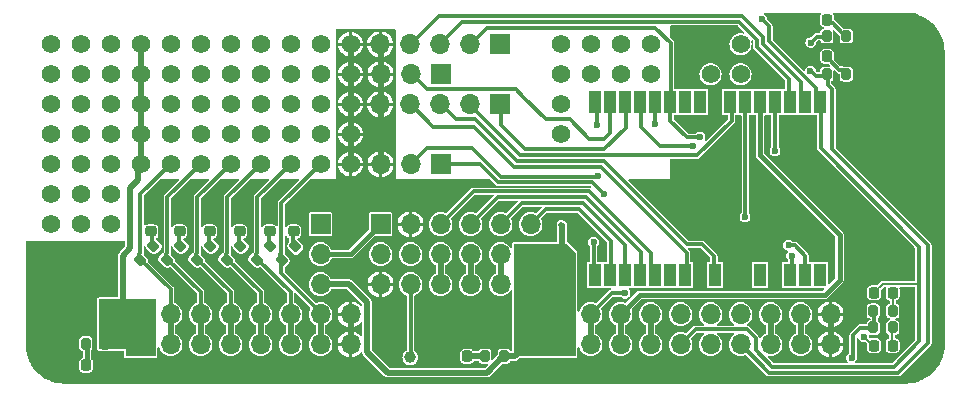
<source format=gbr>
%TF.GenerationSoftware,KiCad,Pcbnew,8.0.4*%
%TF.CreationDate,2024-10-15T16:48:48+08:00*%
%TF.ProjectId,ST-Link_3.0_devkit,53542d4c-696e-46b5-9f33-2e305f646576,rev?*%
%TF.SameCoordinates,Original*%
%TF.FileFunction,Copper,L1,Top*%
%TF.FilePolarity,Positive*%
%FSLAX46Y46*%
G04 Gerber Fmt 4.6, Leading zero omitted, Abs format (unit mm)*
G04 Created by KiCad (PCBNEW 8.0.4) date 2024-10-15 16:48:48*
%MOMM*%
%LPD*%
G01*
G04 APERTURE LIST*
G04 Aperture macros list*
%AMRoundRect*
0 Rectangle with rounded corners*
0 $1 Rounding radius*
0 $2 $3 $4 $5 $6 $7 $8 $9 X,Y pos of 4 corners*
0 Add a 4 corners polygon primitive as box body*
4,1,4,$2,$3,$4,$5,$6,$7,$8,$9,$2,$3,0*
0 Add four circle primitives for the rounded corners*
1,1,$1+$1,$2,$3*
1,1,$1+$1,$4,$5*
1,1,$1+$1,$6,$7*
1,1,$1+$1,$8,$9*
0 Add four rect primitives between the rounded corners*
20,1,$1+$1,$2,$3,$4,$5,0*
20,1,$1+$1,$4,$5,$6,$7,0*
20,1,$1+$1,$6,$7,$8,$9,0*
20,1,$1+$1,$8,$9,$2,$3,0*%
G04 Aperture macros list end*
%TA.AperFunction,Conductor*%
%ADD10C,0.000000*%
%TD*%
%TA.AperFunction,SMDPad,CuDef*%
%ADD11R,1.070100X1.899920*%
%TD*%
%TA.AperFunction,ComponentPad*%
%ADD12R,1.700000X1.700000*%
%TD*%
%TA.AperFunction,ComponentPad*%
%ADD13O,1.700000X1.700000*%
%TD*%
%TA.AperFunction,SMDPad,CuDef*%
%ADD14RoundRect,0.218750X-0.218750X-0.256250X0.218750X-0.256250X0.218750X0.256250X-0.218750X0.256250X0*%
%TD*%
%TA.AperFunction,SMDPad,CuDef*%
%ADD15RoundRect,0.218750X-0.256250X0.218750X-0.256250X-0.218750X0.256250X-0.218750X0.256250X0.218750X0*%
%TD*%
%TA.AperFunction,SMDPad,CuDef*%
%ADD16RoundRect,0.218750X0.218750X0.256250X-0.218750X0.256250X-0.218750X-0.256250X0.218750X-0.256250X0*%
%TD*%
%TA.AperFunction,SMDPad,CuDef*%
%ADD17C,1.000000*%
%TD*%
%TA.AperFunction,SMDPad,CuDef*%
%ADD18RoundRect,0.200000X0.200000X0.275000X-0.200000X0.275000X-0.200000X-0.275000X0.200000X-0.275000X0*%
%TD*%
%TA.AperFunction,SMDPad,CuDef*%
%ADD19RoundRect,0.200000X-0.053033X0.335876X-0.335876X0.053033X0.053033X-0.335876X0.335876X-0.053033X0*%
%TD*%
%TA.AperFunction,SMDPad,CuDef*%
%ADD20RoundRect,0.225000X0.250000X-0.225000X0.250000X0.225000X-0.250000X0.225000X-0.250000X-0.225000X0*%
%TD*%
%TA.AperFunction,SMDPad,CuDef*%
%ADD21RoundRect,0.225000X-0.225000X-0.250000X0.225000X-0.250000X0.225000X0.250000X-0.225000X0.250000X0*%
%TD*%
%TA.AperFunction,ComponentPad*%
%ADD22C,1.560000*%
%TD*%
%TA.AperFunction,ViaPad*%
%ADD23C,0.600000*%
%TD*%
%TA.AperFunction,Conductor*%
%ADD24C,0.200000*%
%TD*%
%TA.AperFunction,Conductor*%
%ADD25C,0.300000*%
%TD*%
%TA.AperFunction,Conductor*%
%ADD26C,0.500000*%
%TD*%
%TA.AperFunction,Conductor*%
%ADD27C,0.400000*%
%TD*%
%TA.AperFunction,Conductor*%
%ADD28C,0.381000*%
%TD*%
G04 APERTURE END LIST*
D10*
%TA.AperFunction,Conductor*%
%TO.N,5V*%
G36*
X112522000Y-105825800D02*
G01*
X109982000Y-105825800D01*
X109982000Y-105206800D01*
X107696000Y-105206800D01*
X107696000Y-101015800D01*
X112522000Y-101015800D01*
X112522000Y-105825800D01*
G37*
%TD.AperFunction*%
%TA.AperFunction,Conductor*%
%TO.N,3V3*%
G36*
X148082000Y-97078800D02*
G01*
X148082000Y-105825800D01*
X142875000Y-105825800D01*
X142875000Y-96316800D01*
X147320000Y-96316800D01*
X148082000Y-97078800D01*
G37*
%TD.AperFunction*%
%TD*%
D11*
%TO.P,MOD1,1,BRIDGE_UART_RX*%
%TO.N,/UART_TX*%
X168783000Y-84323170D03*
%TO.P,MOD1,2,BRIDGE_UART_CTS*%
%TO.N,/UART_CTS*%
X167513000Y-84323170D03*
%TO.P,MOD1,3,BRIDGE_UART_RTS*%
%TO.N,/UART_RTS*%
X166243000Y-84323170D03*
%TO.P,MOD1,4,T_JTMS/T_SWDIO*%
%TO.N,/SWDIO*%
X164973000Y-84323170D03*
%TO.P,MOD1,5,GNDDETECT*%
%TO.N,/GND_DETECT*%
X163703000Y-84323170D03*
%TO.P,MOD1,6,T_JTDO/T_SWO*%
%TO.N,/SWO*%
X162433000Y-84323170D03*
%TO.P,MOD1,7,BRIDGE_SPI_CLK*%
%TO.N,/SPI_CLK*%
X161163000Y-84323170D03*
%TO.P,MOD1,8,GND_2*%
%TO.N,GND*%
X159893000Y-84323170D03*
%TO.P,MOD1,9,BRIDGE_CAN_RX*%
%TO.N,unconnected-(MOD1-BRIDGE_CAN_RX-Pad9)*%
X158623000Y-84323170D03*
%TO.P,MOD1,10,BRIDGE_CAN_TX*%
%TO.N,unconnected-(MOD1-BRIDGE_CAN_TX-Pad10)*%
X157353000Y-84323170D03*
%TO.P,MOD1,11,BRIDGE_UART_TX*%
%TO.N,/UART_RX*%
X156083000Y-84323170D03*
%TO.P,MOD1,12,T_VCP_TX*%
%TO.N,/VCP_TX*%
X154813000Y-84323170D03*
%TO.P,MOD1,13,T_JCLK/T_SWCLK*%
%TO.N,/SWCLK*%
X153543000Y-84323170D03*
%TO.P,MOD1,14,BRIDGE_SPI_NSS*%
%TO.N,/SPI_NSS*%
X152273000Y-84323170D03*
%TO.P,MOD1,15,T_VCP_RX*%
%TO.N,/VCP_RX*%
X151003000Y-84323170D03*
%TO.P,MOD1,16,BRIDGE_I2C_SCL*%
%TO.N,/I2C_SCL*%
X149733000Y-84323170D03*
%TO.P,MOD1,17,BRIDGE_I2C_SDA*%
%TO.N,/I2C_SDA*%
X149733000Y-98963230D03*
%TO.P,MOD1,18,BRIDGE_GPIO0*%
%TO.N,/GPIO0*%
X151003000Y-98963230D03*
%TO.P,MOD1,19,BRIDGE_GPIO1*%
%TO.N,/GPIO1*%
X152273000Y-98963230D03*
%TO.P,MOD1,20,BRIDGE_GPIO2*%
%TO.N,/GPIO2*%
X153543000Y-98963230D03*
%TO.P,MOD1,21,BRIDGE_GPIO3*%
%TO.N,/GPIO3*%
X154813000Y-98963230D03*
%TO.P,MOD1,22,5V_OPT*%
%TO.N,unconnected-(MOD1-5V_OPT-Pad22)*%
X156083000Y-98963230D03*
%TO.P,MOD1,23,BRIDGE_SPI_MISO*%
%TO.N,/SPI_MISO*%
X157353000Y-98963230D03*
%TO.P,MOD1,24,GND*%
%TO.N,GND*%
X158623000Y-98963230D03*
%TO.P,MOD1,25,BRIDGE_SPI_MOSI*%
%TO.N,/SPI_MOSI*%
X159893000Y-98963230D03*
%TO.P,MOD1,26,GND2*%
%TO.N,GND*%
X161163000Y-98963230D03*
%TO.P,MOD1,27,GND3*%
X162433000Y-98963230D03*
%TO.P,MOD1,28,T_JTDI/NC*%
%TO.N,unconnected-(MOD1-T_JTDI{slash}NC-Pad28)*%
X163703000Y-98963230D03*
%TO.P,MOD1,29,GND4*%
%TO.N,GND*%
X164973000Y-98963230D03*
%TO.P,MOD1,30,T_VCC*%
%TO.N,3V3*%
X166243000Y-98963230D03*
%TO.P,MOD1,31,T_NRST*%
%TO.N,/T_NRST*%
X167513000Y-98963230D03*
%TO.P,MOD1,32,T_SW_DIR*%
%TO.N,unconnected-(MOD1-T_SW_DIR-Pad32)*%
X168783000Y-98963230D03*
%TD*%
D12*
%TO.P,CON3,1,1*%
%TO.N,3V3*%
X146812000Y-104825800D03*
D13*
%TO.P,CON3,2,2*%
%TO.N,/SWCLK*%
X149352000Y-104825800D03*
%TO.P,CON3,3,3*%
%TO.N,/GND_DETECT*%
X151892000Y-104825800D03*
%TO.P,CON3,4,4*%
%TO.N,/SWDIO*%
X154432000Y-104825800D03*
%TO.P,CON3,5,5*%
%TO.N,/UART_TX*%
X156972000Y-104825800D03*
%TO.P,CON3,6,6*%
%TO.N,/UART_RX*%
X159512000Y-104825800D03*
%TO.P,CON3,7,7*%
%TO.N,/PC1*%
X162052000Y-104825800D03*
%TO.P,CON3,8,8*%
%TO.N,/PC0*%
X164592000Y-104825800D03*
%TO.P,CON3,9,9*%
%TO.N,/PB14*%
X167132000Y-104825800D03*
%TO.P,CON3,10,10*%
%TO.N,GND*%
X169672000Y-104825800D03*
%TD*%
%TO.P,CON1,8,8*%
%TO.N,GND*%
X129032000Y-104825800D03*
%TO.P,CON1,7,7*%
%TO.N,/PC3*%
X126492000Y-104825800D03*
%TO.P,CON1,6,6*%
%TO.N,/PB2*%
X123952000Y-104825800D03*
%TO.P,CON1,5,5*%
%TO.N,/SWO*%
X121412000Y-104825800D03*
%TO.P,CON1,4,4*%
%TO.N,/PA4*%
X118872000Y-104825800D03*
%TO.P,CON1,3,3*%
%TO.N,/PA6*%
X116332000Y-104825800D03*
%TO.P,CON1,2,2*%
%TO.N,/PA7*%
X113792000Y-104825800D03*
D12*
%TO.P,CON1,1,1*%
%TO.N,5V*%
X111252000Y-104825800D03*
%TD*%
%TO.P,CON2,1,1*%
%TO.N,5V*%
X111252000Y-102285800D03*
D13*
%TO.P,CON2,2,2*%
%TO.N,/PA7*%
X113792000Y-102285800D03*
%TO.P,CON2,3,3*%
%TO.N,/PA6*%
X116332000Y-102285800D03*
%TO.P,CON2,4,4*%
%TO.N,/PA4*%
X118872000Y-102285800D03*
%TO.P,CON2,5,5*%
%TO.N,/SWO*%
X121412000Y-102285800D03*
%TO.P,CON2,6,6*%
%TO.N,/PB2*%
X123952000Y-102285800D03*
%TO.P,CON2,7,7*%
%TO.N,/PC3*%
X126492000Y-102285800D03*
%TO.P,CON2,8,8*%
%TO.N,GND*%
X129032000Y-102285800D03*
%TD*%
D12*
%TO.P,CON13,1,1*%
%TO.N,3V3*%
X144272000Y-99745800D03*
D13*
%TO.P,CON13,2,2*%
%TO.N,/SWCLK*%
X141732000Y-99745800D03*
%TO.P,CON13,3,3*%
%TO.N,/SWDIO*%
X139192000Y-99745800D03*
%TO.P,CON13,4,4*%
%TO.N,/SWO*%
X136652000Y-99745800D03*
%TO.P,CON13,5,5*%
%TO.N,/NRST*%
X134112000Y-99745800D03*
%TO.P,CON13,6,6*%
%TO.N,GND*%
X131572000Y-99745800D03*
%TD*%
D12*
%TO.P,CON12,1,1*%
%TO.N,/VCP_TX*%
X136652000Y-81965800D03*
D13*
%TO.P,CON12,2,2*%
%TO.N,/VCP_RX*%
X134112000Y-81965800D03*
%TO.P,CON12,3,3*%
%TO.N,GND*%
X131572000Y-81965800D03*
%TD*%
D12*
%TO.P,CON11,1,1*%
%TO.N,3V3*%
X144272000Y-97205800D03*
D13*
%TO.P,CON11,2,2*%
%TO.N,/SWCLK*%
X141732000Y-97205800D03*
%TO.P,CON11,3,3*%
%TO.N,/SWDIO*%
X139192000Y-97205800D03*
%TO.P,CON11,4,4*%
%TO.N,/SWO*%
X136652000Y-97205800D03*
%TO.P,CON11,5,5*%
%TO.N,/T_NRST*%
X134112000Y-97205800D03*
%TO.P,CON11,6,6*%
%TO.N,/GND_DETECT*%
X131572000Y-97205800D03*
%TD*%
D12*
%TO.P,CON10,1,1*%
%TO.N,/I2C_SDA*%
X136652000Y-89585800D03*
D13*
%TO.P,CON10,2,2*%
%TO.N,/I2C_SCL*%
X134112000Y-89585800D03*
%TO.P,CON10,3,3*%
%TO.N,GND*%
X131572000Y-89585800D03*
%TD*%
D12*
%TO.P,CON9,1,1*%
%TO.N,/SPI_NSS*%
X141706600Y-84505800D03*
D13*
%TO.P,CON9,2,2*%
%TO.N,/SPI_CLK*%
X139166600Y-84505800D03*
%TO.P,CON9,3,3*%
%TO.N,/SPI_MOSI*%
X136626600Y-84505800D03*
%TO.P,CON9,4,4*%
%TO.N,/SPI_MISO*%
X134086600Y-84505800D03*
%TO.P,CON9,5,5*%
%TO.N,GND*%
X131546600Y-84505800D03*
%TD*%
D12*
%TO.P,CON8,1,1*%
%TO.N,Net-(CON6-Pad2)*%
X131572000Y-94665800D03*
D13*
%TO.P,CON8,2,2*%
%TO.N,GND*%
X134112000Y-94665800D03*
%TO.P,CON8,3,3*%
%TO.N,/GPIO3*%
X136652000Y-94665800D03*
%TO.P,CON8,4,4*%
%TO.N,/GPIO2*%
X139192000Y-94665800D03*
%TO.P,CON8,5,5*%
%TO.N,/GPIO1*%
X141732000Y-94665800D03*
%TO.P,CON8,6,6*%
%TO.N,/GPIO0*%
X144272000Y-94665800D03*
%TD*%
D12*
%TO.P,CON7,1,1*%
%TO.N,/UART_TX*%
X141706600Y-79425800D03*
D13*
%TO.P,CON7,2,2*%
%TO.N,/UART_RX*%
X139166600Y-79425800D03*
%TO.P,CON7,3,3*%
%TO.N,/UART_RTS*%
X136626600Y-79425800D03*
%TO.P,CON7,4,4*%
%TO.N,/UART_CTS*%
X134086600Y-79425800D03*
%TO.P,CON7,5,5*%
%TO.N,GND*%
X131546600Y-79425800D03*
%TD*%
D12*
%TO.P,CON6,1,1*%
%TO.N,5V*%
X126492000Y-94665800D03*
D13*
%TO.P,CON6,2,2*%
%TO.N,Net-(CON6-Pad2)*%
X126492000Y-97205800D03*
%TO.P,CON6,3,3*%
%TO.N,3V3*%
X126492000Y-99745800D03*
%TD*%
D12*
%TO.P,CON4,1,1*%
%TO.N,3V3*%
X146812000Y-102285800D03*
D13*
%TO.P,CON4,2,2*%
%TO.N,/SWCLK*%
X149352000Y-102285800D03*
%TO.P,CON4,3,3*%
%TO.N,/GND_DETECT*%
X151892000Y-102285800D03*
%TO.P,CON4,4,4*%
%TO.N,/SWDIO*%
X154432000Y-102285800D03*
%TO.P,CON4,5,5*%
%TO.N,/UART_TX*%
X156972000Y-102285800D03*
%TO.P,CON4,6,6*%
%TO.N,/UART_RX*%
X159512000Y-102285800D03*
%TO.P,CON4,7,7*%
%TO.N,/PC1*%
X162052000Y-102285800D03*
%TO.P,CON4,8,8*%
%TO.N,/PC0*%
X164592000Y-102285800D03*
%TO.P,CON4,9,9*%
%TO.N,/PB14*%
X167132000Y-102285800D03*
%TO.P,CON4,10,10*%
%TO.N,GND*%
X169672000Y-102285800D03*
%TD*%
D14*
%TO.P,TX,1,1*%
%TO.N,/UART_TX*%
X173354900Y-100482400D03*
%TO.P,TX,2,2*%
%TO.N,Net-(R12-Pad1)*%
X174929900Y-100482400D03*
%TD*%
%TO.P,RX,1,1*%
%TO.N,/UART_RX*%
X173354900Y-104952800D03*
%TO.P,RX,2,2*%
%TO.N,Net-(R11-Pad1)*%
X174929900Y-104952800D03*
%TD*%
D15*
%TO.P,VD10,1,1*%
%TO.N,GND*%
X112141000Y-93700499D03*
%TO.P,VD10,2,2*%
%TO.N,Net-(R10-Pad1)*%
X112141000Y-95275501D03*
%TD*%
%TO.P,VD9,1,1*%
%TO.N,GND*%
X114554000Y-93700499D03*
%TO.P,VD9,2,2*%
%TO.N,Net-(R9-Pad1)*%
X114554000Y-95275501D03*
%TD*%
%TO.P,VD8,1,1*%
%TO.N,GND*%
X117094000Y-93700499D03*
%TO.P,VD8,2,2*%
%TO.N,Net-(R8-Pad1)*%
X117094000Y-95275501D03*
%TD*%
%TO.P,VD7,1,1*%
%TO.N,GND*%
X119634000Y-93700499D03*
%TO.P,VD7,2,2*%
%TO.N,Net-(R7-Pad1)*%
X119634000Y-95275501D03*
%TD*%
%TO.P,VD6,1,1*%
%TO.N,GND*%
X122174000Y-93700499D03*
%TO.P,VD6,2,2*%
%TO.N,Net-(R6-Pad1)*%
X122174000Y-95275501D03*
%TD*%
%TO.P,VD5,1,1*%
%TO.N,GND*%
X124206000Y-93700499D03*
%TO.P,VD5,2,2*%
%TO.N,Net-(R5-Pad1)*%
X124206000Y-95275501D03*
%TD*%
D16*
%TO.P,PC1,1,1*%
%TO.N,GND*%
X170942101Y-80441800D03*
%TO.P,PC1,2,2*%
%TO.N,Net-(R4-Pad1)*%
X169367099Y-80441800D03*
%TD*%
%TO.P,PC0,1,1*%
%TO.N,GND*%
X170942101Y-77343000D03*
%TO.P,PC0,2,2*%
%TO.N,Net-(R3-Pad1)*%
X169367099Y-77343000D03*
%TD*%
D14*
%TO.P,3V3,1,1*%
%TO.N,GND*%
X137337700Y-105841800D03*
%TO.P,3V3,2,2*%
%TO.N,Net-(R2-Pad2)*%
X138912700Y-105841800D03*
%TD*%
D16*
%TO.P,5V,1,1*%
%TO.N,GND*%
X108229501Y-106603800D03*
%TO.P,5V,2,2*%
%TO.N,Net-(R1-Pad2)*%
X106654499Y-106603800D03*
%TD*%
D17*
%TO.P,TP1,1,1*%
%TO.N,/NRST*%
X134086600Y-105943400D03*
%TD*%
D18*
%TO.P,R12,1,1*%
%TO.N,Net-(R12-Pad1)*%
X174942000Y-102006400D03*
%TO.P,R12,2,2*%
%TO.N,3V3*%
X173292000Y-102006400D03*
%TD*%
%TO.P,R11,1,1*%
%TO.N,Net-(R11-Pad1)*%
X174942000Y-103403400D03*
%TO.P,R11,2,2*%
%TO.N,3V3*%
X173292000Y-103403400D03*
%TD*%
D19*
%TO.P,R10,2,2*%
%TO.N,/PA7*%
X111176637Y-97662163D03*
%TO.P,R10,1,1*%
%TO.N,Net-(R10-Pad1)*%
X112343363Y-96495437D03*
%TD*%
%TO.P,R9,1,1*%
%TO.N,Net-(R9-Pad1)*%
X114629363Y-96495437D03*
%TO.P,R9,2,2*%
%TO.N,/PA6*%
X113462637Y-97662163D03*
%TD*%
%TO.P,R8,2,2*%
%TO.N,/PA4*%
X116002637Y-97662163D03*
%TO.P,R8,1,1*%
%TO.N,Net-(R8-Pad1)*%
X117169363Y-96495437D03*
%TD*%
%TO.P,R7,1,1*%
%TO.N,Net-(R7-Pad1)*%
X119709363Y-96495437D03*
%TO.P,R7,2,2*%
%TO.N,/SWO*%
X118542637Y-97662163D03*
%TD*%
%TO.P,R6,1,1*%
%TO.N,Net-(R6-Pad1)*%
X122249363Y-96495437D03*
%TO.P,R6,2,2*%
%TO.N,/PB2*%
X121082637Y-97662163D03*
%TD*%
%TO.P,R5,1,1*%
%TO.N,Net-(R5-Pad1)*%
X124357563Y-96546237D03*
%TO.P,R5,2,2*%
%TO.N,/PC3*%
X123190837Y-97712963D03*
%TD*%
D18*
%TO.P,R4,1,1*%
%TO.N,Net-(R4-Pad1)*%
X171005000Y-81965800D03*
%TO.P,R4,2,2*%
%TO.N,/PC1*%
X169355000Y-81965800D03*
%TD*%
%TO.P,R3,2,2*%
%TO.N,/PC0*%
X169355000Y-78740000D03*
%TO.P,R3,1,1*%
%TO.N,Net-(R3-Pad1)*%
X171005000Y-78740000D03*
%TD*%
%TO.P,R2,2,2*%
%TO.N,Net-(R2-Pad2)*%
X140399000Y-105841800D03*
%TO.P,R2,1,1*%
%TO.N,3V3*%
X142049000Y-105841800D03*
%TD*%
%TO.P,R1,2,2*%
%TO.N,Net-(R1-Pad2)*%
X106617000Y-104775000D03*
%TO.P,R1,1,1*%
%TO.N,5V*%
X108267000Y-104775000D03*
%TD*%
D20*
%TO.P,C2,1,1*%
%TO.N,GND*%
X144094200Y-106667600D03*
%TO.P,C2,2,2*%
%TO.N,3V3*%
X144094200Y-105117600D03*
%TD*%
D21*
%TO.P,C1,1,1*%
%TO.N,GND*%
X106667000Y-102971600D03*
%TO.P,C1,2,2*%
%TO.N,5V*%
X108217000Y-102971600D03*
%TD*%
D22*
%TO.P,,*%
%TO.N,*%
X103632000Y-89585800D03*
%TD*%
%TO.P,,*%
%TO.N,/PA7*%
X113792000Y-89585800D03*
%TD*%
%TO.P,,*%
%TO.N,*%
X108712000Y-89585800D03*
%TD*%
%TO.P,,*%
%TO.N,*%
X103632000Y-79425800D03*
%TD*%
%TO.P,,*%
%TO.N,*%
X103632000Y-87045800D03*
%TD*%
%TO.P,,*%
%TO.N,*%
X106172000Y-84505800D03*
%TD*%
%TO.P,,*%
%TO.N,*%
X108712000Y-87045800D03*
%TD*%
%TO.P,,*%
%TO.N,*%
X106172000Y-89585800D03*
%TD*%
%TO.P,,*%
%TO.N,*%
X106172000Y-81965800D03*
%TD*%
%TO.P,,*%
%TO.N,*%
X106172000Y-79425800D03*
%TD*%
%TO.P,,*%
%TO.N,*%
X103632000Y-81965800D03*
%TD*%
%TO.P,,*%
%TO.N,*%
X103632000Y-84505800D03*
%TD*%
%TO.P,,*%
%TO.N,*%
X106172000Y-87045800D03*
%TD*%
%TO.P,,2*%
%TO.N,/SWO*%
X121412000Y-89585800D03*
%TD*%
%TO.P,,2*%
%TO.N,/PC3*%
X126492000Y-89585800D03*
%TD*%
%TO.P,,*%
%TO.N,*%
X118872000Y-87045800D03*
%TD*%
%TO.P,,*%
%TO.N,*%
X118872000Y-81965800D03*
%TD*%
%TO.P,,*%
%TO.N,*%
X113792000Y-87045800D03*
%TD*%
%TO.P,,*%
%TO.N,*%
X121412000Y-84505800D03*
%TD*%
%TO.P,,*%
%TO.N,*%
X126492000Y-84505800D03*
%TD*%
%TO.P,,*%
%TO.N,*%
X126492000Y-81965800D03*
%TD*%
%TO.P,,*%
%TO.N,*%
X121412000Y-81965800D03*
%TD*%
%TO.P,,*%
%TO.N,*%
X123952000Y-81965800D03*
%TD*%
%TO.P,,2*%
%TO.N,/PB2*%
X123952000Y-89585800D03*
%TD*%
%TO.P,,*%
%TO.N,*%
X121412000Y-87045800D03*
%TD*%
%TO.P,,*%
%TO.N,*%
X123952000Y-87045800D03*
%TD*%
%TO.P,,*%
%TO.N,*%
X116332000Y-81965800D03*
%TD*%
%TO.P,,*%
%TO.N,*%
X113792000Y-81965800D03*
%TD*%
%TO.P,,*%
%TO.N,*%
X116332000Y-87045800D03*
%TD*%
%TO.P,,2*%
%TO.N,/PA4*%
X118872000Y-89585800D03*
%TD*%
%TO.P,,*%
%TO.N,*%
X126492000Y-87045800D03*
%TD*%
%TO.P,,*%
%TO.N,*%
X108712000Y-92125800D03*
%TD*%
%TO.P,,*%
%TO.N,*%
X103632000Y-94665800D03*
%TD*%
%TO.P,,*%
%TO.N,*%
X106172000Y-92125800D03*
%TD*%
%TO.P,,*%
%TO.N,*%
X103632000Y-92125800D03*
%TD*%
%TO.P,,2*%
%TO.N,/PA6*%
X116332000Y-89585800D03*
%TD*%
%TO.P,,*%
%TO.N,*%
X106172000Y-94665800D03*
%TD*%
%TO.P,,*%
%TO.N,*%
X108712000Y-94665800D03*
%TD*%
%TO.P,,2*%
%TO.N,5V*%
X111252000Y-89585800D03*
%TD*%
%TO.P,,*%
%TO.N,5V*%
X111252000Y-81965800D03*
%TD*%
%TO.P,,*%
%TO.N,*%
X118872000Y-84505800D03*
%TD*%
%TO.P,,*%
%TO.N,5V*%
X111252000Y-79425800D03*
%TD*%
%TO.P,,*%
%TO.N,*%
X113792000Y-84505800D03*
%TD*%
%TO.P,,*%
%TO.N,*%
X116332000Y-84505800D03*
%TD*%
%TO.P,,*%
%TO.N,GND*%
X129032000Y-81965800D03*
%TD*%
%TO.P,,*%
%TO.N,GND*%
X129032000Y-84505800D03*
%TD*%
%TO.P,,*%
%TO.N,*%
X113792000Y-79425800D03*
%TD*%
%TO.P,,*%
%TO.N,*%
X121412000Y-79425800D03*
%TD*%
%TO.P,,*%
%TO.N,*%
X118872000Y-79425800D03*
%TD*%
%TO.P,,*%
%TO.N,GND*%
X129032000Y-79425800D03*
%TD*%
%TO.P,,*%
%TO.N,5V*%
X111252000Y-84505800D03*
%TD*%
%TO.P,,*%
%TO.N,*%
X116332000Y-79425800D03*
%TD*%
%TO.P,,*%
%TO.N,*%
X123952000Y-84505800D03*
%TD*%
%TO.P,,*%
%TO.N,5V*%
X111252000Y-87045800D03*
%TD*%
%TO.P,,*%
%TO.N,*%
X126492000Y-79425800D03*
%TD*%
%TO.P,,*%
%TO.N,*%
X123952000Y-79425800D03*
%TD*%
%TO.P,,*%
%TO.N,*%
X108712000Y-79425800D03*
%TD*%
%TO.P,,*%
%TO.N,3V3*%
X146812000Y-84505800D03*
%TD*%
%TO.P,,*%
%TO.N,*%
X154432000Y-79425800D03*
%TD*%
%TO.P,,*%
%TO.N,*%
X154432000Y-81965800D03*
%TD*%
%TO.P,,*%
%TO.N,*%
X151892000Y-81965800D03*
%TD*%
%TO.P,,*%
%TO.N,3V3*%
X146812000Y-79425800D03*
%TD*%
%TO.P,,2*%
%TO.N,GND*%
X129032000Y-89585800D03*
%TD*%
%TO.P,,*%
%TO.N,*%
X149352000Y-81965800D03*
%TD*%
%TO.P,,*%
%TO.N,*%
X108712000Y-84505800D03*
%TD*%
%TO.P,,*%
%TO.N,/PC1*%
X162052000Y-81965800D03*
%TD*%
%TO.P,,*%
%TO.N,GND*%
X129032000Y-87045800D03*
%TD*%
%TO.P,,*%
%TO.N,*%
X149352000Y-79425800D03*
%TD*%
%TO.P,,*%
%TO.N,/PB14*%
X159512000Y-81965800D03*
%TD*%
%TO.P,,*%
%TO.N,*%
X151892000Y-79425800D03*
%TD*%
%TO.P,,*%
%TO.N,/PC0*%
X162052000Y-79425800D03*
%TD*%
%TO.P,,*%
%TO.N,*%
X108712000Y-81965800D03*
%TD*%
%TO.P,,*%
%TO.N,3V3*%
X146812000Y-81965800D03*
%TD*%
%TO.P,,*%
%TO.N,3V3*%
X146812000Y-87045800D03*
%TD*%
D23*
%TO.N,GND*%
X159893000Y-93776800D03*
X174117000Y-98475800D03*
X177927000Y-94538800D03*
X165481000Y-94665800D03*
X158242000Y-97078800D03*
X175273460Y-77625500D03*
X175895000Y-82981800D03*
X172339000Y-83235800D03*
X160528000Y-89966800D03*
X103886000Y-97205800D03*
X143510000Y-107746800D03*
X119761000Y-107619800D03*
X127254000Y-107619800D03*
X135509000Y-105333800D03*
X103759000Y-105333800D03*
X104394000Y-107746800D03*
X129794000Y-92379800D03*
X113030000Y-107746800D03*
X112776000Y-92506800D03*
X158236820Y-95255210D03*
X158091000Y-91260800D03*
%TO.N,/SWCLK*%
X157988000Y-88061800D03*
%TO.N,GND*%
X177014000Y-89228800D03*
X159893000Y-86029800D03*
%TO.N,/T_NRST*%
X166116000Y-96443800D03*
%TO.N,GND*%
X155424000Y-92784800D03*
X162663000Y-96721800D03*
X171807000Y-86053800D03*
%TO.N,/UART_RX*%
X158623000Y-87299800D03*
%TO.N,GND*%
X163703000Y-92887800D03*
%TO.N,3V3*%
X146939000Y-94792800D03*
%TO.N,/I2C_SCL*%
X149860000Y-86283800D03*
%TO.N,/PC0*%
X168003720Y-79286860D03*
%TO.N,/UART_TX*%
X163830000Y-77266800D03*
%TO.N,/SWDIO*%
X164973000Y-88442800D03*
%TO.N,/SWCLK*%
X152273000Y-100507800D03*
%TO.N,/SWO*%
X162433000Y-94030800D03*
%TO.N,/I2C_SDA*%
X149606000Y-96189800D03*
%TO.N,/VCP_TX*%
X154813000Y-86156800D03*
%TO.N,/I2C_SCL*%
X149987000Y-90601800D03*
%TO.N,GND*%
X120396000Y-92506800D03*
X122682000Y-92379800D03*
X117856000Y-92506800D03*
X115316000Y-92506800D03*
X124968000Y-92506800D03*
X167386000Y-86029800D03*
X172736560Y-96165550D03*
%TO.N,/I2C_SDA*%
X150495000Y-92125800D03*
%TO.N,GND*%
X138684000Y-91363800D03*
X140335000Y-102539800D03*
%TO.N,3V3*%
X171450000Y-105968800D03*
%TO.N,/UART_RX*%
X172466000Y-104190800D03*
%TO.N,3V3*%
X166370000Y-97332800D03*
%TO.N,/PC1*%
X167975180Y-81711800D03*
%TD*%
D24*
%TO.N,Net-(R2-Pad2)*%
X138912700Y-105841800D02*
X140399000Y-105841800D01*
D25*
%TO.N,/PA7*%
X111158960Y-97538420D02*
X111158960Y-97184860D01*
X111229670Y-92148130D02*
X113792000Y-89585800D01*
X111229670Y-97114150D02*
X111229670Y-92148130D01*
X111158960Y-97184860D02*
X111229670Y-97114150D01*
%TO.N,/PA6*%
X113515670Y-97114150D02*
X113515670Y-92402130D01*
%TO.N,Net-(R6-Pad1)*%
X122125620Y-96477760D02*
X122196330Y-96548470D01*
%TO.N,Net-(R5-Pad1)*%
X124157620Y-96477760D02*
X124157620Y-95297280D01*
X124157620Y-96477760D02*
X124228330Y-96548470D01*
X124157620Y-95297280D02*
X124200660Y-95254240D01*
%TO.N,/PA7*%
X111158960Y-97538420D02*
X111229670Y-97609130D01*
%TO.N,/PC3*%
X123167670Y-98834470D02*
X126492000Y-102158800D01*
%TO.N,/PA6*%
X113444960Y-97184860D02*
X113515670Y-97114150D01*
X113515670Y-92402130D02*
X116332000Y-89585800D01*
%TO.N,/PA4*%
X115984960Y-97538420D02*
X116055670Y-97609130D01*
%TO.N,/SWO*%
X118595670Y-92402130D02*
X121412000Y-89585800D01*
%TO.N,/PC3*%
X123096960Y-97184860D02*
X123167670Y-97114150D01*
%TO.N,/PA6*%
X113444960Y-97538420D02*
X113444960Y-97184860D01*
%TO.N,/PA4*%
X115984960Y-97538420D02*
X115984960Y-97184860D01*
%TO.N,/PA6*%
X116332000Y-102285800D02*
X116332000Y-100425460D01*
%TO.N,/PA7*%
X111229670Y-97609130D02*
X113792000Y-100171460D01*
%TO.N,/PA6*%
X113444960Y-97538420D02*
X113515670Y-97609130D01*
%TO.N,/SWO*%
X118524960Y-97538420D02*
X118524960Y-97184860D01*
X118595670Y-97114150D02*
X118595670Y-92402130D01*
%TO.N,/PB2*%
X121135670Y-92402130D02*
X123952000Y-89585800D01*
%TO.N,/PC3*%
X123167670Y-92910130D02*
X126492000Y-89585800D01*
%TO.N,/PA7*%
X113792000Y-102285800D02*
X113792000Y-100171460D01*
%TO.N,/SWO*%
X121412000Y-102285800D02*
X121412000Y-100425460D01*
X118595670Y-97609130D02*
X121412000Y-100425460D01*
%TO.N,/PC3*%
X123096960Y-97538420D02*
X123167670Y-97609130D01*
%TO.N,/PA4*%
X116055670Y-97114150D02*
X116055670Y-92402130D01*
%TO.N,/PB2*%
X121064960Y-97184860D02*
X121135670Y-97114150D01*
%TO.N,/PA4*%
X115984960Y-97184860D02*
X116055670Y-97114150D01*
%TO.N,/PB2*%
X121064960Y-97538420D02*
X121064960Y-97184860D01*
%TO.N,/PC3*%
X123167670Y-97114150D02*
X123167670Y-92910130D01*
%TO.N,/PA4*%
X118872000Y-102285800D02*
X118872000Y-100425460D01*
X116055670Y-92402130D02*
X118872000Y-89585800D01*
%TO.N,/SWO*%
X118524960Y-97538420D02*
X118595670Y-97609130D01*
%TO.N,/PA4*%
X116055670Y-97609130D02*
X118872000Y-100425460D01*
%TO.N,/PC3*%
X123096960Y-97538420D02*
X123096960Y-97184860D01*
%TO.N,/PB2*%
X121135670Y-97114150D02*
X121135670Y-92402130D01*
%TO.N,/PA6*%
X113515670Y-97609130D02*
X116332000Y-100425460D01*
%TO.N,/SWO*%
X118524960Y-97184860D02*
X118595670Y-97114150D01*
%TO.N,/UART_CTS*%
X162179010Y-77012800D02*
X163957000Y-78790800D01*
%TO.N,/UART_RTS*%
X166126730Y-84514500D02*
X166126730Y-82357530D01*
%TO.N,/UART_CTS*%
X163957000Y-79425800D02*
X163957000Y-78790800D01*
%TO.N,/UART_RTS*%
X161925000Y-77520800D02*
X163449000Y-79044800D01*
%TO.N,/UART_CTS*%
X136525000Y-77012800D02*
X161544000Y-77012800D01*
X161544000Y-77012800D02*
X161544010Y-77012800D01*
X163957000Y-79425800D02*
X167179270Y-82648070D01*
%TO.N,/UART_RTS*%
X163449000Y-79679800D02*
X166126730Y-82357530D01*
X138430000Y-77520800D02*
X161925000Y-77520800D01*
X163449000Y-79679800D02*
X163449000Y-79044800D01*
%TO.N,/VCP_RX*%
X134112000Y-81965800D02*
X134239000Y-81965800D01*
%TO.N,/I2C_SCL*%
X135509000Y-88188800D02*
X137922000Y-88188800D01*
%TO.N,/VCP_TX*%
X154813000Y-86156800D02*
X154813000Y-84343750D01*
%TO.N,/UART_CTS*%
X167179270Y-84297040D02*
X167561000Y-84678770D01*
D26*
%TO.N,Net-(R2-Pad2)*%
X139148110Y-105844470D02*
X140471330Y-105844470D01*
D25*
%TO.N,/I2C_SDA*%
X149606000Y-99143820D02*
X149733000Y-99270820D01*
%TO.N,/UART_TX*%
X168831000Y-88236800D02*
X168831000Y-84678770D01*
%TO.N,/GPIO3*%
X139446000Y-91871800D02*
X149225000Y-91871800D01*
%TO.N,/SPI_CLK*%
X161211000Y-84678770D02*
X161290000Y-84757770D01*
%TO.N,/GPIO3*%
X154475950Y-98933770D02*
X154475950Y-97122750D01*
%TO.N,/UART_CTS*%
X167179270Y-84297040D02*
X167179270Y-82648070D01*
%TO.N,/UART_RTS*%
X166126730Y-84514500D02*
X166291000Y-84678770D01*
%TO.N,/PC1*%
X162052000Y-102285800D02*
X162052000Y-102158800D01*
%TO.N,/GPIO0*%
X148336000Y-93395800D02*
X151051000Y-96110800D01*
%TO.N,3V3*%
X166291000Y-99318830D02*
X166370000Y-99239830D01*
%TO.N,/SPI_NSS*%
X152321000Y-86489800D02*
X152321000Y-84678770D01*
%TO.N,/I2C_SCL*%
X134112000Y-89585800D02*
X135509000Y-88188800D01*
%TO.N,/SPI_MOSI*%
X136652000Y-84505800D02*
X137922000Y-85775800D01*
%TO.N,/GPIO1*%
X148717000Y-92887800D02*
X152273000Y-96443800D01*
%TO.N,/SPI_NSS*%
X150495000Y-88315800D02*
X152321000Y-86489800D01*
%TO.N,/SWDIO*%
X164973000Y-88442800D02*
X164973000Y-84884770D01*
%TO.N,/GPIO1*%
X143510000Y-92887800D02*
X148717000Y-92887800D01*
%TO.N,/UART_CTS*%
X134112000Y-79425800D02*
X136525000Y-77012800D01*
%TO.N,/GPIO2*%
X148971000Y-92379800D02*
X153591000Y-96999800D01*
D27*
%TO.N,/GND_DETECT*%
X163703000Y-84343750D02*
X163728400Y-84369150D01*
D25*
%TO.N,/I2C_SDA*%
X149606000Y-99143820D02*
X149606000Y-96189800D01*
D27*
%TO.N,/GND_DETECT*%
X163728400Y-88849200D02*
X163728400Y-84369150D01*
D25*
%TO.N,/SPI_MISO*%
X134112000Y-84505800D02*
X136017000Y-86410800D01*
%TO.N,/GPIO3*%
X149225000Y-91871800D02*
X154475950Y-97122750D01*
%TO.N,/GPIO2*%
X141478000Y-92379800D02*
X148971000Y-92379800D01*
D26*
%TO.N,GND*%
X129032000Y-81965800D02*
X129032000Y-79425800D01*
D25*
%TO.N,/UART_RTS*%
X136652000Y-79425800D02*
X136652000Y-79298800D01*
%TO.N,/SPI_MISO*%
X157401000Y-99318830D02*
X157480000Y-99239830D01*
D26*
%TO.N,3V3*%
X146812000Y-102285800D02*
X146939000Y-102158800D01*
X146939000Y-102158800D02*
X146939000Y-94792800D01*
X146875500Y-94729300D02*
X146939000Y-94792800D01*
D25*
%TO.N,/UART_RX*%
X139192000Y-79425800D02*
X140589000Y-78028800D01*
%TO.N,/UART_RTS*%
X136652000Y-79298800D02*
X138430000Y-77520800D01*
%TO.N,/UART_RX*%
X140589000Y-78028800D02*
X154813000Y-78028800D01*
X139192000Y-79425800D02*
X139192000Y-79425800D01*
%TO.N,GND*%
X140462000Y-100848590D02*
X140462000Y-96111540D01*
D26*
X129032000Y-87045800D02*
X129032000Y-84505800D01*
%TO.N,/PC3*%
X126492000Y-104825800D02*
X126492000Y-102285800D01*
%TO.N,3V3*%
X146812000Y-104825800D02*
X146812000Y-102285800D01*
%TO.N,/PB14*%
X167132000Y-104825800D02*
X167132000Y-102285800D01*
D25*
%TO.N,/UART_TX*%
X163322000Y-105333800D02*
X163322000Y-104317800D01*
D28*
%TO.N,GND*%
X159893000Y-86029800D02*
X159893000Y-84343750D01*
D26*
X129032000Y-89585800D02*
X129032000Y-87045800D01*
%TO.N,/SWCLK*%
X141732000Y-99745800D02*
X141732000Y-97205800D01*
%TO.N,/SWDIO*%
X139192000Y-99745800D02*
X139192000Y-97205800D01*
%TO.N,/SWO*%
X136652000Y-99745800D02*
X136652000Y-97205800D01*
%TO.N,/PA7*%
X113792000Y-104825800D02*
X113792000Y-102285800D01*
%TO.N,/PA6*%
X116332000Y-104825800D02*
X116332000Y-102285800D01*
%TO.N,/PA4*%
X118872000Y-104825800D02*
X118872000Y-102285800D01*
D27*
%TO.N,/GND_DETECT*%
X153543000Y-100634800D02*
X169164000Y-100634800D01*
D26*
%TO.N,/PC0*%
X164592000Y-104825800D02*
X164592000Y-102285800D01*
%TO.N,/SWCLK*%
X149352000Y-104825800D02*
X149352000Y-102285800D01*
D27*
%TO.N,/GND_DETECT*%
X169164000Y-100634800D02*
X170434000Y-99364800D01*
D26*
X151892000Y-104825800D02*
X151892000Y-102285800D01*
D25*
%TO.N,GND*%
X140462000Y-96111540D02*
X140637740Y-95935800D01*
%TO.N,/UART_TX*%
X162560000Y-103555800D02*
X163322000Y-104317800D01*
X158242000Y-103555800D02*
X162560000Y-103555800D01*
D26*
%TO.N,GND*%
X169672000Y-104825800D02*
X169672000Y-102285800D01*
%TO.N,/SWDIO*%
X154432000Y-104825800D02*
X154432000Y-102285800D01*
D27*
%TO.N,/GND_DETECT*%
X151892000Y-102285800D02*
X153543000Y-100634800D01*
D26*
%TO.N,/PB2*%
X123952000Y-104825800D02*
X123952000Y-102285800D01*
D25*
%TO.N,GND*%
X140637740Y-95935800D02*
X143002000Y-95935800D01*
D26*
X129032000Y-104825800D02*
X129032000Y-102285800D01*
%TO.N,5V*%
X111252000Y-104825800D02*
X111252000Y-102285800D01*
D25*
%TO.N,/UART_TX*%
X156972000Y-104825800D02*
X158242000Y-103555800D01*
D26*
%TO.N,GND*%
X129032000Y-84505800D02*
X129032000Y-81965800D01*
%TO.N,/SWO*%
X121412000Y-104825800D02*
X121412000Y-102285800D01*
D25*
%TO.N,/UART_TX*%
X168831000Y-88236800D02*
X177165000Y-96570800D01*
D27*
%TO.N,/GND_DETECT*%
X163728400Y-88849200D02*
X170434000Y-95554800D01*
D25*
%TO.N,/PC1*%
X177927000Y-104698800D02*
X177927000Y-96443800D01*
%TO.N,/SPI_MOSI*%
X159811780Y-99189600D02*
X159941000Y-99318830D01*
%TO.N,/PC1*%
X169799000Y-88315800D02*
X177927000Y-96443800D01*
%TO.N,/SWO*%
X162458200Y-94005600D02*
X162458200Y-84751980D01*
%TO.N,/SWCLK*%
X151130000Y-100507800D02*
X152273000Y-100507800D01*
%TO.N,/SWO*%
X162433000Y-94030800D02*
X162458200Y-94005600D01*
D27*
%TO.N,/GND_DETECT*%
X170434000Y-99364800D02*
X170434000Y-95554800D01*
D25*
%TO.N,/SWCLK*%
X149352000Y-102285800D02*
X151130000Y-100507800D01*
%TO.N,/I2C_SCL*%
X139319000Y-88188800D02*
X141761350Y-90631150D01*
%TO.N,Net-(R7-Pad1)*%
X119585620Y-95297280D02*
X119628660Y-95254240D01*
%TO.N,Net-(R10-Pad1)*%
X112219620Y-96477760D02*
X112290330Y-96548470D01*
%TO.N,/UART_RX*%
X156131000Y-84343750D02*
X156131000Y-79346800D01*
%TO.N,Net-(R10-Pad1)*%
X112219620Y-96477760D02*
X112219620Y-95338200D01*
%TO.N,Net-(R9-Pad1)*%
X114505620Y-96477760D02*
X114505620Y-95297280D01*
%TO.N,Net-(R8-Pad1)*%
X117045620Y-96477760D02*
X117116330Y-96548470D01*
%TO.N,/I2C_SDA*%
X136652000Y-89585800D02*
X139954000Y-89585800D01*
%TO.N,Net-(R7-Pad1)*%
X119585620Y-96477760D02*
X119656330Y-96548470D01*
X119585620Y-96477760D02*
X119585620Y-95297280D01*
%TO.N,/SPI_MISO*%
X157480000Y-99239830D02*
X157480000Y-97078800D01*
%TO.N,/UART_RX*%
X154813000Y-78028800D02*
X156131000Y-79346800D01*
%TO.N,/SPI_MOSI*%
X143129000Y-89331800D02*
X150495000Y-89331800D01*
%TO.N,Net-(R6-Pad1)*%
X122125620Y-95297280D02*
X122168660Y-95254240D01*
%TO.N,Net-(R10-Pad1)*%
X112135660Y-95254240D02*
X112219620Y-95338200D01*
%TO.N,/I2C_SCL*%
X149957650Y-90631150D02*
X149987000Y-90601800D01*
%TO.N,/I2C_SDA*%
X139954000Y-89585800D02*
X141478000Y-91109800D01*
%TO.N,/SPI_MOSI*%
X137922000Y-85775800D02*
X139573000Y-85775800D01*
%TO.N,/I2C_SDA*%
X149479000Y-91109800D02*
X150495000Y-92125800D01*
%TO.N,Net-(R8-Pad1)*%
X117045620Y-95297280D02*
X117088660Y-95254240D01*
%TO.N,/SPI_MISO*%
X150241000Y-89839800D02*
X157480000Y-97078800D01*
%TO.N,/SPI_MOSI*%
X139573000Y-85775800D02*
X143129000Y-89331800D01*
%TO.N,/I2C_SDA*%
X141478000Y-91109800D02*
X149479000Y-91109800D01*
%TO.N,/SPI_MISO*%
X139446000Y-86410800D02*
X142875000Y-89839800D01*
%TO.N,/I2C_SCL*%
X137922000Y-88188800D02*
X139319000Y-88188800D01*
X141761350Y-90631150D02*
X149957650Y-90631150D01*
%TO.N,/SPI_MISO*%
X142875000Y-89839800D02*
X150241000Y-89839800D01*
%TO.N,Net-(R6-Pad1)*%
X122125620Y-96477760D02*
X122125620Y-95297280D01*
%TO.N,Net-(R9-Pad1)*%
X114505620Y-96477760D02*
X114576330Y-96548470D01*
%TO.N,Net-(R8-Pad1)*%
X117045620Y-96477760D02*
X117045620Y-95297280D01*
%TO.N,Net-(R9-Pad1)*%
X114505620Y-95297280D02*
X114548660Y-95254240D01*
%TO.N,/SPI_MISO*%
X136017000Y-86410800D02*
X139446000Y-86410800D01*
%TO.N,/UART_TX*%
X177165000Y-99745800D02*
X177165000Y-96570800D01*
D24*
%TO.N,Net-(R12-Pad1)*%
X174959440Y-101939360D02*
X174959440Y-100513140D01*
D26*
%TO.N,3V3*%
X143510000Y-104825800D02*
X146812000Y-104825800D01*
D25*
X172209650Y-103428800D02*
X173367000Y-103428800D01*
%TO.N,/PC1*%
X162052000Y-104825800D02*
X164465000Y-107238800D01*
%TO.N,/UART_TX*%
X163322000Y-105333800D02*
X164719000Y-106730800D01*
%TO.N,/PC1*%
X175387000Y-107238800D02*
X177927000Y-104698800D01*
D24*
%TO.N,Net-(R12-Pad1)*%
X174867000Y-102031800D02*
X174959440Y-101939360D01*
%TO.N,Net-(R11-Pad1)*%
X174867000Y-104865700D02*
X174959440Y-104958140D01*
D25*
%TO.N,/UART_TX*%
X164719000Y-106730800D02*
X175006000Y-106730800D01*
D24*
%TO.N,/UART_RX*%
X172542100Y-104190800D02*
X173309440Y-104958140D01*
%TO.N,Net-(R11-Pad1)*%
X174867000Y-104865700D02*
X174867000Y-103428800D01*
D26*
%TO.N,3V3*%
X171450000Y-105968800D02*
X171450000Y-105941740D01*
D25*
X171577000Y-104061450D02*
X172209650Y-103428800D01*
D26*
X143410000Y-104914800D02*
X143510000Y-104914800D01*
D25*
%TO.N,/UART_TX*%
X175006000Y-106730800D02*
X177165000Y-104571800D01*
D24*
%TO.N,/UART_RX*%
X172466000Y-104190800D02*
X172542100Y-104190800D01*
D25*
%TO.N,/PC1*%
X164465000Y-107238800D02*
X175387000Y-107238800D01*
%TO.N,/UART_TX*%
X177165000Y-100507800D02*
X177165000Y-99745800D01*
%TO.N,3V3*%
X173367000Y-103428800D02*
X173367000Y-102031800D01*
X171577000Y-105814740D02*
X171577000Y-104061450D01*
X166370000Y-99239830D02*
X166370000Y-97332800D01*
D28*
%TO.N,Net-(R1-Pad2)*%
X106709780Y-106620450D02*
X106709780Y-104825800D01*
D25*
%TO.N,/GPIO0*%
X151051000Y-99318830D02*
X151051000Y-96110800D01*
%TO.N,/SPI_CLK*%
X161290000Y-85902800D02*
X161290000Y-84757770D01*
%TO.N,/GPIO1*%
X152273000Y-98983800D02*
X152273000Y-96443800D01*
%TO.N,/SPI_CLK*%
X139192000Y-84632800D02*
X143383000Y-88823800D01*
%TO.N,/GPIO2*%
X139192000Y-94665800D02*
X141478000Y-92379800D01*
%TO.N,/GPIO3*%
X154475950Y-98933770D02*
X154861000Y-99318830D01*
%TO.N,/SPI_CLK*%
X158369000Y-88823800D02*
X161290000Y-85902800D01*
%TO.N,/GPIO3*%
X136652000Y-94665800D02*
X139446000Y-91871800D01*
%TO.N,/GPIO0*%
X144272000Y-94665800D02*
X145542000Y-93395800D01*
%TO.N,/SWCLK*%
X155194000Y-88061800D02*
X157988000Y-88061800D01*
%TO.N,/GPIO0*%
X145542000Y-93395800D02*
X148336000Y-93395800D01*
%TO.N,/GPIO2*%
X153591000Y-99318830D02*
X153591000Y-96999800D01*
%TO.N,/GPIO1*%
X152273000Y-99270820D02*
X152273000Y-98983800D01*
X141732000Y-94665800D02*
X143510000Y-92887800D01*
%TO.N,/SPI_CLK*%
X143383000Y-88823800D02*
X158369000Y-88823800D01*
%TO.N,/SWCLK*%
X153591000Y-86458800D02*
X155194000Y-88061800D01*
%TO.N,/SPI_NSS*%
X141732000Y-86283800D02*
X141732000Y-84505800D01*
X143764000Y-88315800D02*
X150495000Y-88315800D01*
%TO.N,/SWO*%
X162433000Y-84726770D02*
X162458200Y-84751980D01*
%TO.N,/SPI_NSS*%
X141732000Y-86283800D02*
X143764000Y-88315800D01*
%TO.N,/UART_RX*%
X157480000Y-87299800D02*
X158623000Y-87299800D01*
%TO.N,/SPI_CLK*%
X139192000Y-84632800D02*
X139192000Y-84505800D01*
%TO.N,/VCP_RX*%
X134239000Y-81965800D02*
X135509000Y-83235800D01*
X135509000Y-83235800D02*
X143002000Y-83235800D01*
%TO.N,/UART_RX*%
X156083000Y-85902800D02*
X157480000Y-87299800D01*
%TO.N,/UART_TX*%
X164465000Y-79171800D02*
X164465000Y-77917690D01*
%TO.N,/SWCLK*%
X153591000Y-86458800D02*
X153591000Y-84678770D01*
%TO.N,/VCP_RX*%
X151003000Y-86028520D02*
X151003000Y-84343750D01*
%TO.N,/I2C_SCL*%
X149860000Y-86283800D02*
X149860000Y-84470750D01*
D26*
%TO.N,GND*%
X131572000Y-89585800D02*
X131572000Y-84505800D01*
D25*
%TO.N,/VCP_RX*%
X143002000Y-83235800D02*
X143637000Y-83870800D01*
%TO.N,/UART_TX*%
X164465000Y-79171800D02*
X168449270Y-83156070D01*
%TO.N,/UART_RX*%
X156083000Y-85902800D02*
X156083000Y-84343750D01*
%TO.N,/T_NRST*%
X166116000Y-96443800D02*
X166624000Y-96443800D01*
X167513000Y-99270820D02*
X167513000Y-97332800D01*
%TO.N,/PC1*%
X169799000Y-88315800D02*
X169799000Y-83235800D01*
%TO.N,/VCP_RX*%
X147574000Y-85775800D02*
X149225000Y-87426800D01*
%TO.N,/UART_TX*%
X163830000Y-77282690D02*
X163830000Y-77266800D01*
%TO.N,/T_NRST*%
X166624000Y-96443800D02*
X167513000Y-97332800D01*
%TO.N,/VCP_RX*%
X145542000Y-85775800D02*
X147574000Y-85775800D01*
%TO.N,/PC1*%
X169430000Y-82866800D02*
X169799000Y-83235800D01*
D26*
%TO.N,GND*%
X131572000Y-81965800D02*
X131572000Y-79425800D01*
D25*
%TO.N,/VCP_RX*%
X151003000Y-86028520D02*
X151005740Y-86031250D01*
X151005740Y-86916060D02*
X151005740Y-86031250D01*
D26*
%TO.N,GND*%
X131572000Y-84505800D02*
X131572000Y-81965800D01*
D25*
%TO.N,/UART_TX*%
X163830000Y-77282690D02*
X164465000Y-77917690D01*
X168449270Y-84010020D02*
X168449270Y-83156070D01*
X168449270Y-84010020D02*
X168783000Y-84343750D01*
%TO.N,/I2C_SCL*%
X149733000Y-84343750D02*
X149860000Y-84470750D01*
%TO.N,/VCP_RX*%
X149225000Y-87426800D02*
X150495000Y-87426800D01*
X143637000Y-83870800D02*
X145542000Y-85775800D01*
X150495000Y-87426800D02*
X151005740Y-86916060D01*
%TO.N,/UART_CTS*%
X161544010Y-77012800D02*
X162179010Y-77012800D01*
D26*
%TO.N,3V3*%
X140577000Y-107238800D02*
X141974000Y-105841800D01*
%TO.N,GND*%
X158242000Y-97078800D02*
X158623000Y-97459800D01*
D25*
%TO.N,/SPI_MOSI*%
X157531880Y-96368680D02*
X158801880Y-96368680D01*
D26*
%TO.N,3V3*%
X143210000Y-105495800D02*
X143410000Y-105295800D01*
D25*
%TO.N,/SPI_MOSI*%
X150495000Y-89331800D02*
X157531880Y-96368680D01*
X158801880Y-96368680D02*
X159811780Y-97378580D01*
D26*
%TO.N,3V3*%
X143210000Y-105548900D02*
X143210000Y-105495800D01*
D25*
%TO.N,/NRST*%
X134112000Y-106013360D02*
X134112000Y-99745800D01*
%TO.N,/SPI_MOSI*%
X159811780Y-99189600D02*
X159811780Y-97378580D01*
D26*
%TO.N,GND*%
X158623000Y-98983800D02*
X158623000Y-97459800D01*
%TO.N,3V3*%
X132207000Y-107238800D02*
X140577000Y-107238800D01*
D25*
%TO.N,/PC1*%
X169430000Y-82866800D02*
X169430000Y-82119800D01*
X168056360Y-81711800D02*
X168464360Y-82119800D01*
X168464360Y-82119800D02*
X169430000Y-82119800D01*
%TO.N,/PB2*%
X121206380Y-97679840D02*
X121206380Y-97679840D01*
X121064960Y-97538420D02*
X121206380Y-97679840D01*
D26*
%TO.N,3V3*%
X130429000Y-105460800D02*
X132207000Y-107238800D01*
D25*
%TO.N,/PB2*%
X123952000Y-102285800D02*
X123952000Y-100425460D01*
X121206380Y-97679840D02*
X123952000Y-100425460D01*
D26*
%TO.N,3V3*%
X141974000Y-105841800D02*
X141986000Y-105829800D01*
D25*
%TO.N,/PC1*%
X167975180Y-81711800D02*
X168056360Y-81711800D01*
%TO.N,Net-(R4-Pad1)*%
X169587560Y-80777360D02*
X170425990Y-81615800D01*
%TO.N,Net-(R3-Pad1)*%
X170653130Y-78440800D02*
X170680000Y-78440800D01*
%TO.N,Net-(R4-Pad1)*%
X169587560Y-80777360D02*
X169587560Y-80686460D01*
%TO.N,/PC0*%
X168499790Y-78790800D02*
X169180000Y-78790800D01*
X168003720Y-79286860D02*
X168499790Y-78790800D01*
%TO.N,Net-(R4-Pad1)*%
X170680000Y-81615800D02*
X170930000Y-81865800D01*
X170425990Y-81615800D02*
X170680000Y-81615800D01*
D24*
%TO.N,Net-(R12-Pad1)*%
X174659440Y-100813150D02*
X174959440Y-100513140D01*
D25*
%TO.N,Net-(R3-Pad1)*%
X170930000Y-78790800D02*
X170930000Y-78690800D01*
%TO.N,/PC0*%
X169303000Y-79017800D02*
X169303000Y-78913800D01*
%TO.N,/UART_TX*%
X177165000Y-104571800D02*
X177165000Y-100507800D01*
%TO.N,Net-(R3-Pad1)*%
X169850790Y-77638460D02*
X170653130Y-78440800D01*
X169418560Y-77515460D02*
X169541560Y-77638460D01*
D24*
%TO.N,/UART_TX*%
X173309440Y-100513140D02*
X174076790Y-99745800D01*
D25*
%TO.N,Net-(R4-Pad1)*%
X170930000Y-82119800D02*
X170930000Y-81865800D01*
X169337560Y-80436460D02*
X169587560Y-80686460D01*
%TO.N,Net-(R3-Pad1)*%
X170680000Y-78440800D02*
X170930000Y-78690800D01*
X169541560Y-77638460D02*
X169850790Y-77638460D01*
D24*
%TO.N,/UART_TX*%
X174076790Y-99745800D02*
X177165000Y-99745800D01*
D25*
%TO.N,/PC0*%
X169180000Y-78790800D02*
X169303000Y-78913800D01*
D26*
%TO.N,5V*%
X111049180Y-90931620D02*
X111049180Y-89788620D01*
X111252000Y-81965800D02*
X111252000Y-79425800D01*
X110363000Y-91617800D02*
X111049180Y-90931620D01*
X109728000Y-102158800D02*
X109728000Y-97332800D01*
%TO.N,3V3*%
X128905000Y-99745800D02*
X130429000Y-101269800D01*
X143410000Y-105295800D02*
X143510000Y-105295800D01*
D27*
%TO.N,Net-(CON6-Pad2)*%
X126492000Y-97205800D02*
X129032000Y-97205800D01*
D26*
%TO.N,5V*%
X111252000Y-89585800D02*
X111252000Y-87045800D01*
X111252000Y-87045800D02*
X111252000Y-84505800D01*
%TO.N,3V3*%
X142917100Y-105841800D02*
X143210000Y-105548900D01*
D25*
%TO.N,/PC3*%
X123167670Y-98834470D02*
X123167670Y-97609130D01*
X126492000Y-102285800D02*
X126492000Y-102158800D01*
D26*
%TO.N,3V3*%
X141974000Y-105841800D02*
X142917100Y-105841800D01*
X130429000Y-105460800D02*
X130429000Y-101269800D01*
%TO.N,5V*%
X111049180Y-89788620D02*
X111252000Y-89585800D01*
X109728000Y-97332800D02*
X110363000Y-96697800D01*
X110363000Y-96697800D02*
X110363000Y-91617800D01*
%TO.N,3V3*%
X126492000Y-99745800D02*
X128905000Y-99745800D01*
D27*
%TO.N,Net-(CON6-Pad2)*%
X129032000Y-97205800D02*
X131572000Y-94665800D01*
D26*
%TO.N,5V*%
X111252000Y-84505800D02*
X111252000Y-81965800D01*
%TD*%
%TA.AperFunction,Conductor*%
%TO.N,GND*%
G36*
X168827130Y-76768893D02*
G01*
X168852850Y-76813442D01*
X168844265Y-76862125D01*
X168844437Y-76862209D01*
X168844145Y-76862805D01*
X168843917Y-76864100D01*
X168842233Y-76866717D01*
X168787223Y-76979238D01*
X168776699Y-77051467D01*
X168776699Y-77634532D01*
X168787223Y-77706761D01*
X168841701Y-77818195D01*
X168929403Y-77905897D01*
X168929404Y-77905897D01*
X168929406Y-77905899D01*
X169035095Y-77957568D01*
X169040837Y-77960375D01*
X169091111Y-77967700D01*
X169136407Y-77992079D01*
X169155436Y-78039870D01*
X169139293Y-78088711D01*
X169095532Y-78115749D01*
X169091112Y-78116528D01*
X169052912Y-78122094D01*
X168947099Y-78173822D01*
X168863822Y-78257099D01*
X168812094Y-78362912D01*
X168812093Y-78362912D01*
X168803260Y-78423542D01*
X168778881Y-78468838D01*
X168731090Y-78487867D01*
X168728846Y-78487900D01*
X168539671Y-78487900D01*
X168459916Y-78487899D01*
X168459915Y-78487899D01*
X168441251Y-78492900D01*
X168383969Y-78508248D01*
X168382946Y-78508505D01*
X168382874Y-78508541D01*
X168313806Y-78548418D01*
X168313800Y-78548422D01*
X168288339Y-78573884D01*
X168288339Y-78573885D01*
X168050284Y-78811935D01*
X168003663Y-78833674D01*
X167997110Y-78833960D01*
X167938603Y-78833960D01*
X167813646Y-78870650D01*
X167704086Y-78941058D01*
X167618800Y-79039483D01*
X167618798Y-79039486D01*
X167564697Y-79157948D01*
X167546163Y-79286860D01*
X167564697Y-79415771D01*
X167618798Y-79534233D01*
X167618800Y-79534236D01*
X167704086Y-79632661D01*
X167782388Y-79682981D01*
X167812147Y-79702106D01*
X167813646Y-79703069D01*
X167938603Y-79739760D01*
X168068837Y-79739760D01*
X168193793Y-79703069D01*
X168193793Y-79703068D01*
X168193796Y-79703068D01*
X168303356Y-79632659D01*
X168388641Y-79534234D01*
X168442743Y-79415769D01*
X168461277Y-79286860D01*
X168461276Y-79286858D01*
X168462042Y-79281536D01*
X168463834Y-79281793D01*
X168478870Y-79240484D01*
X168483296Y-79235654D01*
X168603228Y-79115724D01*
X168649849Y-79093986D01*
X168656402Y-79093700D01*
X168753718Y-79093700D01*
X168802056Y-79111293D01*
X168821276Y-79135871D01*
X168841629Y-79177504D01*
X168863822Y-79222900D01*
X168947099Y-79306177D01*
X168947100Y-79306177D01*
X168947102Y-79306179D01*
X169052912Y-79357906D01*
X169103180Y-79365230D01*
X169121497Y-79367899D01*
X169121502Y-79367899D01*
X169121506Y-79367900D01*
X169121508Y-79367900D01*
X169588492Y-79367900D01*
X169588494Y-79367900D01*
X169588498Y-79367899D01*
X169588502Y-79367899D01*
X169598245Y-79366479D01*
X169657088Y-79357906D01*
X169762898Y-79306179D01*
X169846179Y-79222898D01*
X169897906Y-79117088D01*
X169907900Y-79048494D01*
X169907900Y-78431506D01*
X169897906Y-78362912D01*
X169857700Y-78280670D01*
X169852277Y-78229519D01*
X169881003Y-78186847D01*
X169930437Y-78172622D01*
X169977448Y-78193502D01*
X169978434Y-78194470D01*
X170430074Y-78646110D01*
X170451814Y-78692730D01*
X170452100Y-78699284D01*
X170452100Y-79048502D01*
X170462094Y-79117088D01*
X170513822Y-79222900D01*
X170597099Y-79306177D01*
X170597100Y-79306177D01*
X170597102Y-79306179D01*
X170702912Y-79357906D01*
X170753180Y-79365230D01*
X170771497Y-79367899D01*
X170771502Y-79367899D01*
X170771506Y-79367900D01*
X170771508Y-79367900D01*
X171238492Y-79367900D01*
X171238494Y-79367900D01*
X171238498Y-79367899D01*
X171238502Y-79367899D01*
X171248245Y-79366479D01*
X171307088Y-79357906D01*
X171412898Y-79306179D01*
X171496179Y-79222898D01*
X171547906Y-79117088D01*
X171557900Y-79048494D01*
X171557900Y-78431506D01*
X171547906Y-78362912D01*
X171496179Y-78257102D01*
X171496177Y-78257100D01*
X171496177Y-78257099D01*
X171412900Y-78173822D01*
X171405516Y-78170212D01*
X171307088Y-78122094D01*
X171238502Y-78112100D01*
X171238494Y-78112100D01*
X170783944Y-78112100D01*
X170735606Y-78094507D01*
X170730770Y-78090074D01*
X170036779Y-77396082D01*
X170036773Y-77396078D01*
X170036137Y-77395711D01*
X170029248Y-77391733D01*
X169995099Y-77372017D01*
X169962034Y-77332612D01*
X169957499Y-77306892D01*
X169957499Y-77051479D01*
X169957498Y-77051467D01*
X169946974Y-76979238D01*
X169914728Y-76913278D01*
X169892498Y-76867807D01*
X169892497Y-76867806D01*
X169889761Y-76862209D01*
X169891718Y-76861252D01*
X169880435Y-76820631D01*
X169901748Y-76773814D01*
X169948168Y-76751649D01*
X169955406Y-76751300D01*
X175956108Y-76751300D01*
X176020029Y-76751300D01*
X176023965Y-76751403D01*
X176364018Y-76769224D01*
X176371816Y-76770044D01*
X176706201Y-76823006D01*
X176713872Y-76824636D01*
X177040894Y-76912260D01*
X177048373Y-76914691D01*
X177364417Y-77036009D01*
X177371594Y-77039204D01*
X177565272Y-77137888D01*
X177673239Y-77192900D01*
X177680056Y-77196836D01*
X177963972Y-77381213D01*
X177970340Y-77385840D01*
X178233428Y-77598884D01*
X178239277Y-77604151D01*
X178478648Y-77843522D01*
X178483915Y-77849371D01*
X178696959Y-78112459D01*
X178701586Y-78118827D01*
X178885963Y-78402743D01*
X178889899Y-78409560D01*
X179043592Y-78711198D01*
X179046793Y-78718389D01*
X179168107Y-79034423D01*
X179170540Y-79041909D01*
X179258160Y-79368913D01*
X179259796Y-79376612D01*
X179312753Y-79710968D01*
X179313576Y-79718796D01*
X179331397Y-80058834D01*
X179331500Y-80062770D01*
X179331500Y-80130890D01*
X179331577Y-80132077D01*
X179358787Y-104826497D01*
X179358684Y-104830516D01*
X179340716Y-105173364D01*
X179339893Y-105181192D01*
X179286489Y-105518368D01*
X179284853Y-105526068D01*
X179196492Y-105855830D01*
X179194059Y-105863315D01*
X179071721Y-106182016D01*
X179068520Y-106189207D01*
X178913530Y-106493389D01*
X178909594Y-106500206D01*
X178723661Y-106786517D01*
X178719034Y-106792885D01*
X178504197Y-107058186D01*
X178498930Y-107064036D01*
X178257529Y-107305436D01*
X178251680Y-107310702D01*
X177986378Y-107525539D01*
X177980010Y-107530166D01*
X177693698Y-107716098D01*
X177686881Y-107720034D01*
X177382699Y-107875023D01*
X177375508Y-107878224D01*
X177056807Y-108000561D01*
X177049321Y-108002994D01*
X176719559Y-108091354D01*
X176711860Y-108092990D01*
X176374683Y-108146394D01*
X176366855Y-108147217D01*
X176023773Y-108165197D01*
X176019837Y-108165300D01*
X104776971Y-108165300D01*
X104773035Y-108165197D01*
X104443240Y-108147913D01*
X104435412Y-108147090D01*
X104111188Y-108095738D01*
X104103489Y-108094102D01*
X103786393Y-108009136D01*
X103778907Y-108006703D01*
X103472449Y-107889065D01*
X103465258Y-107885864D01*
X103172760Y-107736829D01*
X103165943Y-107732893D01*
X102890630Y-107554102D01*
X102884262Y-107549475D01*
X102629146Y-107342887D01*
X102623297Y-107337620D01*
X102391179Y-107105502D01*
X102385912Y-107099653D01*
X102179324Y-106844537D01*
X102174697Y-106838169D01*
X101995906Y-106562856D01*
X101991970Y-106556039D01*
X101960048Y-106493389D01*
X101867762Y-106312267D01*
X106064099Y-106312267D01*
X106064099Y-106895332D01*
X106074623Y-106967561D01*
X106129101Y-107078995D01*
X106216803Y-107166697D01*
X106216804Y-107166697D01*
X106216806Y-107166699D01*
X106328237Y-107221175D01*
X106400466Y-107231699D01*
X106400474Y-107231699D01*
X106400477Y-107231700D01*
X106400479Y-107231700D01*
X106908519Y-107231700D01*
X106908521Y-107231700D01*
X106908523Y-107231699D01*
X106908531Y-107231699D01*
X106963297Y-107223719D01*
X106980761Y-107221175D01*
X107092192Y-107166699D01*
X107179898Y-107078993D01*
X107234374Y-106967562D01*
X107244899Y-106895322D01*
X107244899Y-106312278D01*
X107244898Y-106312276D01*
X107244898Y-106312267D01*
X107234374Y-106240038D01*
X107197299Y-106164201D01*
X107179898Y-106128607D01*
X107179896Y-106128605D01*
X107179896Y-106128604D01*
X107092193Y-106040901D01*
X107087119Y-106037278D01*
X107088501Y-106035342D01*
X107059647Y-106005395D01*
X107053180Y-105974886D01*
X107053180Y-105344045D01*
X107070773Y-105295707D01*
X107075195Y-105290881D01*
X107108179Y-105257898D01*
X107159906Y-105152088D01*
X107169900Y-105083494D01*
X107169900Y-104466506D01*
X107159906Y-104397912D01*
X107108179Y-104292102D01*
X107108177Y-104292100D01*
X107108177Y-104292099D01*
X107024900Y-104208822D01*
X107024898Y-104208821D01*
X106919088Y-104157094D01*
X106850502Y-104147100D01*
X106850494Y-104147100D01*
X106383506Y-104147100D01*
X106383497Y-104147100D01*
X106314911Y-104157094D01*
X106209099Y-104208822D01*
X106125822Y-104292099D01*
X106074094Y-104397911D01*
X106064100Y-104466497D01*
X106064100Y-105083502D01*
X106074094Y-105152088D01*
X106125822Y-105257900D01*
X106209101Y-105341179D01*
X106320159Y-105395471D01*
X106319409Y-105397003D01*
X106354372Y-105423515D01*
X106366380Y-105464281D01*
X106366380Y-105920835D01*
X106348787Y-105969173D01*
X106324208Y-105988394D01*
X106216804Y-106040902D01*
X106216803Y-106040902D01*
X106129101Y-106128604D01*
X106074623Y-106240038D01*
X106064099Y-106312267D01*
X101867762Y-106312267D01*
X101842932Y-106263534D01*
X101839734Y-106256350D01*
X101836930Y-106249046D01*
X101722095Y-105949889D01*
X101719663Y-105942406D01*
X101713883Y-105920835D01*
X101634694Y-105625296D01*
X101633064Y-105617625D01*
X101581707Y-105293372D01*
X101580887Y-105285574D01*
X101563604Y-104955797D01*
X101563502Y-104951786D01*
X101563515Y-104941182D01*
X101573770Y-96137911D01*
X101591420Y-96089595D01*
X101635998Y-96063927D01*
X101648970Y-96062800D01*
X109884900Y-96062800D01*
X109933238Y-96080393D01*
X109958958Y-96124942D01*
X109960100Y-96138000D01*
X109960100Y-96499765D01*
X109942507Y-96548103D01*
X109938074Y-96552939D01*
X109482515Y-97008497D01*
X109482485Y-97008525D01*
X109405602Y-97085408D01*
X109405595Y-97085417D01*
X109352556Y-97177285D01*
X109349994Y-97186850D01*
X109325099Y-97279756D01*
X109325099Y-97391898D01*
X109325100Y-97391911D01*
X109325100Y-100782700D01*
X109307507Y-100831038D01*
X109262958Y-100856758D01*
X109249900Y-100857900D01*
X107696000Y-100857900D01*
X107617050Y-100879055D01*
X107617049Y-100879055D01*
X107617048Y-100879056D01*
X107617046Y-100879057D01*
X107559257Y-100936846D01*
X107559256Y-100936848D01*
X107559255Y-100936849D01*
X107559255Y-100936850D01*
X107538100Y-101015800D01*
X107538100Y-105206800D01*
X107559255Y-105285750D01*
X107559256Y-105285751D01*
X107559257Y-105285753D01*
X107617046Y-105343542D01*
X107617048Y-105343543D01*
X107617050Y-105343545D01*
X107696000Y-105364700D01*
X107889818Y-105364700D01*
X107922844Y-105372340D01*
X107964912Y-105392906D01*
X108015180Y-105400230D01*
X108033497Y-105402899D01*
X108033502Y-105402899D01*
X108033506Y-105402900D01*
X108033508Y-105402900D01*
X108500492Y-105402900D01*
X108500494Y-105402900D01*
X108500498Y-105402899D01*
X108500502Y-105402899D01*
X108509162Y-105401637D01*
X108569088Y-105392906D01*
X108611155Y-105372340D01*
X108644182Y-105364700D01*
X109748900Y-105364700D01*
X109797238Y-105382293D01*
X109822958Y-105426842D01*
X109824100Y-105439900D01*
X109824100Y-105825800D01*
X109845255Y-105904750D01*
X109845256Y-105904751D01*
X109845257Y-105904753D01*
X109903046Y-105962542D01*
X109903048Y-105962543D01*
X109903050Y-105962545D01*
X109982000Y-105983700D01*
X109982003Y-105983700D01*
X112521997Y-105983700D01*
X112522000Y-105983700D01*
X112600950Y-105962545D01*
X112658745Y-105904750D01*
X112679900Y-105825800D01*
X112679900Y-105121539D01*
X112697493Y-105073201D01*
X112742042Y-105047481D01*
X112792700Y-105056414D01*
X112825765Y-105095819D01*
X112827062Y-105099710D01*
X112860955Y-105211443D01*
X112860956Y-105211447D01*
X112904754Y-105293387D01*
X112950164Y-105378345D01*
X112954086Y-105385681D01*
X112954089Y-105385685D01*
X113079410Y-105538389D01*
X113232114Y-105663710D01*
X113232118Y-105663713D01*
X113232122Y-105663716D01*
X113379273Y-105742369D01*
X113406352Y-105756843D01*
X113406356Y-105756844D01*
X113440176Y-105767103D01*
X113595397Y-105814189D01*
X113792000Y-105833553D01*
X113988603Y-105814189D01*
X114177650Y-105756842D01*
X114351878Y-105663716D01*
X114504589Y-105538389D01*
X114629916Y-105385678D01*
X114723042Y-105211450D01*
X114780389Y-105022403D01*
X114799753Y-104825800D01*
X114780389Y-104629197D01*
X114734404Y-104477604D01*
X114723044Y-104440156D01*
X114723043Y-104440152D01*
X114715093Y-104425279D01*
X114629916Y-104265922D01*
X114629913Y-104265918D01*
X114629910Y-104265914D01*
X114504589Y-104113210D01*
X114351885Y-103987889D01*
X114351880Y-103987885D01*
X114351878Y-103987884D01*
X114351875Y-103987882D01*
X114351873Y-103987881D01*
X114234651Y-103925224D01*
X114200314Y-103886922D01*
X114194900Y-103858904D01*
X114194900Y-103252694D01*
X114212493Y-103204356D01*
X114234650Y-103186374D01*
X114351878Y-103123716D01*
X114504589Y-102998389D01*
X114629916Y-102845678D01*
X114723042Y-102671450D01*
X114780389Y-102482403D01*
X114799753Y-102285800D01*
X114780389Y-102089197D01*
X114723042Y-101900150D01*
X114629916Y-101725922D01*
X114629913Y-101725918D01*
X114629910Y-101725914D01*
X114504589Y-101573210D01*
X114351885Y-101447889D01*
X114351881Y-101447886D01*
X114351879Y-101447885D01*
X114351878Y-101447884D01*
X114177650Y-101354758D01*
X114177649Y-101354757D01*
X114177648Y-101354757D01*
X114148268Y-101345844D01*
X114107120Y-101314975D01*
X114094900Y-101273883D01*
X114094900Y-100217406D01*
X114094901Y-100217393D01*
X114094901Y-100131581D01*
X114074259Y-100054546D01*
X114054732Y-100020725D01*
X114034381Y-99985475D01*
X114034379Y-99985473D01*
X114034377Y-99985470D01*
X111886718Y-97837812D01*
X111864978Y-97791192D01*
X111865413Y-97780048D01*
X111865413Y-97656308D01*
X111865411Y-97656302D01*
X111843147Y-97591450D01*
X111827171Y-97544912D01*
X111785735Y-97489342D01*
X111545908Y-97249515D01*
X111524169Y-97202896D01*
X111526445Y-97176884D01*
X111532570Y-97154028D01*
X111532570Y-97074272D01*
X111532570Y-96596518D01*
X111550163Y-96548180D01*
X111594712Y-96522460D01*
X111645370Y-96531393D01*
X111678435Y-96570798D01*
X111678895Y-96572100D01*
X111692828Y-96612687D01*
X111734266Y-96668260D01*
X112170539Y-97104533D01*
X112197647Y-97124746D01*
X112226112Y-97145971D01*
X112337507Y-97184213D01*
X112337508Y-97184213D01*
X112455284Y-97184213D01*
X112455285Y-97184213D01*
X112566680Y-97145971D01*
X112622250Y-97104535D01*
X112952461Y-96774324D01*
X112993897Y-96718754D01*
X113032139Y-96607359D01*
X113032139Y-96489581D01*
X112993897Y-96378186D01*
X112952461Y-96322616D01*
X112952459Y-96322613D01*
X112952456Y-96322610D01*
X112566112Y-95936267D01*
X112544372Y-95889647D01*
X112557686Y-95839960D01*
X112586257Y-95815534D01*
X112616193Y-95800900D01*
X112703899Y-95713194D01*
X112758375Y-95601763D01*
X112768900Y-95529523D01*
X112768900Y-95021479D01*
X112768899Y-95021477D01*
X112768899Y-95021468D01*
X112758375Y-94949239D01*
X112751123Y-94934406D01*
X112703899Y-94837808D01*
X112703897Y-94837806D01*
X112703897Y-94837805D01*
X112616195Y-94750103D01*
X112504761Y-94695625D01*
X112432532Y-94685101D01*
X112432522Y-94685101D01*
X111849478Y-94685101D01*
X111849467Y-94685101D01*
X111777238Y-94695625D01*
X111665804Y-94750103D01*
X111660944Y-94754964D01*
X111614324Y-94776704D01*
X111564637Y-94763390D01*
X111535132Y-94721253D01*
X111532570Y-94701790D01*
X111532570Y-92304743D01*
X111550163Y-92256405D01*
X111554585Y-92251580D01*
X112928339Y-90877825D01*
X112974959Y-90856086D01*
X112981513Y-90855800D01*
X114452085Y-90855800D01*
X114500423Y-90873393D01*
X114526143Y-90917942D01*
X114517210Y-90968600D01*
X114505259Y-90984174D01*
X113273292Y-92216140D01*
X113273288Y-92216146D01*
X113233410Y-92285216D01*
X113212769Y-92362251D01*
X113212769Y-92448063D01*
X113212770Y-92448076D01*
X113212770Y-96961073D01*
X113202696Y-96998672D01*
X113160239Y-97072212D01*
X113159359Y-97071704D01*
X113147765Y-97089048D01*
X112853538Y-97383275D01*
X112812102Y-97438846D01*
X112773862Y-97550236D01*
X112773861Y-97550242D01*
X112773861Y-97668017D01*
X112773862Y-97668023D01*
X112812102Y-97779413D01*
X112853540Y-97834986D01*
X113289813Y-98271259D01*
X113289816Y-98271261D01*
X113345386Y-98312697D01*
X113456781Y-98350939D01*
X113456782Y-98350939D01*
X113574558Y-98350939D01*
X113574559Y-98350939D01*
X113685954Y-98312697D01*
X113693916Y-98306759D01*
X113743184Y-98291968D01*
X113790433Y-98312305D01*
X113792044Y-98313870D01*
X116007074Y-100528900D01*
X116028814Y-100575520D01*
X116029100Y-100582074D01*
X116029100Y-101273883D01*
X116011507Y-101322221D01*
X115975732Y-101345844D01*
X115946351Y-101354757D01*
X115772118Y-101447886D01*
X115772114Y-101447889D01*
X115619410Y-101573210D01*
X115494089Y-101725914D01*
X115494086Y-101725918D01*
X115400956Y-101900152D01*
X115400955Y-101900156D01*
X115343610Y-102089198D01*
X115343610Y-102089200D01*
X115324247Y-102285800D01*
X115343610Y-102482399D01*
X115343610Y-102482401D01*
X115400955Y-102671443D01*
X115400956Y-102671447D01*
X115445581Y-102754935D01*
X115489564Y-102837222D01*
X115494086Y-102845681D01*
X115494089Y-102845685D01*
X115619410Y-102998389D01*
X115772114Y-103123710D01*
X115772118Y-103123713D01*
X115772122Y-103123716D01*
X115889348Y-103186373D01*
X115923685Y-103224675D01*
X115929100Y-103252694D01*
X115929100Y-103858904D01*
X115911507Y-103907242D01*
X115889349Y-103925224D01*
X115772126Y-103987881D01*
X115772114Y-103987889D01*
X115619410Y-104113210D01*
X115494089Y-104265914D01*
X115494086Y-104265918D01*
X115400956Y-104440152D01*
X115400955Y-104440156D01*
X115343610Y-104629198D01*
X115343610Y-104629200D01*
X115324247Y-104825800D01*
X115343610Y-105022399D01*
X115343610Y-105022401D01*
X115400955Y-105211443D01*
X115400956Y-105211447D01*
X115444754Y-105293387D01*
X115490164Y-105378345D01*
X115494086Y-105385681D01*
X115494089Y-105385685D01*
X115619410Y-105538389D01*
X115772114Y-105663710D01*
X115772118Y-105663713D01*
X115772122Y-105663716D01*
X115919273Y-105742369D01*
X115946352Y-105756843D01*
X115946356Y-105756844D01*
X115980176Y-105767103D01*
X116135397Y-105814189D01*
X116332000Y-105833553D01*
X116528603Y-105814189D01*
X116717650Y-105756842D01*
X116891878Y-105663716D01*
X117044589Y-105538389D01*
X117169916Y-105385678D01*
X117263042Y-105211450D01*
X117320389Y-105022403D01*
X117339753Y-104825800D01*
X117320389Y-104629197D01*
X117274404Y-104477604D01*
X117263044Y-104440156D01*
X117263043Y-104440152D01*
X117255093Y-104425279D01*
X117169916Y-104265922D01*
X117169913Y-104265918D01*
X117169910Y-104265914D01*
X117044589Y-104113210D01*
X116891885Y-103987889D01*
X116891880Y-103987885D01*
X116891878Y-103987884D01*
X116891875Y-103987882D01*
X116891873Y-103987881D01*
X116774651Y-103925224D01*
X116740314Y-103886922D01*
X116734900Y-103858904D01*
X116734900Y-103252694D01*
X116752493Y-103204356D01*
X116774650Y-103186374D01*
X116891878Y-103123716D01*
X117044589Y-102998389D01*
X117169916Y-102845678D01*
X117263042Y-102671450D01*
X117320389Y-102482403D01*
X117339753Y-102285800D01*
X117320389Y-102089197D01*
X117263042Y-101900150D01*
X117169916Y-101725922D01*
X117169913Y-101725918D01*
X117169910Y-101725914D01*
X117044589Y-101573210D01*
X116891885Y-101447889D01*
X116891881Y-101447886D01*
X116891879Y-101447885D01*
X116891878Y-101447884D01*
X116717650Y-101354758D01*
X116717649Y-101354757D01*
X116717648Y-101354757D01*
X116688268Y-101345844D01*
X116647120Y-101314975D01*
X116634900Y-101273883D01*
X116634900Y-100385584D01*
X116634900Y-100385582D01*
X116614258Y-100308545D01*
X116614257Y-100308544D01*
X116614257Y-100308542D01*
X116589746Y-100266089D01*
X116574381Y-100239475D01*
X116517985Y-100183079D01*
X114172718Y-97837812D01*
X114150978Y-97791192D01*
X114151413Y-97780048D01*
X114151413Y-97656308D01*
X114151411Y-97656302D01*
X114129147Y-97591450D01*
X114113171Y-97544912D01*
X114071735Y-97489342D01*
X113831908Y-97249515D01*
X113810169Y-97202896D01*
X113812445Y-97176884D01*
X113818570Y-97154028D01*
X113818570Y-97074272D01*
X113818570Y-96596518D01*
X113836163Y-96548180D01*
X113880712Y-96522460D01*
X113931370Y-96531393D01*
X113964435Y-96570798D01*
X113964895Y-96572100D01*
X113978828Y-96612687D01*
X114020266Y-96668260D01*
X114456539Y-97104533D01*
X114483647Y-97124746D01*
X114512112Y-97145971D01*
X114623507Y-97184213D01*
X114623508Y-97184213D01*
X114741284Y-97184213D01*
X114741285Y-97184213D01*
X114852680Y-97145971D01*
X114908250Y-97104535D01*
X115238461Y-96774324D01*
X115279897Y-96718754D01*
X115318139Y-96607359D01*
X115318139Y-96489581D01*
X115279897Y-96378186D01*
X115238461Y-96322616D01*
X115238459Y-96322613D01*
X114893813Y-95977967D01*
X114872073Y-95931347D01*
X114885387Y-95881660D01*
X114913959Y-95857234D01*
X114917758Y-95855376D01*
X114917762Y-95855376D01*
X115029193Y-95800900D01*
X115116899Y-95713194D01*
X115171375Y-95601763D01*
X115181900Y-95529523D01*
X115181900Y-95021479D01*
X115181899Y-95021477D01*
X115181899Y-95021468D01*
X115171375Y-94949239D01*
X115164123Y-94934406D01*
X115116899Y-94837808D01*
X115116897Y-94837806D01*
X115116897Y-94837805D01*
X115029195Y-94750103D01*
X114917761Y-94695625D01*
X114845532Y-94685101D01*
X114845522Y-94685101D01*
X114262478Y-94685101D01*
X114262467Y-94685101D01*
X114190238Y-94695625D01*
X114078804Y-94750103D01*
X113991102Y-94837805D01*
X113961329Y-94898707D01*
X113924293Y-94934406D01*
X113872975Y-94937947D01*
X113831387Y-94907673D01*
X113818570Y-94865679D01*
X113818570Y-92558743D01*
X113836163Y-92510405D01*
X113840585Y-92505580D01*
X115468339Y-90877825D01*
X115514959Y-90856086D01*
X115521513Y-90855800D01*
X116992085Y-90855800D01*
X117040423Y-90873393D01*
X117066143Y-90917942D01*
X117057210Y-90968600D01*
X117045259Y-90984174D01*
X115813292Y-92216140D01*
X115813288Y-92216146D01*
X115773410Y-92285216D01*
X115752769Y-92362251D01*
X115752769Y-92448063D01*
X115752770Y-92448076D01*
X115752770Y-96961073D01*
X115742696Y-96998672D01*
X115700239Y-97072212D01*
X115699359Y-97071704D01*
X115687765Y-97089048D01*
X115393538Y-97383275D01*
X115352102Y-97438846D01*
X115313862Y-97550236D01*
X115313861Y-97550242D01*
X115313861Y-97668017D01*
X115313862Y-97668023D01*
X115352102Y-97779413D01*
X115393540Y-97834986D01*
X115829813Y-98271259D01*
X115829816Y-98271261D01*
X115885386Y-98312697D01*
X115996781Y-98350939D01*
X115996782Y-98350939D01*
X116114558Y-98350939D01*
X116114559Y-98350939D01*
X116225954Y-98312697D01*
X116233916Y-98306759D01*
X116283184Y-98291968D01*
X116330433Y-98312305D01*
X116332044Y-98313870D01*
X118547074Y-100528900D01*
X118568814Y-100575520D01*
X118569100Y-100582074D01*
X118569100Y-101273883D01*
X118551507Y-101322221D01*
X118515732Y-101345844D01*
X118486351Y-101354757D01*
X118312118Y-101447886D01*
X118312114Y-101447889D01*
X118159410Y-101573210D01*
X118034089Y-101725914D01*
X118034086Y-101725918D01*
X117940956Y-101900152D01*
X117940955Y-101900156D01*
X117883610Y-102089198D01*
X117883610Y-102089200D01*
X117864247Y-102285800D01*
X117883610Y-102482399D01*
X117883610Y-102482401D01*
X117940955Y-102671443D01*
X117940956Y-102671447D01*
X117985581Y-102754935D01*
X118029564Y-102837222D01*
X118034086Y-102845681D01*
X118034089Y-102845685D01*
X118159410Y-102998389D01*
X118312114Y-103123710D01*
X118312118Y-103123713D01*
X118312122Y-103123716D01*
X118429348Y-103186373D01*
X118463685Y-103224675D01*
X118469100Y-103252694D01*
X118469100Y-103858904D01*
X118451507Y-103907242D01*
X118429349Y-103925224D01*
X118312126Y-103987881D01*
X118312114Y-103987889D01*
X118159410Y-104113210D01*
X118034089Y-104265914D01*
X118034086Y-104265918D01*
X117940956Y-104440152D01*
X117940955Y-104440156D01*
X117883610Y-104629198D01*
X117883610Y-104629200D01*
X117864247Y-104825800D01*
X117883610Y-105022399D01*
X117883610Y-105022401D01*
X117940955Y-105211443D01*
X117940956Y-105211447D01*
X117984754Y-105293387D01*
X118030164Y-105378345D01*
X118034086Y-105385681D01*
X118034089Y-105385685D01*
X118159410Y-105538389D01*
X118312114Y-105663710D01*
X118312118Y-105663713D01*
X118312122Y-105663716D01*
X118459273Y-105742369D01*
X118486352Y-105756843D01*
X118486356Y-105756844D01*
X118520176Y-105767103D01*
X118675397Y-105814189D01*
X118872000Y-105833553D01*
X119068603Y-105814189D01*
X119257650Y-105756842D01*
X119431878Y-105663716D01*
X119584589Y-105538389D01*
X119709916Y-105385678D01*
X119803042Y-105211450D01*
X119860389Y-105022403D01*
X119879753Y-104825800D01*
X119860389Y-104629197D01*
X119814404Y-104477604D01*
X119803044Y-104440156D01*
X119803043Y-104440152D01*
X119795093Y-104425279D01*
X119709916Y-104265922D01*
X119709913Y-104265918D01*
X119709910Y-104265914D01*
X119584589Y-104113210D01*
X119431885Y-103987889D01*
X119431880Y-103987885D01*
X119431878Y-103987884D01*
X119431875Y-103987882D01*
X119431873Y-103987881D01*
X119314651Y-103925224D01*
X119280314Y-103886922D01*
X119274900Y-103858904D01*
X119274900Y-103252694D01*
X119292493Y-103204356D01*
X119314650Y-103186374D01*
X119431878Y-103123716D01*
X119584589Y-102998389D01*
X119709916Y-102845678D01*
X119803042Y-102671450D01*
X119860389Y-102482403D01*
X119879753Y-102285800D01*
X119860389Y-102089197D01*
X119803042Y-101900150D01*
X119709916Y-101725922D01*
X119709913Y-101725918D01*
X119709910Y-101725914D01*
X119584589Y-101573210D01*
X119431885Y-101447889D01*
X119431881Y-101447886D01*
X119431879Y-101447885D01*
X119431878Y-101447884D01*
X119257650Y-101354758D01*
X119257649Y-101354757D01*
X119257648Y-101354757D01*
X119228268Y-101345844D01*
X119187120Y-101314975D01*
X119174900Y-101273883D01*
X119174900Y-100385584D01*
X119174900Y-100385582D01*
X119154258Y-100308545D01*
X119154257Y-100308544D01*
X119154257Y-100308542D01*
X119129746Y-100266089D01*
X119114381Y-100239475D01*
X119057985Y-100183079D01*
X116712718Y-97837812D01*
X116690978Y-97791192D01*
X116691413Y-97780048D01*
X116691413Y-97656308D01*
X116691411Y-97656302D01*
X116669147Y-97591450D01*
X116653171Y-97544912D01*
X116611735Y-97489342D01*
X116371908Y-97249515D01*
X116350169Y-97202896D01*
X116352445Y-97176884D01*
X116358570Y-97154028D01*
X116358570Y-97074272D01*
X116358570Y-96596518D01*
X116376163Y-96548180D01*
X116420712Y-96522460D01*
X116471370Y-96531393D01*
X116504435Y-96570798D01*
X116504895Y-96572100D01*
X116518828Y-96612687D01*
X116560266Y-96668260D01*
X116996539Y-97104533D01*
X117023647Y-97124746D01*
X117052112Y-97145971D01*
X117163507Y-97184213D01*
X117163508Y-97184213D01*
X117281284Y-97184213D01*
X117281285Y-97184213D01*
X117392680Y-97145971D01*
X117448250Y-97104535D01*
X117778461Y-96774324D01*
X117819897Y-96718754D01*
X117858139Y-96607359D01*
X117858139Y-96489581D01*
X117819897Y-96378186D01*
X117778461Y-96322616D01*
X117778459Y-96322613D01*
X117433813Y-95977967D01*
X117412073Y-95931347D01*
X117425387Y-95881660D01*
X117453959Y-95857234D01*
X117457758Y-95855376D01*
X117457762Y-95855376D01*
X117569193Y-95800900D01*
X117656899Y-95713194D01*
X117711375Y-95601763D01*
X117721900Y-95529523D01*
X117721900Y-95021479D01*
X117721899Y-95021477D01*
X117721899Y-95021468D01*
X117711375Y-94949239D01*
X117704123Y-94934406D01*
X117656899Y-94837808D01*
X117656897Y-94837806D01*
X117656897Y-94837805D01*
X117569195Y-94750103D01*
X117457761Y-94695625D01*
X117385532Y-94685101D01*
X117385522Y-94685101D01*
X116802478Y-94685101D01*
X116802467Y-94685101D01*
X116730238Y-94695625D01*
X116618804Y-94750103D01*
X116531102Y-94837805D01*
X116501329Y-94898707D01*
X116464293Y-94934406D01*
X116412975Y-94937947D01*
X116371387Y-94907673D01*
X116358570Y-94865679D01*
X116358570Y-92558743D01*
X116376163Y-92510405D01*
X116380585Y-92505580D01*
X118008339Y-90877825D01*
X118054959Y-90856086D01*
X118061513Y-90855800D01*
X119532085Y-90855800D01*
X119580423Y-90873393D01*
X119606143Y-90917942D01*
X119597210Y-90968600D01*
X119585259Y-90984174D01*
X118353292Y-92216140D01*
X118353288Y-92216146D01*
X118313410Y-92285216D01*
X118292769Y-92362251D01*
X118292769Y-92448063D01*
X118292770Y-92448076D01*
X118292770Y-96961073D01*
X118282696Y-96998672D01*
X118240239Y-97072212D01*
X118239359Y-97071704D01*
X118227765Y-97089048D01*
X117933538Y-97383275D01*
X117892102Y-97438846D01*
X117853862Y-97550236D01*
X117853861Y-97550242D01*
X117853861Y-97668017D01*
X117853862Y-97668023D01*
X117892102Y-97779413D01*
X117933540Y-97834986D01*
X118369813Y-98271259D01*
X118369816Y-98271261D01*
X118425386Y-98312697D01*
X118536781Y-98350939D01*
X118536782Y-98350939D01*
X118654558Y-98350939D01*
X118654559Y-98350939D01*
X118765954Y-98312697D01*
X118773916Y-98306759D01*
X118823184Y-98291968D01*
X118870433Y-98312305D01*
X118872044Y-98313870D01*
X121087074Y-100528900D01*
X121108814Y-100575520D01*
X121109100Y-100582074D01*
X121109100Y-101273883D01*
X121091507Y-101322221D01*
X121055732Y-101345844D01*
X121026351Y-101354757D01*
X120852118Y-101447886D01*
X120852114Y-101447889D01*
X120699410Y-101573210D01*
X120574089Y-101725914D01*
X120574086Y-101725918D01*
X120480956Y-101900152D01*
X120480955Y-101900156D01*
X120423610Y-102089198D01*
X120423610Y-102089200D01*
X120404247Y-102285800D01*
X120423610Y-102482399D01*
X120423610Y-102482401D01*
X120480955Y-102671443D01*
X120480956Y-102671447D01*
X120525581Y-102754935D01*
X120569564Y-102837222D01*
X120574086Y-102845681D01*
X120574089Y-102845685D01*
X120699410Y-102998389D01*
X120852114Y-103123710D01*
X120852118Y-103123713D01*
X120852122Y-103123716D01*
X120969348Y-103186373D01*
X121003685Y-103224675D01*
X121009100Y-103252694D01*
X121009100Y-103858904D01*
X120991507Y-103907242D01*
X120969349Y-103925224D01*
X120852126Y-103987881D01*
X120852114Y-103987889D01*
X120699410Y-104113210D01*
X120574089Y-104265914D01*
X120574086Y-104265918D01*
X120480956Y-104440152D01*
X120480955Y-104440156D01*
X120423610Y-104629198D01*
X120423610Y-104629200D01*
X120404247Y-104825800D01*
X120423610Y-105022399D01*
X120423610Y-105022401D01*
X120480955Y-105211443D01*
X120480956Y-105211447D01*
X120524754Y-105293387D01*
X120570164Y-105378345D01*
X120574086Y-105385681D01*
X120574089Y-105385685D01*
X120699410Y-105538389D01*
X120852114Y-105663710D01*
X120852118Y-105663713D01*
X120852122Y-105663716D01*
X120999273Y-105742369D01*
X121026352Y-105756843D01*
X121026356Y-105756844D01*
X121060176Y-105767103D01*
X121215397Y-105814189D01*
X121412000Y-105833553D01*
X121608603Y-105814189D01*
X121797650Y-105756842D01*
X121971878Y-105663716D01*
X122124589Y-105538389D01*
X122249916Y-105385678D01*
X122343042Y-105211450D01*
X122400389Y-105022403D01*
X122419753Y-104825800D01*
X122400389Y-104629197D01*
X122354404Y-104477604D01*
X122343044Y-104440156D01*
X122343043Y-104440152D01*
X122335093Y-104425279D01*
X122249916Y-104265922D01*
X122249913Y-104265918D01*
X122249910Y-104265914D01*
X122124589Y-104113210D01*
X121971885Y-103987889D01*
X121971880Y-103987885D01*
X121971878Y-103987884D01*
X121971875Y-103987882D01*
X121971873Y-103987881D01*
X121854651Y-103925224D01*
X121820314Y-103886922D01*
X121814900Y-103858904D01*
X121814900Y-103252694D01*
X121832493Y-103204356D01*
X121854650Y-103186374D01*
X121971878Y-103123716D01*
X122124589Y-102998389D01*
X122249916Y-102845678D01*
X122343042Y-102671450D01*
X122400389Y-102482403D01*
X122419753Y-102285800D01*
X122400389Y-102089197D01*
X122343042Y-101900150D01*
X122249916Y-101725922D01*
X122249913Y-101725918D01*
X122249910Y-101725914D01*
X122124589Y-101573210D01*
X121971885Y-101447889D01*
X121971881Y-101447886D01*
X121971879Y-101447885D01*
X121971878Y-101447884D01*
X121797650Y-101354758D01*
X121797649Y-101354757D01*
X121797648Y-101354757D01*
X121768268Y-101345844D01*
X121727120Y-101314975D01*
X121714900Y-101273883D01*
X121714900Y-100385584D01*
X121714900Y-100385582D01*
X121694258Y-100308545D01*
X121694257Y-100308544D01*
X121694257Y-100308542D01*
X121669746Y-100266089D01*
X121654381Y-100239475D01*
X121597985Y-100183079D01*
X119252718Y-97837812D01*
X119230978Y-97791192D01*
X119231413Y-97780048D01*
X119231413Y-97656308D01*
X119231411Y-97656302D01*
X119209147Y-97591450D01*
X119193171Y-97544912D01*
X119151735Y-97489342D01*
X118911908Y-97249515D01*
X118890169Y-97202896D01*
X118892445Y-97176884D01*
X118898570Y-97154028D01*
X118898570Y-97074272D01*
X118898570Y-96596518D01*
X118916163Y-96548180D01*
X118960712Y-96522460D01*
X119011370Y-96531393D01*
X119044435Y-96570798D01*
X119044895Y-96572100D01*
X119058828Y-96612687D01*
X119100266Y-96668260D01*
X119536539Y-97104533D01*
X119563647Y-97124746D01*
X119592112Y-97145971D01*
X119703507Y-97184213D01*
X119703508Y-97184213D01*
X119821284Y-97184213D01*
X119821285Y-97184213D01*
X119932680Y-97145971D01*
X119988250Y-97104535D01*
X120318461Y-96774324D01*
X120359897Y-96718754D01*
X120398139Y-96607359D01*
X120398139Y-96489581D01*
X120359897Y-96378186D01*
X120318461Y-96322616D01*
X120318459Y-96322613D01*
X119973813Y-95977967D01*
X119952073Y-95931347D01*
X119965387Y-95881660D01*
X119993959Y-95857234D01*
X119997758Y-95855376D01*
X119997762Y-95855376D01*
X120109193Y-95800900D01*
X120196899Y-95713194D01*
X120251375Y-95601763D01*
X120261900Y-95529523D01*
X120261900Y-95021479D01*
X120261899Y-95021477D01*
X120261899Y-95021468D01*
X120251375Y-94949239D01*
X120244123Y-94934406D01*
X120196899Y-94837808D01*
X120196897Y-94837806D01*
X120196897Y-94837805D01*
X120109195Y-94750103D01*
X119997761Y-94695625D01*
X119925532Y-94685101D01*
X119925522Y-94685101D01*
X119342478Y-94685101D01*
X119342467Y-94685101D01*
X119270238Y-94695625D01*
X119158804Y-94750103D01*
X119071102Y-94837805D01*
X119041329Y-94898707D01*
X119004293Y-94934406D01*
X118952975Y-94937947D01*
X118911387Y-94907673D01*
X118898570Y-94865679D01*
X118898570Y-92558743D01*
X118916163Y-92510405D01*
X118920585Y-92505580D01*
X120548339Y-90877825D01*
X120594959Y-90856086D01*
X120601513Y-90855800D01*
X122072085Y-90855800D01*
X122120423Y-90873393D01*
X122146143Y-90917942D01*
X122137210Y-90968600D01*
X122125259Y-90984174D01*
X120893292Y-92216140D01*
X120893288Y-92216146D01*
X120853410Y-92285216D01*
X120832769Y-92362251D01*
X120832769Y-92448063D01*
X120832770Y-92448076D01*
X120832770Y-96961073D01*
X120822696Y-96998672D01*
X120780239Y-97072212D01*
X120779359Y-97071704D01*
X120767765Y-97089048D01*
X120473538Y-97383275D01*
X120432102Y-97438846D01*
X120393862Y-97550236D01*
X120393861Y-97550242D01*
X120393861Y-97668017D01*
X120393862Y-97668023D01*
X120432102Y-97779413D01*
X120473540Y-97834986D01*
X120909813Y-98271259D01*
X120909816Y-98271261D01*
X120965386Y-98312697D01*
X121076781Y-98350939D01*
X121076782Y-98350939D01*
X121194558Y-98350939D01*
X121194559Y-98350939D01*
X121305954Y-98312697D01*
X121313916Y-98306759D01*
X121363184Y-98291968D01*
X121410433Y-98312305D01*
X121412044Y-98313870D01*
X123627074Y-100528900D01*
X123648814Y-100575520D01*
X123649100Y-100582074D01*
X123649100Y-101273883D01*
X123631507Y-101322221D01*
X123595732Y-101345844D01*
X123566351Y-101354757D01*
X123392118Y-101447886D01*
X123392114Y-101447889D01*
X123239410Y-101573210D01*
X123114089Y-101725914D01*
X123114086Y-101725918D01*
X123020956Y-101900152D01*
X123020955Y-101900156D01*
X122963610Y-102089198D01*
X122963610Y-102089200D01*
X122944247Y-102285800D01*
X122963610Y-102482399D01*
X122963610Y-102482401D01*
X123020955Y-102671443D01*
X123020956Y-102671447D01*
X123065581Y-102754935D01*
X123109564Y-102837222D01*
X123114086Y-102845681D01*
X123114089Y-102845685D01*
X123239410Y-102998389D01*
X123392114Y-103123710D01*
X123392118Y-103123713D01*
X123392122Y-103123716D01*
X123509348Y-103186373D01*
X123543685Y-103224675D01*
X123549100Y-103252694D01*
X123549100Y-103858904D01*
X123531507Y-103907242D01*
X123509349Y-103925224D01*
X123392126Y-103987881D01*
X123392114Y-103987889D01*
X123239410Y-104113210D01*
X123114089Y-104265914D01*
X123114086Y-104265918D01*
X123020956Y-104440152D01*
X123020955Y-104440156D01*
X122963610Y-104629198D01*
X122963610Y-104629200D01*
X122944247Y-104825800D01*
X122963610Y-105022399D01*
X122963610Y-105022401D01*
X123020955Y-105211443D01*
X123020956Y-105211447D01*
X123064754Y-105293387D01*
X123110164Y-105378345D01*
X123114086Y-105385681D01*
X123114089Y-105385685D01*
X123239410Y-105538389D01*
X123392114Y-105663710D01*
X123392118Y-105663713D01*
X123392122Y-105663716D01*
X123539273Y-105742369D01*
X123566352Y-105756843D01*
X123566356Y-105756844D01*
X123600176Y-105767103D01*
X123755397Y-105814189D01*
X123952000Y-105833553D01*
X124148603Y-105814189D01*
X124337650Y-105756842D01*
X124511878Y-105663716D01*
X124664589Y-105538389D01*
X124789916Y-105385678D01*
X124883042Y-105211450D01*
X124940389Y-105022403D01*
X124959753Y-104825800D01*
X124940389Y-104629197D01*
X124894404Y-104477604D01*
X124883044Y-104440156D01*
X124883043Y-104440152D01*
X124875093Y-104425279D01*
X124789916Y-104265922D01*
X124789913Y-104265918D01*
X124789910Y-104265914D01*
X124664589Y-104113210D01*
X124511885Y-103987889D01*
X124511880Y-103987885D01*
X124511878Y-103987884D01*
X124511875Y-103987882D01*
X124511873Y-103987881D01*
X124394651Y-103925224D01*
X124360314Y-103886922D01*
X124354900Y-103858904D01*
X124354900Y-103252694D01*
X124372493Y-103204356D01*
X124394650Y-103186374D01*
X124511878Y-103123716D01*
X124664589Y-102998389D01*
X124789916Y-102845678D01*
X124883042Y-102671450D01*
X124940389Y-102482403D01*
X124959753Y-102285800D01*
X124940389Y-102089197D01*
X124883042Y-101900150D01*
X124789916Y-101725922D01*
X124789913Y-101725918D01*
X124789910Y-101725914D01*
X124664589Y-101573210D01*
X124511885Y-101447889D01*
X124511881Y-101447886D01*
X124511879Y-101447885D01*
X124511878Y-101447884D01*
X124337650Y-101354758D01*
X124337649Y-101354757D01*
X124337648Y-101354757D01*
X124308268Y-101345844D01*
X124267120Y-101314975D01*
X124254900Y-101273883D01*
X124254900Y-100531613D01*
X124272493Y-100483275D01*
X124317042Y-100457555D01*
X124367700Y-100466488D01*
X124383274Y-100478439D01*
X125606521Y-101701686D01*
X125628261Y-101748306D01*
X125619668Y-101790308D01*
X125560958Y-101900148D01*
X125560955Y-101900156D01*
X125503610Y-102089198D01*
X125503610Y-102089200D01*
X125484247Y-102285800D01*
X125503610Y-102482399D01*
X125503610Y-102482401D01*
X125560955Y-102671443D01*
X125560956Y-102671447D01*
X125605581Y-102754935D01*
X125649564Y-102837222D01*
X125654086Y-102845681D01*
X125654089Y-102845685D01*
X125779410Y-102998389D01*
X125932114Y-103123710D01*
X125932118Y-103123713D01*
X125932122Y-103123716D01*
X126049348Y-103186373D01*
X126083685Y-103224675D01*
X126089100Y-103252694D01*
X126089100Y-103858904D01*
X126071507Y-103907242D01*
X126049349Y-103925224D01*
X125932126Y-103987881D01*
X125932114Y-103987889D01*
X125779410Y-104113210D01*
X125654089Y-104265914D01*
X125654086Y-104265918D01*
X125560956Y-104440152D01*
X125560955Y-104440156D01*
X125503610Y-104629198D01*
X125503610Y-104629200D01*
X125484247Y-104825800D01*
X125503610Y-105022399D01*
X125503610Y-105022401D01*
X125560955Y-105211443D01*
X125560956Y-105211447D01*
X125604754Y-105293387D01*
X125650164Y-105378345D01*
X125654086Y-105385681D01*
X125654089Y-105385685D01*
X125779410Y-105538389D01*
X125932114Y-105663710D01*
X125932118Y-105663713D01*
X125932122Y-105663716D01*
X126079273Y-105742369D01*
X126106352Y-105756843D01*
X126106356Y-105756844D01*
X126140176Y-105767103D01*
X126295397Y-105814189D01*
X126492000Y-105833553D01*
X126688603Y-105814189D01*
X126877650Y-105756842D01*
X127051878Y-105663716D01*
X127204589Y-105538389D01*
X127329916Y-105385678D01*
X127423042Y-105211450D01*
X127480389Y-105022403D01*
X127499753Y-104825800D01*
X127480389Y-104629197D01*
X127434404Y-104477604D01*
X127423044Y-104440156D01*
X127423043Y-104440152D01*
X127415093Y-104425279D01*
X127329916Y-104265922D01*
X127329913Y-104265918D01*
X127329910Y-104265914D01*
X127204589Y-104113210D01*
X127051885Y-103987889D01*
X127051880Y-103987885D01*
X127051878Y-103987884D01*
X127051875Y-103987882D01*
X127051873Y-103987881D01*
X126934651Y-103925224D01*
X126900314Y-103886922D01*
X126894900Y-103858904D01*
X126894900Y-103252694D01*
X126912493Y-103204356D01*
X126934650Y-103186374D01*
X127051878Y-103123716D01*
X127204589Y-102998389D01*
X127329916Y-102845678D01*
X127423042Y-102671450D01*
X127480389Y-102482403D01*
X127499753Y-102285800D01*
X127480389Y-102089197D01*
X127423042Y-101900150D01*
X127329916Y-101725922D01*
X127329913Y-101725918D01*
X127329910Y-101725914D01*
X127204589Y-101573210D01*
X127051885Y-101447889D01*
X127051881Y-101447886D01*
X127051879Y-101447885D01*
X127051878Y-101447884D01*
X126939481Y-101387807D01*
X126877647Y-101354756D01*
X126877643Y-101354755D01*
X126688600Y-101297410D01*
X126492000Y-101278047D01*
X126295398Y-101297410D01*
X126157132Y-101339352D01*
X126105768Y-101336547D01*
X126082129Y-101320564D01*
X124791860Y-100030295D01*
X123492596Y-98731030D01*
X123470856Y-98684410D01*
X123470570Y-98677856D01*
X123470570Y-98352363D01*
X123488163Y-98304025D01*
X123492585Y-98299199D01*
X123799935Y-97991850D01*
X123841371Y-97936280D01*
X123879613Y-97824885D01*
X123879613Y-97707107D01*
X123841371Y-97595712D01*
X123799935Y-97540142D01*
X123489276Y-97229483D01*
X123467537Y-97182864D01*
X123469815Y-97156844D01*
X123470570Y-97154028D01*
X123470570Y-97074272D01*
X123470570Y-95685322D01*
X123488163Y-95636984D01*
X123532712Y-95611264D01*
X123583370Y-95620197D01*
X123613327Y-95652292D01*
X123632719Y-95691958D01*
X123643102Y-95713196D01*
X123730806Y-95800900D01*
X123760741Y-95815534D01*
X123812548Y-95840861D01*
X123848247Y-95877895D01*
X123854720Y-95908419D01*
X123854720Y-96129946D01*
X123837127Y-96178284D01*
X123832694Y-96183120D01*
X123748469Y-96267344D01*
X123748466Y-96267347D01*
X123707028Y-96322920D01*
X123668788Y-96434310D01*
X123668787Y-96434316D01*
X123668787Y-96552091D01*
X123668788Y-96552097D01*
X123707028Y-96663487D01*
X123748466Y-96719060D01*
X124184739Y-97155333D01*
X124214182Y-97177287D01*
X124240312Y-97196771D01*
X124351707Y-97235013D01*
X124351708Y-97235013D01*
X124469484Y-97235013D01*
X124469485Y-97235013D01*
X124554579Y-97205800D01*
X125484247Y-97205800D01*
X125503610Y-97402399D01*
X125503610Y-97402401D01*
X125560955Y-97591443D01*
X125560956Y-97591447D01*
X125566084Y-97601041D01*
X125648420Y-97755082D01*
X125654086Y-97765681D01*
X125654089Y-97765685D01*
X125779410Y-97918389D01*
X125932114Y-98043710D01*
X125932118Y-98043713D01*
X125932122Y-98043716D01*
X126082990Y-98124356D01*
X126106352Y-98136843D01*
X126106356Y-98136844D01*
X126132172Y-98144675D01*
X126295397Y-98194189D01*
X126492000Y-98213553D01*
X126688603Y-98194189D01*
X126877650Y-98136842D01*
X127051878Y-98043716D01*
X127204589Y-97918389D01*
X127329916Y-97765678D01*
X127419300Y-97598449D01*
X127457601Y-97564115D01*
X127485620Y-97558700D01*
X129078458Y-97558700D01*
X129078460Y-97558700D01*
X129168214Y-97534650D01*
X129248686Y-97488190D01*
X129531076Y-97205800D01*
X130564247Y-97205800D01*
X130583610Y-97402399D01*
X130583610Y-97402401D01*
X130640955Y-97591443D01*
X130640956Y-97591447D01*
X130646084Y-97601041D01*
X130728420Y-97755082D01*
X130734086Y-97765681D01*
X130734089Y-97765685D01*
X130859410Y-97918389D01*
X131012114Y-98043710D01*
X131012118Y-98043713D01*
X131012122Y-98043716D01*
X131162990Y-98124356D01*
X131186352Y-98136843D01*
X131186356Y-98136844D01*
X131212172Y-98144675D01*
X131375397Y-98194189D01*
X131572000Y-98213553D01*
X131768603Y-98194189D01*
X131957650Y-98136842D01*
X132131878Y-98043716D01*
X132284589Y-97918389D01*
X132409916Y-97765678D01*
X132503042Y-97591450D01*
X132560389Y-97402403D01*
X132579753Y-97205800D01*
X133104247Y-97205800D01*
X133123610Y-97402399D01*
X133123610Y-97402401D01*
X133180955Y-97591443D01*
X133180956Y-97591447D01*
X133186084Y-97601041D01*
X133268420Y-97755082D01*
X133274086Y-97765681D01*
X133274089Y-97765685D01*
X133399410Y-97918389D01*
X133552114Y-98043710D01*
X133552118Y-98043713D01*
X133552122Y-98043716D01*
X133702990Y-98124356D01*
X133726352Y-98136843D01*
X133726356Y-98136844D01*
X133752172Y-98144675D01*
X133915397Y-98194189D01*
X134112000Y-98213553D01*
X134308603Y-98194189D01*
X134497650Y-98136842D01*
X134671878Y-98043716D01*
X134824589Y-97918389D01*
X134949916Y-97765678D01*
X135043042Y-97591450D01*
X135100389Y-97402403D01*
X135119753Y-97205800D01*
X135644247Y-97205800D01*
X135663610Y-97402399D01*
X135663610Y-97402401D01*
X135720955Y-97591443D01*
X135720956Y-97591447D01*
X135726084Y-97601041D01*
X135808420Y-97755082D01*
X135814086Y-97765681D01*
X135814089Y-97765685D01*
X135939410Y-97918389D01*
X136092114Y-98043710D01*
X136092118Y-98043713D01*
X136092122Y-98043716D01*
X136209348Y-98106373D01*
X136243685Y-98144675D01*
X136249100Y-98172694D01*
X136249100Y-98778904D01*
X136231507Y-98827242D01*
X136209349Y-98845224D01*
X136092126Y-98907881D01*
X136092114Y-98907889D01*
X135939410Y-99033210D01*
X135814089Y-99185914D01*
X135814086Y-99185918D01*
X135720956Y-99360152D01*
X135720955Y-99360156D01*
X135663610Y-99549198D01*
X135663610Y-99549200D01*
X135644247Y-99745800D01*
X135663610Y-99942399D01*
X135663610Y-99942401D01*
X135720955Y-100131443D01*
X135720956Y-100131447D01*
X135763988Y-100211954D01*
X135814081Y-100305673D01*
X135814086Y-100305681D01*
X135814089Y-100305685D01*
X135939410Y-100458389D01*
X136092114Y-100583710D01*
X136092118Y-100583713D01*
X136092122Y-100583716D01*
X136191270Y-100636711D01*
X136266352Y-100676843D01*
X136266356Y-100676844D01*
X136295729Y-100685754D01*
X136455397Y-100734189D01*
X136652000Y-100753553D01*
X136848603Y-100734189D01*
X137037650Y-100676842D01*
X137211878Y-100583716D01*
X137364589Y-100458389D01*
X137489916Y-100305678D01*
X137583042Y-100131450D01*
X137640389Y-99942403D01*
X137659753Y-99745800D01*
X137640389Y-99549197D01*
X137583042Y-99360150D01*
X137489916Y-99185922D01*
X137489913Y-99185918D01*
X137489910Y-99185914D01*
X137364589Y-99033210D01*
X137211885Y-98907889D01*
X137211880Y-98907885D01*
X137211878Y-98907884D01*
X137211875Y-98907882D01*
X137211873Y-98907881D01*
X137094651Y-98845224D01*
X137060314Y-98806922D01*
X137054900Y-98778904D01*
X137054900Y-98172694D01*
X137072493Y-98124356D01*
X137094650Y-98106374D01*
X137211878Y-98043716D01*
X137364589Y-97918389D01*
X137489916Y-97765678D01*
X137583042Y-97591450D01*
X137640389Y-97402403D01*
X137659753Y-97205800D01*
X138184247Y-97205800D01*
X138203610Y-97402399D01*
X138203610Y-97402401D01*
X138260955Y-97591443D01*
X138260956Y-97591447D01*
X138266084Y-97601041D01*
X138348420Y-97755082D01*
X138354086Y-97765681D01*
X138354089Y-97765685D01*
X138479410Y-97918389D01*
X138632114Y-98043710D01*
X138632118Y-98043713D01*
X138632122Y-98043716D01*
X138749348Y-98106373D01*
X138783685Y-98144675D01*
X138789100Y-98172694D01*
X138789100Y-98778904D01*
X138771507Y-98827242D01*
X138749349Y-98845224D01*
X138632126Y-98907881D01*
X138632114Y-98907889D01*
X138479410Y-99033210D01*
X138354089Y-99185914D01*
X138354086Y-99185918D01*
X138260956Y-99360152D01*
X138260955Y-99360156D01*
X138203610Y-99549198D01*
X138203610Y-99549200D01*
X138184247Y-99745800D01*
X138203610Y-99942399D01*
X138203610Y-99942401D01*
X138260955Y-100131443D01*
X138260956Y-100131447D01*
X138303988Y-100211954D01*
X138354081Y-100305673D01*
X138354086Y-100305681D01*
X138354089Y-100305685D01*
X138479410Y-100458389D01*
X138632114Y-100583710D01*
X138632118Y-100583713D01*
X138632122Y-100583716D01*
X138731270Y-100636711D01*
X138806352Y-100676843D01*
X138806356Y-100676844D01*
X138835729Y-100685754D01*
X138995397Y-100734189D01*
X139192000Y-100753553D01*
X139388603Y-100734189D01*
X139577650Y-100676842D01*
X139751878Y-100583716D01*
X139904589Y-100458389D01*
X140029916Y-100305678D01*
X140123042Y-100131450D01*
X140180389Y-99942403D01*
X140199753Y-99745800D01*
X140180389Y-99549197D01*
X140123042Y-99360150D01*
X140029916Y-99185922D01*
X140029913Y-99185918D01*
X140029910Y-99185914D01*
X139904589Y-99033210D01*
X139751885Y-98907889D01*
X139751880Y-98907885D01*
X139751878Y-98907884D01*
X139751875Y-98907882D01*
X139751873Y-98907881D01*
X139634651Y-98845224D01*
X139600314Y-98806922D01*
X139594900Y-98778904D01*
X139594900Y-98172694D01*
X139612493Y-98124356D01*
X139634650Y-98106374D01*
X139751878Y-98043716D01*
X139904589Y-97918389D01*
X140029916Y-97765678D01*
X140123042Y-97591450D01*
X140180389Y-97402403D01*
X140199753Y-97205800D01*
X140180389Y-97009197D01*
X140126295Y-96830874D01*
X140123044Y-96820156D01*
X140123043Y-96820152D01*
X140106712Y-96789599D01*
X140029916Y-96645922D01*
X140029913Y-96645918D01*
X140029910Y-96645914D01*
X139904589Y-96493210D01*
X139751885Y-96367889D01*
X139751881Y-96367886D01*
X139751879Y-96367885D01*
X139751878Y-96367884D01*
X139659877Y-96318709D01*
X139577647Y-96274756D01*
X139577643Y-96274755D01*
X139388600Y-96217410D01*
X139192000Y-96198047D01*
X138995400Y-96217410D01*
X138995398Y-96217410D01*
X138806356Y-96274755D01*
X138806352Y-96274756D01*
X138632118Y-96367886D01*
X138632114Y-96367889D01*
X138479410Y-96493210D01*
X138354089Y-96645914D01*
X138354086Y-96645918D01*
X138260956Y-96820152D01*
X138260955Y-96820156D01*
X138203610Y-97009198D01*
X138203610Y-97009200D01*
X138184247Y-97205800D01*
X137659753Y-97205800D01*
X137640389Y-97009197D01*
X137586295Y-96830874D01*
X137583044Y-96820156D01*
X137583043Y-96820152D01*
X137566712Y-96789599D01*
X137489916Y-96645922D01*
X137489913Y-96645918D01*
X137489910Y-96645914D01*
X137364589Y-96493210D01*
X137211885Y-96367889D01*
X137211881Y-96367886D01*
X137211879Y-96367885D01*
X137211878Y-96367884D01*
X137119877Y-96318709D01*
X137037647Y-96274756D01*
X137037643Y-96274755D01*
X136848600Y-96217410D01*
X136652000Y-96198047D01*
X136455400Y-96217410D01*
X136455398Y-96217410D01*
X136266356Y-96274755D01*
X136266352Y-96274756D01*
X136092118Y-96367886D01*
X136092114Y-96367889D01*
X135939410Y-96493210D01*
X135814089Y-96645914D01*
X135814086Y-96645918D01*
X135720956Y-96820152D01*
X135720955Y-96820156D01*
X135663610Y-97009198D01*
X135663610Y-97009200D01*
X135644247Y-97205800D01*
X135119753Y-97205800D01*
X135100389Y-97009197D01*
X135046295Y-96830874D01*
X135043044Y-96820156D01*
X135043043Y-96820152D01*
X135026712Y-96789599D01*
X134949916Y-96645922D01*
X134949913Y-96645918D01*
X134949910Y-96645914D01*
X134824589Y-96493210D01*
X134671885Y-96367889D01*
X134671881Y-96367886D01*
X134671879Y-96367885D01*
X134671878Y-96367884D01*
X134579877Y-96318709D01*
X134497647Y-96274756D01*
X134497643Y-96274755D01*
X134308600Y-96217410D01*
X134112000Y-96198047D01*
X133915400Y-96217410D01*
X133915398Y-96217410D01*
X133726356Y-96274755D01*
X133726352Y-96274756D01*
X133552118Y-96367886D01*
X133552114Y-96367889D01*
X133399410Y-96493210D01*
X133274089Y-96645914D01*
X133274086Y-96645918D01*
X133180956Y-96820152D01*
X133180955Y-96820156D01*
X133123610Y-97009198D01*
X133123610Y-97009200D01*
X133104247Y-97205800D01*
X132579753Y-97205800D01*
X132560389Y-97009197D01*
X132506295Y-96830874D01*
X132503044Y-96820156D01*
X132503043Y-96820152D01*
X132486712Y-96789599D01*
X132409916Y-96645922D01*
X132409913Y-96645918D01*
X132409910Y-96645914D01*
X132284589Y-96493210D01*
X132131885Y-96367889D01*
X132131881Y-96367886D01*
X132131879Y-96367885D01*
X132131878Y-96367884D01*
X132039877Y-96318709D01*
X131957647Y-96274756D01*
X131957643Y-96274755D01*
X131768600Y-96217410D01*
X131572000Y-96198047D01*
X131375400Y-96217410D01*
X131375398Y-96217410D01*
X131186356Y-96274755D01*
X131186352Y-96274756D01*
X131012118Y-96367886D01*
X131012114Y-96367889D01*
X130859410Y-96493210D01*
X130734089Y-96645914D01*
X130734086Y-96645918D01*
X130640956Y-96820152D01*
X130640955Y-96820156D01*
X130583610Y-97009198D01*
X130583610Y-97009200D01*
X130564247Y-97205800D01*
X129531076Y-97205800D01*
X131046150Y-95690724D01*
X131092770Y-95668985D01*
X131099324Y-95668699D01*
X132437056Y-95668699D01*
X132481658Y-95659828D01*
X132532234Y-95626034D01*
X132566028Y-95575458D01*
X132574900Y-95530857D01*
X132574899Y-94538800D01*
X133015038Y-94538800D01*
X133628392Y-94538800D01*
X133612000Y-94599974D01*
X133612000Y-94731626D01*
X133628392Y-94792800D01*
X133015038Y-94792800D01*
X133022148Y-94869529D01*
X133022149Y-94869535D01*
X133078138Y-95066317D01*
X133078140Y-95066320D01*
X133169336Y-95249467D01*
X133292635Y-95412743D01*
X133292638Y-95412746D01*
X133443834Y-95550581D01*
X133443838Y-95550583D01*
X133617792Y-95658291D01*
X133808583Y-95732205D01*
X133984999Y-95765181D01*
X133985000Y-95765181D01*
X133985000Y-95149408D01*
X134046174Y-95165800D01*
X134177826Y-95165800D01*
X134239000Y-95149408D01*
X134239000Y-95765181D01*
X134415416Y-95732205D01*
X134606207Y-95658291D01*
X134780161Y-95550583D01*
X134780165Y-95550581D01*
X134931361Y-95412746D01*
X134931364Y-95412743D01*
X135054663Y-95249467D01*
X135145859Y-95066320D01*
X135145861Y-95066317D01*
X135201850Y-94869535D01*
X135201851Y-94869529D01*
X135208962Y-94792800D01*
X134595608Y-94792800D01*
X134612000Y-94731626D01*
X134612000Y-94599974D01*
X134595608Y-94538800D01*
X135208962Y-94538800D01*
X135201851Y-94462070D01*
X135201850Y-94462064D01*
X135145861Y-94265282D01*
X135145859Y-94265279D01*
X135054663Y-94082132D01*
X134931364Y-93918856D01*
X134931361Y-93918853D01*
X134780165Y-93781018D01*
X134780161Y-93781016D01*
X134606207Y-93673308D01*
X134415418Y-93599395D01*
X134415419Y-93599395D01*
X134239000Y-93566417D01*
X134239000Y-94182191D01*
X134177826Y-94165800D01*
X134046174Y-94165800D01*
X133985000Y-94182191D01*
X133985000Y-93566417D01*
X133808580Y-93599395D01*
X133617792Y-93673308D01*
X133443838Y-93781016D01*
X133443834Y-93781018D01*
X133292638Y-93918853D01*
X133292635Y-93918856D01*
X133169336Y-94082132D01*
X133078140Y-94265279D01*
X133078138Y-94265282D01*
X133022149Y-94462064D01*
X133022148Y-94462070D01*
X133015038Y-94538800D01*
X132574899Y-94538800D01*
X132574899Y-93800744D01*
X132566028Y-93756142D01*
X132551738Y-93734756D01*
X132532235Y-93705567D01*
X132521958Y-93698700D01*
X132481658Y-93671772D01*
X132481656Y-93671771D01*
X132437057Y-93662900D01*
X130706944Y-93662900D01*
X130706942Y-93662901D01*
X130662340Y-93671772D01*
X130611767Y-93705564D01*
X130577972Y-93756142D01*
X130577971Y-93756143D01*
X130569100Y-93800742D01*
X130569100Y-95138475D01*
X130551507Y-95186813D01*
X130547074Y-95191649D01*
X128907850Y-96830874D01*
X128861230Y-96852614D01*
X128854676Y-96852900D01*
X127485620Y-96852900D01*
X127437282Y-96835307D01*
X127419301Y-96813152D01*
X127329916Y-96645922D01*
X127329913Y-96645918D01*
X127329910Y-96645914D01*
X127204589Y-96493210D01*
X127051885Y-96367889D01*
X127051881Y-96367886D01*
X127051879Y-96367885D01*
X127051878Y-96367884D01*
X126959877Y-96318709D01*
X126877647Y-96274756D01*
X126877643Y-96274755D01*
X126688600Y-96217410D01*
X126492000Y-96198047D01*
X126295400Y-96217410D01*
X126295398Y-96217410D01*
X126106356Y-96274755D01*
X126106352Y-96274756D01*
X125932118Y-96367886D01*
X125932114Y-96367889D01*
X125779410Y-96493210D01*
X125654089Y-96645914D01*
X125654086Y-96645918D01*
X125560956Y-96820152D01*
X125560955Y-96820156D01*
X125503610Y-97009198D01*
X125503610Y-97009200D01*
X125484247Y-97205800D01*
X124554579Y-97205800D01*
X124580880Y-97196771D01*
X124636450Y-97155335D01*
X124966661Y-96825124D01*
X125008097Y-96769554D01*
X125046339Y-96658159D01*
X125046339Y-96540381D01*
X125008097Y-96428986D01*
X124966659Y-96373413D01*
X124562873Y-95969627D01*
X124541133Y-95923007D01*
X124554447Y-95873320D01*
X124583016Y-95848896D01*
X124681193Y-95800900D01*
X124768899Y-95713194D01*
X124823375Y-95601763D01*
X124833900Y-95529523D01*
X124833900Y-95021479D01*
X124833899Y-95021477D01*
X124833899Y-95021468D01*
X124823375Y-94949239D01*
X124816123Y-94934406D01*
X124768899Y-94837808D01*
X124768897Y-94837806D01*
X124768897Y-94837805D01*
X124681195Y-94750103D01*
X124569761Y-94695625D01*
X124497532Y-94685101D01*
X124497522Y-94685101D01*
X123914478Y-94685101D01*
X123914467Y-94685101D01*
X123842238Y-94695625D01*
X123730804Y-94750103D01*
X123643102Y-94837805D01*
X123613329Y-94898707D01*
X123576293Y-94934406D01*
X123524975Y-94937947D01*
X123483387Y-94907673D01*
X123470570Y-94865679D01*
X123470570Y-93800742D01*
X125489100Y-93800742D01*
X125489100Y-95530855D01*
X125489101Y-95530857D01*
X125497972Y-95575459D01*
X125531764Y-95626032D01*
X125531765Y-95626032D01*
X125531766Y-95626034D01*
X125582342Y-95659828D01*
X125626943Y-95668700D01*
X127357056Y-95668699D01*
X127401658Y-95659828D01*
X127452234Y-95626034D01*
X127486028Y-95575458D01*
X127494900Y-95530857D01*
X127494899Y-93800744D01*
X127486028Y-93756142D01*
X127471738Y-93734756D01*
X127452235Y-93705567D01*
X127441958Y-93698700D01*
X127401658Y-93671772D01*
X127401656Y-93671771D01*
X127357057Y-93662900D01*
X125626944Y-93662900D01*
X125626942Y-93662901D01*
X125582340Y-93671772D01*
X125531767Y-93705564D01*
X125497972Y-93756142D01*
X125497971Y-93756143D01*
X125489100Y-93800742D01*
X123470570Y-93800742D01*
X123470570Y-93066742D01*
X123488163Y-93018404D01*
X123492585Y-93013579D01*
X125628338Y-90877825D01*
X125674958Y-90856086D01*
X125681512Y-90855800D01*
X127762000Y-90855800D01*
X127762000Y-89458799D01*
X128005505Y-89458799D01*
X128005505Y-89458800D01*
X128600155Y-89458800D01*
X128582000Y-89526556D01*
X128582000Y-89645044D01*
X128600155Y-89712800D01*
X128005505Y-89712800D01*
X128012960Y-89788495D01*
X128012960Y-89788497D01*
X128072083Y-89983402D01*
X128072088Y-89983414D01*
X128168098Y-90163034D01*
X128168106Y-90163046D01*
X128297313Y-90320486D01*
X128454753Y-90449693D01*
X128454765Y-90449701D01*
X128634385Y-90545711D01*
X128634397Y-90545716D01*
X128829303Y-90604839D01*
X128905000Y-90612294D01*
X128905000Y-90017644D01*
X128972756Y-90035800D01*
X129091244Y-90035800D01*
X129159000Y-90017644D01*
X129159000Y-90612293D01*
X129234696Y-90604839D01*
X129429602Y-90545716D01*
X129429614Y-90545711D01*
X129609234Y-90449701D01*
X129609246Y-90449693D01*
X129766686Y-90320486D01*
X129895893Y-90163046D01*
X129895901Y-90163034D01*
X129991911Y-89983414D01*
X129991916Y-89983402D01*
X130051039Y-89788497D01*
X130051039Y-89788495D01*
X130058494Y-89712800D01*
X129463845Y-89712800D01*
X129482000Y-89645044D01*
X129482000Y-89526556D01*
X129463845Y-89458800D01*
X130058495Y-89458800D01*
X130475038Y-89458800D01*
X131088392Y-89458800D01*
X131072000Y-89519974D01*
X131072000Y-89651626D01*
X131088392Y-89712800D01*
X130475038Y-89712800D01*
X130482148Y-89789529D01*
X130482149Y-89789535D01*
X130538138Y-89986317D01*
X130538140Y-89986320D01*
X130629336Y-90169467D01*
X130752635Y-90332743D01*
X130752638Y-90332746D01*
X130903834Y-90470581D01*
X130903838Y-90470583D01*
X131077792Y-90578291D01*
X131268583Y-90652205D01*
X131444999Y-90685181D01*
X131445000Y-90685181D01*
X131445000Y-90069408D01*
X131506174Y-90085800D01*
X131637826Y-90085800D01*
X131699000Y-90069408D01*
X131699000Y-90685181D01*
X131875416Y-90652205D01*
X132066207Y-90578291D01*
X132240161Y-90470583D01*
X132240165Y-90470581D01*
X132391361Y-90332746D01*
X132391364Y-90332743D01*
X132514663Y-90169467D01*
X132605859Y-89986320D01*
X132605861Y-89986317D01*
X132661850Y-89789535D01*
X132661851Y-89789529D01*
X132668962Y-89712800D01*
X132055608Y-89712800D01*
X132072000Y-89651626D01*
X132072000Y-89519974D01*
X132055608Y-89458800D01*
X132668962Y-89458800D01*
X132661851Y-89382070D01*
X132661850Y-89382064D01*
X132605861Y-89185282D01*
X132605859Y-89185279D01*
X132514663Y-89002132D01*
X132391364Y-88838856D01*
X132391361Y-88838853D01*
X132240165Y-88701018D01*
X132240161Y-88701016D01*
X132066207Y-88593308D01*
X131875418Y-88519395D01*
X131875419Y-88519395D01*
X131699000Y-88486417D01*
X131699000Y-89102191D01*
X131637826Y-89085800D01*
X131506174Y-89085800D01*
X131445000Y-89102191D01*
X131445000Y-88486417D01*
X131268580Y-88519395D01*
X131077792Y-88593308D01*
X130903838Y-88701016D01*
X130903834Y-88701018D01*
X130752638Y-88838853D01*
X130752635Y-88838856D01*
X130629336Y-89002132D01*
X130538140Y-89185279D01*
X130538138Y-89185282D01*
X130482149Y-89382064D01*
X130482148Y-89382070D01*
X130475038Y-89458800D01*
X130058495Y-89458800D01*
X130058494Y-89458799D01*
X130051039Y-89383104D01*
X130051039Y-89383102D01*
X129991916Y-89188197D01*
X129991911Y-89188185D01*
X129895901Y-89008565D01*
X129895893Y-89008553D01*
X129766686Y-88851113D01*
X129609246Y-88721906D01*
X129609234Y-88721898D01*
X129429614Y-88625888D01*
X129429602Y-88625883D01*
X129234696Y-88566760D01*
X129159000Y-88559305D01*
X129159000Y-89153955D01*
X129091244Y-89135800D01*
X128972756Y-89135800D01*
X128905000Y-89153955D01*
X128905000Y-88559305D01*
X128904999Y-88559305D01*
X128829304Y-88566760D01*
X128829302Y-88566760D01*
X128634397Y-88625883D01*
X128634385Y-88625888D01*
X128454765Y-88721898D01*
X128454753Y-88721906D01*
X128297313Y-88851113D01*
X128168106Y-89008553D01*
X128168098Y-89008565D01*
X128072088Y-89188185D01*
X128072083Y-89188197D01*
X128012960Y-89383102D01*
X128012960Y-89383104D01*
X128005505Y-89458799D01*
X127762000Y-89458799D01*
X127762000Y-86918799D01*
X128005505Y-86918799D01*
X128005505Y-86918800D01*
X128600155Y-86918800D01*
X128582000Y-86986556D01*
X128582000Y-87105044D01*
X128600155Y-87172800D01*
X128005505Y-87172800D01*
X128012960Y-87248495D01*
X128012960Y-87248497D01*
X128072083Y-87443402D01*
X128072088Y-87443414D01*
X128168098Y-87623034D01*
X128168106Y-87623046D01*
X128297313Y-87780486D01*
X128454753Y-87909693D01*
X128454765Y-87909701D01*
X128634385Y-88005711D01*
X128634397Y-88005716D01*
X128829303Y-88064839D01*
X128905000Y-88072294D01*
X128905000Y-87477644D01*
X128972756Y-87495800D01*
X129091244Y-87495800D01*
X129159000Y-87477644D01*
X129159000Y-88072293D01*
X129234696Y-88064839D01*
X129429602Y-88005716D01*
X129429614Y-88005711D01*
X129609234Y-87909701D01*
X129609246Y-87909693D01*
X129766686Y-87780486D01*
X129895893Y-87623046D01*
X129895901Y-87623034D01*
X129991911Y-87443414D01*
X129991916Y-87443402D01*
X130051039Y-87248497D01*
X130051039Y-87248495D01*
X130058494Y-87172800D01*
X129463845Y-87172800D01*
X129482000Y-87105044D01*
X129482000Y-86986556D01*
X129463845Y-86918800D01*
X130058495Y-86918800D01*
X130058494Y-86918799D01*
X130051039Y-86843104D01*
X130051039Y-86843102D01*
X129991916Y-86648197D01*
X129991911Y-86648185D01*
X129895901Y-86468565D01*
X129895893Y-86468553D01*
X129766686Y-86311113D01*
X129609246Y-86181906D01*
X129609234Y-86181898D01*
X129429614Y-86085888D01*
X129429602Y-86085883D01*
X129234696Y-86026760D01*
X129159000Y-86019305D01*
X129159000Y-86613955D01*
X129091244Y-86595800D01*
X128972756Y-86595800D01*
X128905000Y-86613955D01*
X128905000Y-86019305D01*
X128904999Y-86019305D01*
X128829304Y-86026760D01*
X128829302Y-86026760D01*
X128634397Y-86085883D01*
X128634385Y-86085888D01*
X128454765Y-86181898D01*
X128454753Y-86181906D01*
X128297313Y-86311113D01*
X128168106Y-86468553D01*
X128168098Y-86468565D01*
X128072088Y-86648185D01*
X128072083Y-86648197D01*
X128012960Y-86843102D01*
X128012960Y-86843104D01*
X128005505Y-86918799D01*
X127762000Y-86918799D01*
X127762000Y-84378799D01*
X128005505Y-84378799D01*
X128005505Y-84378800D01*
X128600155Y-84378800D01*
X128582000Y-84446556D01*
X128582000Y-84565044D01*
X128600155Y-84632800D01*
X128005505Y-84632800D01*
X128012960Y-84708495D01*
X128012960Y-84708497D01*
X128072083Y-84903402D01*
X128072088Y-84903414D01*
X128168098Y-85083034D01*
X128168106Y-85083046D01*
X128297313Y-85240486D01*
X128454753Y-85369693D01*
X128454765Y-85369701D01*
X128634385Y-85465711D01*
X128634397Y-85465716D01*
X128829303Y-85524839D01*
X128905000Y-85532294D01*
X128905000Y-84937644D01*
X128972756Y-84955800D01*
X129091244Y-84955800D01*
X129159000Y-84937644D01*
X129159000Y-85532293D01*
X129234696Y-85524839D01*
X129429602Y-85465716D01*
X129429614Y-85465711D01*
X129609234Y-85369701D01*
X129609246Y-85369693D01*
X129766686Y-85240486D01*
X129895893Y-85083046D01*
X129895901Y-85083034D01*
X129991911Y-84903414D01*
X129991916Y-84903402D01*
X130051039Y-84708497D01*
X130051039Y-84708495D01*
X130058494Y-84632800D01*
X129463845Y-84632800D01*
X129482000Y-84565044D01*
X129482000Y-84446556D01*
X129463845Y-84378800D01*
X130058495Y-84378800D01*
X130449638Y-84378800D01*
X131062992Y-84378800D01*
X131046600Y-84439974D01*
X131046600Y-84571626D01*
X131062992Y-84632800D01*
X130449638Y-84632800D01*
X130456748Y-84709529D01*
X130456749Y-84709535D01*
X130512738Y-84906317D01*
X130512740Y-84906320D01*
X130603936Y-85089467D01*
X130727235Y-85252743D01*
X130727238Y-85252746D01*
X130878434Y-85390581D01*
X130878438Y-85390583D01*
X131052392Y-85498291D01*
X131243183Y-85572205D01*
X131419599Y-85605181D01*
X131419600Y-85605181D01*
X131419600Y-84989408D01*
X131480774Y-85005800D01*
X131612426Y-85005800D01*
X131673600Y-84989408D01*
X131673600Y-85605181D01*
X131850016Y-85572205D01*
X132040807Y-85498291D01*
X132214761Y-85390583D01*
X132214765Y-85390581D01*
X132365961Y-85252746D01*
X132365964Y-85252743D01*
X132489263Y-85089467D01*
X132580459Y-84906320D01*
X132580461Y-84906317D01*
X132636450Y-84709535D01*
X132636451Y-84709529D01*
X132643562Y-84632800D01*
X132030208Y-84632800D01*
X132046600Y-84571626D01*
X132046600Y-84439974D01*
X132030208Y-84378800D01*
X132643562Y-84378800D01*
X132636451Y-84302070D01*
X132636450Y-84302064D01*
X132580461Y-84105282D01*
X132580459Y-84105279D01*
X132489263Y-83922132D01*
X132365964Y-83758856D01*
X132365961Y-83758853D01*
X132214765Y-83621018D01*
X132214761Y-83621016D01*
X132040807Y-83513308D01*
X131850018Y-83439395D01*
X131850019Y-83439395D01*
X131673600Y-83406417D01*
X131673600Y-84022191D01*
X131612426Y-84005800D01*
X131480774Y-84005800D01*
X131419600Y-84022191D01*
X131419600Y-83406417D01*
X131243180Y-83439395D01*
X131052392Y-83513308D01*
X130878438Y-83621016D01*
X130878434Y-83621018D01*
X130727238Y-83758853D01*
X130727235Y-83758856D01*
X130603936Y-83922132D01*
X130512740Y-84105279D01*
X130512738Y-84105282D01*
X130456749Y-84302064D01*
X130456748Y-84302070D01*
X130449638Y-84378800D01*
X130058495Y-84378800D01*
X130058494Y-84378799D01*
X130051039Y-84303104D01*
X130051039Y-84303102D01*
X129991916Y-84108197D01*
X129991911Y-84108185D01*
X129895901Y-83928565D01*
X129895893Y-83928553D01*
X129766686Y-83771113D01*
X129609246Y-83641906D01*
X129609234Y-83641898D01*
X129429614Y-83545888D01*
X129429602Y-83545883D01*
X129234696Y-83486760D01*
X129159000Y-83479305D01*
X129159000Y-84073955D01*
X129091244Y-84055800D01*
X128972756Y-84055800D01*
X128905000Y-84073955D01*
X128905000Y-83479305D01*
X128904999Y-83479305D01*
X128829304Y-83486760D01*
X128829302Y-83486760D01*
X128634397Y-83545883D01*
X128634385Y-83545888D01*
X128454765Y-83641898D01*
X128454753Y-83641906D01*
X128297313Y-83771113D01*
X128168106Y-83928553D01*
X128168098Y-83928565D01*
X128072088Y-84108185D01*
X128072083Y-84108197D01*
X128012960Y-84303102D01*
X128012960Y-84303104D01*
X128005505Y-84378799D01*
X127762000Y-84378799D01*
X127762000Y-81838799D01*
X128005505Y-81838799D01*
X128005505Y-81838800D01*
X128600155Y-81838800D01*
X128582000Y-81906556D01*
X128582000Y-82025044D01*
X128600155Y-82092800D01*
X128005505Y-82092800D01*
X128012960Y-82168495D01*
X128012960Y-82168497D01*
X128072083Y-82363402D01*
X128072088Y-82363414D01*
X128168098Y-82543034D01*
X128168106Y-82543046D01*
X128297313Y-82700486D01*
X128454753Y-82829693D01*
X128454765Y-82829701D01*
X128634385Y-82925711D01*
X128634397Y-82925716D01*
X128829303Y-82984839D01*
X128905000Y-82992294D01*
X128905000Y-82397644D01*
X128972756Y-82415800D01*
X129091244Y-82415800D01*
X129159000Y-82397644D01*
X129159000Y-82992293D01*
X129234696Y-82984839D01*
X129429602Y-82925716D01*
X129429614Y-82925711D01*
X129609234Y-82829701D01*
X129609246Y-82829693D01*
X129766686Y-82700486D01*
X129895893Y-82543046D01*
X129895901Y-82543034D01*
X129991911Y-82363414D01*
X129991916Y-82363402D01*
X130051039Y-82168497D01*
X130051039Y-82168495D01*
X130058494Y-82092800D01*
X129463845Y-82092800D01*
X129482000Y-82025044D01*
X129482000Y-81906556D01*
X129463845Y-81838800D01*
X130058495Y-81838800D01*
X130475038Y-81838800D01*
X131088392Y-81838800D01*
X131072000Y-81899974D01*
X131072000Y-82031626D01*
X131088392Y-82092800D01*
X130475038Y-82092800D01*
X130482148Y-82169529D01*
X130482149Y-82169535D01*
X130538138Y-82366317D01*
X130538140Y-82366320D01*
X130629336Y-82549467D01*
X130752635Y-82712743D01*
X130752638Y-82712746D01*
X130903834Y-82850581D01*
X130903838Y-82850583D01*
X131077792Y-82958291D01*
X131268583Y-83032205D01*
X131444999Y-83065181D01*
X131445000Y-83065181D01*
X131445000Y-82449408D01*
X131506174Y-82465800D01*
X131637826Y-82465800D01*
X131699000Y-82449408D01*
X131699000Y-83065181D01*
X131875416Y-83032205D01*
X132066207Y-82958291D01*
X132240161Y-82850583D01*
X132240165Y-82850581D01*
X132391361Y-82712746D01*
X132391364Y-82712743D01*
X132514663Y-82549467D01*
X132605859Y-82366320D01*
X132605861Y-82366317D01*
X132661850Y-82169535D01*
X132661851Y-82169529D01*
X132668962Y-82092800D01*
X132055608Y-82092800D01*
X132072000Y-82031626D01*
X132072000Y-81899974D01*
X132055608Y-81838800D01*
X132668962Y-81838800D01*
X132661851Y-81762070D01*
X132661850Y-81762064D01*
X132605861Y-81565282D01*
X132605859Y-81565279D01*
X132514663Y-81382132D01*
X132391364Y-81218856D01*
X132391361Y-81218853D01*
X132240165Y-81081018D01*
X132240161Y-81081016D01*
X132066207Y-80973308D01*
X131875418Y-80899395D01*
X131875419Y-80899395D01*
X131699000Y-80866417D01*
X131699000Y-81482191D01*
X131637826Y-81465800D01*
X131506174Y-81465800D01*
X131445000Y-81482191D01*
X131445000Y-80866417D01*
X131268580Y-80899395D01*
X131077792Y-80973308D01*
X130903838Y-81081016D01*
X130903834Y-81081018D01*
X130752638Y-81218853D01*
X130752635Y-81218856D01*
X130629336Y-81382132D01*
X130538140Y-81565279D01*
X130538138Y-81565282D01*
X130482149Y-81762064D01*
X130482148Y-81762070D01*
X130475038Y-81838800D01*
X130058495Y-81838800D01*
X130058494Y-81838799D01*
X130051039Y-81763104D01*
X130051039Y-81763102D01*
X129991916Y-81568197D01*
X129991911Y-81568185D01*
X129895901Y-81388565D01*
X129895893Y-81388553D01*
X129766686Y-81231113D01*
X129609246Y-81101906D01*
X129609234Y-81101898D01*
X129429614Y-81005888D01*
X129429602Y-81005883D01*
X129234696Y-80946760D01*
X129159000Y-80939305D01*
X129159000Y-81533955D01*
X129091244Y-81515800D01*
X128972756Y-81515800D01*
X128905000Y-81533955D01*
X128905000Y-80939305D01*
X128904999Y-80939305D01*
X128829304Y-80946760D01*
X128829302Y-80946760D01*
X128634397Y-81005883D01*
X128634385Y-81005888D01*
X128454765Y-81101898D01*
X128454753Y-81101906D01*
X128297313Y-81231113D01*
X128168106Y-81388553D01*
X128168098Y-81388565D01*
X128072088Y-81568185D01*
X128072083Y-81568197D01*
X128012960Y-81763102D01*
X128012960Y-81763104D01*
X128005505Y-81838799D01*
X127762000Y-81838799D01*
X127762000Y-79298799D01*
X128005505Y-79298799D01*
X128005505Y-79298800D01*
X128600155Y-79298800D01*
X128582000Y-79366556D01*
X128582000Y-79485044D01*
X128600155Y-79552800D01*
X128005505Y-79552800D01*
X128012960Y-79628495D01*
X128012960Y-79628497D01*
X128072083Y-79823402D01*
X128072088Y-79823414D01*
X128168098Y-80003034D01*
X128168106Y-80003046D01*
X128297313Y-80160486D01*
X128454753Y-80289693D01*
X128454765Y-80289701D01*
X128634385Y-80385711D01*
X128634397Y-80385716D01*
X128829303Y-80444839D01*
X128905000Y-80452294D01*
X128905000Y-79857644D01*
X128972756Y-79875800D01*
X129091244Y-79875800D01*
X129159000Y-79857644D01*
X129159000Y-80452293D01*
X129234696Y-80444839D01*
X129429602Y-80385716D01*
X129429614Y-80385711D01*
X129609234Y-80289701D01*
X129609246Y-80289693D01*
X129766686Y-80160486D01*
X129895893Y-80003046D01*
X129895901Y-80003034D01*
X129991911Y-79823414D01*
X129991916Y-79823402D01*
X130051039Y-79628497D01*
X130051039Y-79628495D01*
X130058494Y-79552800D01*
X129463845Y-79552800D01*
X129482000Y-79485044D01*
X129482000Y-79366556D01*
X129463845Y-79298800D01*
X130058495Y-79298800D01*
X130449638Y-79298800D01*
X131062992Y-79298800D01*
X131046600Y-79359974D01*
X131046600Y-79491626D01*
X131062992Y-79552800D01*
X130449638Y-79552800D01*
X130456748Y-79629529D01*
X130456749Y-79629535D01*
X130512738Y-79826317D01*
X130512740Y-79826320D01*
X130603936Y-80009467D01*
X130727235Y-80172743D01*
X130727238Y-80172746D01*
X130878434Y-80310581D01*
X130878438Y-80310583D01*
X131052392Y-80418291D01*
X131243183Y-80492205D01*
X131419599Y-80525181D01*
X131419600Y-80525181D01*
X131419600Y-79909408D01*
X131480774Y-79925800D01*
X131612426Y-79925800D01*
X131673600Y-79909408D01*
X131673600Y-80525181D01*
X131850016Y-80492205D01*
X132040807Y-80418291D01*
X132214761Y-80310583D01*
X132214765Y-80310581D01*
X132365961Y-80172746D01*
X132365964Y-80172743D01*
X132489263Y-80009467D01*
X132580459Y-79826320D01*
X132580461Y-79826317D01*
X132636450Y-79629535D01*
X132636451Y-79629529D01*
X132643562Y-79552800D01*
X132030208Y-79552800D01*
X132046600Y-79491626D01*
X132046600Y-79359974D01*
X132030208Y-79298800D01*
X132643562Y-79298800D01*
X132636451Y-79222070D01*
X132636450Y-79222064D01*
X132580461Y-79025282D01*
X132580459Y-79025279D01*
X132489263Y-78842132D01*
X132365964Y-78678856D01*
X132365961Y-78678853D01*
X132214765Y-78541018D01*
X132214761Y-78541016D01*
X132040807Y-78433308D01*
X131850018Y-78359395D01*
X131850019Y-78359395D01*
X131673600Y-78326417D01*
X131673600Y-78942191D01*
X131612426Y-78925800D01*
X131480774Y-78925800D01*
X131419600Y-78942191D01*
X131419600Y-78326417D01*
X131243180Y-78359395D01*
X131052392Y-78433308D01*
X130878438Y-78541016D01*
X130878434Y-78541018D01*
X130727238Y-78678853D01*
X130727235Y-78678856D01*
X130603936Y-78842132D01*
X130512740Y-79025279D01*
X130512738Y-79025282D01*
X130456749Y-79222064D01*
X130456748Y-79222070D01*
X130449638Y-79298800D01*
X130058495Y-79298800D01*
X130058494Y-79298799D01*
X130051039Y-79223104D01*
X130051039Y-79223102D01*
X129991916Y-79028197D01*
X129991911Y-79028185D01*
X129895901Y-78848565D01*
X129895893Y-78848553D01*
X129766686Y-78691113D01*
X129609246Y-78561906D01*
X129609234Y-78561898D01*
X129429614Y-78465888D01*
X129429602Y-78465883D01*
X129234696Y-78406760D01*
X129159000Y-78399305D01*
X129159000Y-78993955D01*
X129091244Y-78975800D01*
X128972756Y-78975800D01*
X128905000Y-78993955D01*
X128905000Y-78399305D01*
X128904999Y-78399305D01*
X128829304Y-78406760D01*
X128829302Y-78406760D01*
X128634397Y-78465883D01*
X128634385Y-78465888D01*
X128454765Y-78561898D01*
X128454753Y-78561906D01*
X128297313Y-78691113D01*
X128168106Y-78848553D01*
X128168098Y-78848565D01*
X128072088Y-79028185D01*
X128072083Y-79028197D01*
X128012960Y-79223102D01*
X128012960Y-79223104D01*
X128005505Y-79298799D01*
X127762000Y-79298799D01*
X127762000Y-78244270D01*
X127779593Y-78195932D01*
X127824142Y-78170212D01*
X127837200Y-78169070D01*
X132766800Y-78169070D01*
X132815138Y-78186663D01*
X132840858Y-78231212D01*
X132842000Y-78244270D01*
X132842000Y-90855800D01*
X140764487Y-90855800D01*
X140812825Y-90873393D01*
X140817661Y-90877826D01*
X141232982Y-91293147D01*
X141233003Y-91293170D01*
X141292010Y-91352177D01*
X141292013Y-91352179D01*
X141292015Y-91352181D01*
X141322469Y-91369763D01*
X141361082Y-91392057D01*
X141361084Y-91392057D01*
X141361085Y-91392058D01*
X141438122Y-91412700D01*
X149322386Y-91412700D01*
X149370724Y-91430293D01*
X149375560Y-91434726D01*
X149400908Y-91460074D01*
X149422648Y-91506694D01*
X149409334Y-91556381D01*
X149367197Y-91585886D01*
X149328270Y-91585885D01*
X149264879Y-91568899D01*
X149264878Y-91568899D01*
X149185122Y-91568899D01*
X149180519Y-91568899D01*
X149180503Y-91568900D01*
X139490497Y-91568900D01*
X139490481Y-91568899D01*
X139485878Y-91568899D01*
X139406122Y-91568899D01*
X139406121Y-91568899D01*
X139329086Y-91589540D01*
X139260016Y-91629418D01*
X139260014Y-91629419D01*
X139238560Y-91650874D01*
X139203619Y-91685815D01*
X139203617Y-91685817D01*
X137153349Y-93736084D01*
X137106729Y-93757824D01*
X137064726Y-93749230D01*
X137037655Y-93734760D01*
X137037643Y-93734755D01*
X136848600Y-93677410D01*
X136652000Y-93658047D01*
X136455400Y-93677410D01*
X136455398Y-93677410D01*
X136266356Y-93734755D01*
X136266352Y-93734756D01*
X136092118Y-93827886D01*
X136092114Y-93827889D01*
X135939410Y-93953210D01*
X135814089Y-94105914D01*
X135814086Y-94105918D01*
X135720956Y-94280152D01*
X135720955Y-94280156D01*
X135663610Y-94469198D01*
X135663610Y-94469200D01*
X135644247Y-94665800D01*
X135663610Y-94862399D01*
X135663610Y-94862401D01*
X135720955Y-95051443D01*
X135720956Y-95051447D01*
X135767473Y-95138475D01*
X135795895Y-95191649D01*
X135814086Y-95225681D01*
X135814089Y-95225685D01*
X135939410Y-95378389D01*
X136092114Y-95503710D01*
X136092118Y-95503713D01*
X136092122Y-95503716D01*
X136226343Y-95575458D01*
X136266352Y-95596843D01*
X136266356Y-95596844D01*
X136282569Y-95601762D01*
X136455397Y-95654189D01*
X136652000Y-95673553D01*
X136848603Y-95654189D01*
X137037650Y-95596842D01*
X137211878Y-95503716D01*
X137364589Y-95378389D01*
X137489916Y-95225678D01*
X137583042Y-95051450D01*
X137640389Y-94862403D01*
X137659753Y-94665800D01*
X137640389Y-94469197D01*
X137583042Y-94280150D01*
X137568567Y-94253070D01*
X137561297Y-94202151D01*
X137581712Y-94164451D01*
X139549439Y-92196726D01*
X139596059Y-92174986D01*
X139602613Y-92174700D01*
X141073186Y-92174700D01*
X141121524Y-92192293D01*
X141147244Y-92236842D01*
X141138311Y-92287500D01*
X141126360Y-92303074D01*
X139693348Y-93736084D01*
X139646728Y-93757824D01*
X139604725Y-93749230D01*
X139590340Y-93741541D01*
X139577651Y-93734758D01*
X139388600Y-93677410D01*
X139192000Y-93658047D01*
X138995400Y-93677410D01*
X138995398Y-93677410D01*
X138806356Y-93734755D01*
X138806352Y-93734756D01*
X138632118Y-93827886D01*
X138632114Y-93827889D01*
X138479410Y-93953210D01*
X138354089Y-94105914D01*
X138354086Y-94105918D01*
X138260956Y-94280152D01*
X138260955Y-94280156D01*
X138203610Y-94469198D01*
X138203610Y-94469200D01*
X138184247Y-94665800D01*
X138203610Y-94862399D01*
X138203610Y-94862401D01*
X138260955Y-95051443D01*
X138260956Y-95051447D01*
X138307473Y-95138475D01*
X138335895Y-95191649D01*
X138354086Y-95225681D01*
X138354089Y-95225685D01*
X138479410Y-95378389D01*
X138632114Y-95503710D01*
X138632118Y-95503713D01*
X138632122Y-95503716D01*
X138766343Y-95575458D01*
X138806352Y-95596843D01*
X138806356Y-95596844D01*
X138822569Y-95601762D01*
X138995397Y-95654189D01*
X139192000Y-95673553D01*
X139388603Y-95654189D01*
X139577650Y-95596842D01*
X139751878Y-95503716D01*
X139904589Y-95378389D01*
X140029916Y-95225678D01*
X140123042Y-95051450D01*
X140180389Y-94862403D01*
X140199753Y-94665800D01*
X140180389Y-94469197D01*
X140123042Y-94280150D01*
X140115095Y-94265282D01*
X140108569Y-94253072D01*
X140101298Y-94202149D01*
X140121713Y-94164451D01*
X141581440Y-92704726D01*
X141628060Y-92682986D01*
X141634614Y-92682700D01*
X143105186Y-92682700D01*
X143153524Y-92700293D01*
X143179244Y-92744842D01*
X143170311Y-92795500D01*
X143158360Y-92811074D01*
X142233349Y-93736084D01*
X142186729Y-93757824D01*
X142144726Y-93749230D01*
X142117655Y-93734760D01*
X142117643Y-93734755D01*
X141928600Y-93677410D01*
X141732000Y-93658047D01*
X141535400Y-93677410D01*
X141535398Y-93677410D01*
X141346356Y-93734755D01*
X141346352Y-93734756D01*
X141172118Y-93827886D01*
X141172114Y-93827889D01*
X141019410Y-93953210D01*
X140894089Y-94105914D01*
X140894086Y-94105918D01*
X140800956Y-94280152D01*
X140800955Y-94280156D01*
X140743610Y-94469198D01*
X140743610Y-94469200D01*
X140724247Y-94665800D01*
X140743610Y-94862399D01*
X140743610Y-94862401D01*
X140800955Y-95051443D01*
X140800956Y-95051447D01*
X140847473Y-95138475D01*
X140875895Y-95191649D01*
X140894086Y-95225681D01*
X140894089Y-95225685D01*
X141019410Y-95378389D01*
X141172114Y-95503710D01*
X141172118Y-95503713D01*
X141172122Y-95503716D01*
X141306343Y-95575458D01*
X141346352Y-95596843D01*
X141346356Y-95596844D01*
X141362569Y-95601762D01*
X141535397Y-95654189D01*
X141732000Y-95673553D01*
X141928603Y-95654189D01*
X142117650Y-95596842D01*
X142291878Y-95503716D01*
X142444589Y-95378389D01*
X142569916Y-95225678D01*
X142663042Y-95051450D01*
X142720389Y-94862403D01*
X142739753Y-94665800D01*
X142720389Y-94469197D01*
X142663042Y-94280150D01*
X142648567Y-94253070D01*
X142641297Y-94202151D01*
X142661712Y-94164451D01*
X143613439Y-93212726D01*
X143660059Y-93190986D01*
X143666613Y-93190700D01*
X145137186Y-93190700D01*
X145185524Y-93208293D01*
X145211244Y-93252842D01*
X145202311Y-93303500D01*
X145190360Y-93319074D01*
X144773349Y-93736084D01*
X144726729Y-93757824D01*
X144684726Y-93749230D01*
X144657655Y-93734760D01*
X144657643Y-93734755D01*
X144468600Y-93677410D01*
X144272000Y-93658047D01*
X144075400Y-93677410D01*
X144075398Y-93677410D01*
X143886356Y-93734755D01*
X143886352Y-93734756D01*
X143712118Y-93827886D01*
X143712114Y-93827889D01*
X143559410Y-93953210D01*
X143434089Y-94105914D01*
X143434086Y-94105918D01*
X143340956Y-94280152D01*
X143340955Y-94280156D01*
X143283610Y-94469198D01*
X143283610Y-94469200D01*
X143264247Y-94665800D01*
X143283610Y-94862399D01*
X143283610Y-94862401D01*
X143340955Y-95051443D01*
X143340956Y-95051447D01*
X143387473Y-95138475D01*
X143415895Y-95191649D01*
X143434086Y-95225681D01*
X143434089Y-95225685D01*
X143559410Y-95378389D01*
X143712114Y-95503710D01*
X143712118Y-95503713D01*
X143712122Y-95503716D01*
X143846343Y-95575458D01*
X143886352Y-95596843D01*
X143886356Y-95596844D01*
X143902569Y-95601762D01*
X144075397Y-95654189D01*
X144272000Y-95673553D01*
X144468603Y-95654189D01*
X144657650Y-95596842D01*
X144831878Y-95503716D01*
X144984589Y-95378389D01*
X145109916Y-95225678D01*
X145203042Y-95051450D01*
X145260389Y-94862403D01*
X145279753Y-94665800D01*
X145260389Y-94469197D01*
X145203042Y-94280150D01*
X145188567Y-94253070D01*
X145181297Y-94202151D01*
X145201711Y-94164452D01*
X145645440Y-93720724D01*
X145692059Y-93698986D01*
X145698613Y-93698700D01*
X148179386Y-93698700D01*
X148227724Y-93716293D01*
X148232560Y-93720726D01*
X150726074Y-96214240D01*
X150747814Y-96260860D01*
X150748100Y-96267414D01*
X150748100Y-97785170D01*
X150730507Y-97833508D01*
X150685958Y-97859228D01*
X150672900Y-97860370D01*
X150452894Y-97860370D01*
X150452892Y-97860371D01*
X150408290Y-97869242D01*
X150401446Y-97872077D01*
X150400773Y-97870452D01*
X150359808Y-97880475D01*
X150334834Y-97871384D01*
X150334548Y-97872076D01*
X150327706Y-97869241D01*
X150283107Y-97860370D01*
X149984100Y-97860370D01*
X149935762Y-97842777D01*
X149910042Y-97798228D01*
X149908900Y-97785170D01*
X149908900Y-96559880D01*
X149926493Y-96511542D01*
X149927268Y-96510634D01*
X149945379Y-96489733D01*
X149990921Y-96437174D01*
X150045023Y-96318709D01*
X150063557Y-96189800D01*
X150045023Y-96060891D01*
X150039221Y-96048187D01*
X149990921Y-95942426D01*
X149990919Y-95942423D01*
X149917102Y-95857234D01*
X149905636Y-95844001D01*
X149905635Y-95844000D01*
X149905633Y-95843998D01*
X149796073Y-95773590D01*
X149671117Y-95736900D01*
X149540883Y-95736900D01*
X149415926Y-95773590D01*
X149306366Y-95843998D01*
X149221080Y-95942423D01*
X149221078Y-95942426D01*
X149166977Y-96060888D01*
X149148443Y-96189800D01*
X149166977Y-96318711D01*
X149221078Y-96437173D01*
X149221080Y-96437176D01*
X149284732Y-96510634D01*
X149303091Y-96558687D01*
X149303100Y-96559880D01*
X149303100Y-97785170D01*
X149285507Y-97833508D01*
X149240958Y-97859228D01*
X149227902Y-97860370D01*
X149182893Y-97860370D01*
X149182891Y-97860371D01*
X149138290Y-97869242D01*
X149087717Y-97903034D01*
X149053922Y-97953612D01*
X149053921Y-97953613D01*
X149045050Y-97998212D01*
X149045050Y-99928245D01*
X149045051Y-99928247D01*
X149053922Y-99972849D01*
X149087714Y-100023422D01*
X149087715Y-100023422D01*
X149087716Y-100023424D01*
X149138292Y-100057218D01*
X149182893Y-100066090D01*
X150283106Y-100066089D01*
X150327708Y-100057218D01*
X150327710Y-100057216D01*
X150334553Y-100054383D01*
X150335226Y-100056008D01*
X150376176Y-100045983D01*
X150401163Y-100055077D01*
X150401451Y-100054384D01*
X150408290Y-100057216D01*
X150408292Y-100057218D01*
X150452893Y-100066090D01*
X151036967Y-100066089D01*
X151085304Y-100083682D01*
X151111024Y-100128231D01*
X151102091Y-100178889D01*
X151062686Y-100211954D01*
X151056431Y-100213926D01*
X151013085Y-100225541D01*
X150944016Y-100265418D01*
X150944014Y-100265419D01*
X150927820Y-100281614D01*
X150887619Y-100321815D01*
X150887617Y-100321817D01*
X149853349Y-101356084D01*
X149806729Y-101377824D01*
X149764726Y-101369230D01*
X149737655Y-101354760D01*
X149737643Y-101354755D01*
X149548600Y-101297410D01*
X149352000Y-101278047D01*
X149155400Y-101297410D01*
X149155398Y-101297410D01*
X148966356Y-101354755D01*
X148966352Y-101354756D01*
X148792118Y-101447886D01*
X148792114Y-101447889D01*
X148639410Y-101573210D01*
X148514089Y-101725914D01*
X148514086Y-101725918D01*
X148420956Y-101900152D01*
X148420955Y-101900156D01*
X148387062Y-102011889D01*
X148356194Y-102053038D01*
X148306098Y-102064719D01*
X148260214Y-102041466D01*
X148240012Y-101994160D01*
X148239900Y-101990060D01*
X148239900Y-97078802D01*
X148239304Y-97074272D01*
X148234520Y-97037932D01*
X148193652Y-96967148D01*
X148193649Y-96967145D01*
X148193648Y-96967143D01*
X147431660Y-96205155D01*
X147431648Y-96205145D01*
X147398949Y-96180054D01*
X147398950Y-96180054D01*
X147397637Y-96179703D01*
X147396208Y-96178702D01*
X147392306Y-96176778D01*
X147392602Y-96176177D01*
X147355500Y-96150198D01*
X147341900Y-96107065D01*
X147341900Y-95017164D01*
X147348696Y-94985924D01*
X147378023Y-94921709D01*
X147396557Y-94792800D01*
X147378023Y-94663891D01*
X147336876Y-94573794D01*
X147323921Y-94545426D01*
X147323919Y-94545423D01*
X147260997Y-94472807D01*
X147238636Y-94447001D01*
X147238635Y-94447000D01*
X147238633Y-94446998D01*
X147129073Y-94376590D01*
X147004117Y-94339900D01*
X146988826Y-94339900D01*
X146969362Y-94337337D01*
X146928544Y-94326399D01*
X146928543Y-94326399D01*
X146822457Y-94326399D01*
X146822456Y-94326399D01*
X146719994Y-94353854D01*
X146719985Y-94353858D01*
X146628113Y-94406899D01*
X146553099Y-94481913D01*
X146500058Y-94573785D01*
X146500054Y-94573794D01*
X146475401Y-94665800D01*
X146472599Y-94676257D01*
X146472599Y-94782343D01*
X146486031Y-94832468D01*
X146487277Y-94837118D01*
X146489073Y-94845879D01*
X146499976Y-94921706D01*
X146499977Y-94921711D01*
X146529304Y-94985925D01*
X146536100Y-95017165D01*
X146536100Y-96083700D01*
X146518507Y-96132038D01*
X146473958Y-96157758D01*
X146460900Y-96158900D01*
X142875000Y-96158900D01*
X142796050Y-96180055D01*
X142796049Y-96180055D01*
X142796048Y-96180056D01*
X142796046Y-96180057D01*
X142738257Y-96237846D01*
X142738256Y-96237848D01*
X142738255Y-96237849D01*
X142738255Y-96237850D01*
X142717100Y-96316800D01*
X142717100Y-96316802D01*
X142717100Y-96621068D01*
X142699507Y-96669406D01*
X142654958Y-96695126D01*
X142604300Y-96686193D01*
X142575580Y-96656519D01*
X142569916Y-96645922D01*
X142569911Y-96645916D01*
X142569910Y-96645914D01*
X142444589Y-96493210D01*
X142291885Y-96367889D01*
X142291881Y-96367886D01*
X142291879Y-96367885D01*
X142291878Y-96367884D01*
X142199877Y-96318709D01*
X142117647Y-96274756D01*
X142117643Y-96274755D01*
X141928600Y-96217410D01*
X141732000Y-96198047D01*
X141535400Y-96217410D01*
X141535398Y-96217410D01*
X141346356Y-96274755D01*
X141346352Y-96274756D01*
X141172118Y-96367886D01*
X141172114Y-96367889D01*
X141019410Y-96493210D01*
X140894089Y-96645914D01*
X140894086Y-96645918D01*
X140800956Y-96820152D01*
X140800955Y-96820156D01*
X140743610Y-97009198D01*
X140743610Y-97009200D01*
X140724247Y-97205800D01*
X140743610Y-97402399D01*
X140743610Y-97402401D01*
X140800955Y-97591443D01*
X140800956Y-97591447D01*
X140806084Y-97601041D01*
X140888420Y-97755082D01*
X140894086Y-97765681D01*
X140894089Y-97765685D01*
X141019410Y-97918389D01*
X141172114Y-98043710D01*
X141172118Y-98043713D01*
X141172122Y-98043716D01*
X141289348Y-98106373D01*
X141323685Y-98144675D01*
X141329100Y-98172694D01*
X141329100Y-98778904D01*
X141311507Y-98827242D01*
X141289349Y-98845224D01*
X141172126Y-98907881D01*
X141172114Y-98907889D01*
X141019410Y-99033210D01*
X140894089Y-99185914D01*
X140894086Y-99185918D01*
X140800956Y-99360152D01*
X140800955Y-99360156D01*
X140743610Y-99549198D01*
X140743610Y-99549200D01*
X140724247Y-99745800D01*
X140743610Y-99942399D01*
X140743610Y-99942401D01*
X140800955Y-100131443D01*
X140800956Y-100131447D01*
X140843988Y-100211954D01*
X140894081Y-100305673D01*
X140894086Y-100305681D01*
X140894089Y-100305685D01*
X141019410Y-100458389D01*
X141172114Y-100583710D01*
X141172118Y-100583713D01*
X141172122Y-100583716D01*
X141271270Y-100636711D01*
X141346352Y-100676843D01*
X141346356Y-100676844D01*
X141375729Y-100685754D01*
X141535397Y-100734189D01*
X141732000Y-100753553D01*
X141928603Y-100734189D01*
X142117650Y-100676842D01*
X142291878Y-100583716D01*
X142444589Y-100458389D01*
X142569916Y-100305678D01*
X142575580Y-100295080D01*
X142613881Y-100260746D01*
X142665294Y-100259062D01*
X142705760Y-100290820D01*
X142717100Y-100330531D01*
X142717100Y-105363700D01*
X142699507Y-105412038D01*
X142654958Y-105437758D01*
X142641900Y-105438900D01*
X142626229Y-105438900D01*
X142577891Y-105421307D01*
X142558670Y-105396727D01*
X142556802Y-105392906D01*
X142540179Y-105358902D01*
X142540177Y-105358900D01*
X142540176Y-105358898D01*
X142456900Y-105275622D01*
X142430600Y-105262765D01*
X142351088Y-105223894D01*
X142282502Y-105213900D01*
X142282494Y-105213900D01*
X141815506Y-105213900D01*
X141815497Y-105213900D01*
X141746911Y-105223894D01*
X141641099Y-105275622D01*
X141557822Y-105358899D01*
X141506094Y-105464711D01*
X141496100Y-105533297D01*
X141496100Y-105718765D01*
X141478507Y-105767103D01*
X141474074Y-105771939D01*
X141080274Y-106165739D01*
X141033654Y-106187479D01*
X140983967Y-106174165D01*
X140954462Y-106132028D01*
X140951900Y-106112565D01*
X140951900Y-105533307D01*
X140951899Y-105533297D01*
X140948105Y-105507259D01*
X140941906Y-105464712D01*
X140890179Y-105358902D01*
X140890177Y-105358900D01*
X140890177Y-105358899D01*
X140806900Y-105275622D01*
X140780600Y-105262765D01*
X140701088Y-105223894D01*
X140632502Y-105213900D01*
X140632494Y-105213900D01*
X140165506Y-105213900D01*
X140165497Y-105213900D01*
X140096911Y-105223894D01*
X139991099Y-105275622D01*
X139907822Y-105358899D01*
X139904054Y-105366607D01*
X139889330Y-105396727D01*
X139888024Y-105399398D01*
X139850988Y-105435097D01*
X139820465Y-105441570D01*
X139521689Y-105441570D01*
X139473351Y-105423977D01*
X139454131Y-105399399D01*
X139438100Y-105366609D01*
X139438099Y-105366608D01*
X139438099Y-105366607D01*
X139350393Y-105278901D01*
X139317387Y-105262765D01*
X139238961Y-105224424D01*
X139166732Y-105213900D01*
X139166722Y-105213900D01*
X138658678Y-105213900D01*
X138658667Y-105213900D01*
X138586438Y-105224424D01*
X138475004Y-105278902D01*
X138387302Y-105366604D01*
X138332824Y-105478038D01*
X138322300Y-105550267D01*
X138322300Y-106133332D01*
X138332824Y-106205561D01*
X138387302Y-106316995D01*
X138475004Y-106404697D01*
X138475005Y-106404697D01*
X138475007Y-106404699D01*
X138521880Y-106427614D01*
X138586438Y-106459175D01*
X138658667Y-106469699D01*
X138658675Y-106469699D01*
X138658678Y-106469700D01*
X138658680Y-106469700D01*
X139166720Y-106469700D01*
X139166722Y-106469700D01*
X139166724Y-106469699D01*
X139166732Y-106469699D01*
X139235317Y-106459706D01*
X139238962Y-106459175D01*
X139350393Y-106404699D01*
X139438099Y-106316993D01*
X139451519Y-106289541D01*
X139488555Y-106253843D01*
X139519078Y-106247370D01*
X139823076Y-106247370D01*
X139871414Y-106264963D01*
X139890635Y-106289543D01*
X139907821Y-106324698D01*
X139907822Y-106324700D01*
X139991099Y-106407977D01*
X139991100Y-106407977D01*
X139991102Y-106407979D01*
X140096912Y-106459706D01*
X140147180Y-106467030D01*
X140165497Y-106469699D01*
X140165502Y-106469699D01*
X140165506Y-106469700D01*
X140165508Y-106469700D01*
X140594766Y-106469700D01*
X140643104Y-106487293D01*
X140668824Y-106531842D01*
X140659891Y-106582500D01*
X140647940Y-106598074D01*
X140432140Y-106813874D01*
X140385520Y-106835614D01*
X140378966Y-106835900D01*
X132405035Y-106835900D01*
X132356697Y-106818307D01*
X132351861Y-106813874D01*
X130853926Y-105315939D01*
X130832186Y-105269319D01*
X130831900Y-105262765D01*
X130831900Y-101328911D01*
X130831901Y-101328898D01*
X130831901Y-101216759D01*
X130831901Y-101216757D01*
X130804443Y-101114286D01*
X130796065Y-101099775D01*
X130751401Y-101022413D01*
X130751399Y-101022411D01*
X130751397Y-101022408D01*
X130673772Y-100944783D01*
X130673749Y-100944762D01*
X129347786Y-99618800D01*
X130475038Y-99618800D01*
X131088392Y-99618800D01*
X131072000Y-99679974D01*
X131072000Y-99811626D01*
X131088392Y-99872800D01*
X130475038Y-99872800D01*
X130482148Y-99949529D01*
X130482149Y-99949535D01*
X130538138Y-100146317D01*
X130538140Y-100146320D01*
X130629336Y-100329467D01*
X130752635Y-100492743D01*
X130752638Y-100492746D01*
X130903834Y-100630581D01*
X130903838Y-100630583D01*
X131077792Y-100738291D01*
X131268583Y-100812205D01*
X131444999Y-100845181D01*
X131445000Y-100845181D01*
X131445000Y-100229408D01*
X131506174Y-100245800D01*
X131637826Y-100245800D01*
X131699000Y-100229408D01*
X131699000Y-100845181D01*
X131875416Y-100812205D01*
X132066207Y-100738291D01*
X132240161Y-100630583D01*
X132240165Y-100630581D01*
X132391361Y-100492746D01*
X132391364Y-100492743D01*
X132514663Y-100329467D01*
X132605859Y-100146320D01*
X132605861Y-100146317D01*
X132661850Y-99949535D01*
X132661851Y-99949529D01*
X132668962Y-99872800D01*
X132055608Y-99872800D01*
X132072000Y-99811626D01*
X132072000Y-99745800D01*
X133104247Y-99745800D01*
X133123610Y-99942399D01*
X133123610Y-99942401D01*
X133180955Y-100131443D01*
X133180956Y-100131447D01*
X133223988Y-100211954D01*
X133274081Y-100305673D01*
X133274086Y-100305681D01*
X133274089Y-100305685D01*
X133399410Y-100458389D01*
X133552114Y-100583710D01*
X133552118Y-100583713D01*
X133552122Y-100583716D01*
X133651270Y-100636711D01*
X133726352Y-100676843D01*
X133726358Y-100676845D01*
X133755728Y-100685754D01*
X133796878Y-100716620D01*
X133809100Y-100757716D01*
X133809100Y-105306223D01*
X133791507Y-105354561D01*
X133768848Y-105372809D01*
X133712986Y-105402128D01*
X133712983Y-105402130D01*
X133594316Y-105507259D01*
X133594307Y-105507268D01*
X133504240Y-105637753D01*
X133504237Y-105637758D01*
X133448016Y-105786000D01*
X133428905Y-105943400D01*
X133448016Y-106100799D01*
X133504237Y-106249041D01*
X133504240Y-106249046D01*
X133594307Y-106379531D01*
X133594316Y-106379540D01*
X133712983Y-106484669D01*
X133712985Y-106484670D01*
X133712987Y-106484672D01*
X133853378Y-106558356D01*
X134007324Y-106596300D01*
X134007326Y-106596300D01*
X134165874Y-106596300D01*
X134165876Y-106596300D01*
X134319822Y-106558356D01*
X134460213Y-106484672D01*
X134578892Y-106379532D01*
X134668960Y-106249046D01*
X134725184Y-106100797D01*
X134744295Y-105943400D01*
X134725184Y-105786003D01*
X134718016Y-105767103D01*
X134668962Y-105637758D01*
X134668959Y-105637753D01*
X134660370Y-105625310D01*
X134578892Y-105507268D01*
X134578883Y-105507259D01*
X134460213Y-105402128D01*
X134460209Y-105402125D01*
X134455149Y-105399469D01*
X134420526Y-105361425D01*
X134414900Y-105332885D01*
X134414900Y-100757716D01*
X134432493Y-100709378D01*
X134468272Y-100685754D01*
X134497641Y-100676845D01*
X134497647Y-100676843D01*
X134497647Y-100676842D01*
X134497650Y-100676842D01*
X134671878Y-100583716D01*
X134824589Y-100458389D01*
X134949916Y-100305678D01*
X135043042Y-100131450D01*
X135100389Y-99942403D01*
X135119753Y-99745800D01*
X135100389Y-99549197D01*
X135043042Y-99360150D01*
X134949916Y-99185922D01*
X134949913Y-99185918D01*
X134949910Y-99185914D01*
X134824589Y-99033210D01*
X134671885Y-98907889D01*
X134671881Y-98907886D01*
X134671879Y-98907885D01*
X134671878Y-98907884D01*
X134584193Y-98861016D01*
X134497647Y-98814756D01*
X134497643Y-98814755D01*
X134308600Y-98757410D01*
X134112000Y-98738047D01*
X133915400Y-98757410D01*
X133915398Y-98757410D01*
X133726356Y-98814755D01*
X133726352Y-98814756D01*
X133552118Y-98907886D01*
X133552114Y-98907889D01*
X133399410Y-99033210D01*
X133274089Y-99185914D01*
X133274086Y-99185918D01*
X133180956Y-99360152D01*
X133180955Y-99360156D01*
X133123610Y-99549198D01*
X133123610Y-99549200D01*
X133104247Y-99745800D01*
X132072000Y-99745800D01*
X132072000Y-99679974D01*
X132055608Y-99618800D01*
X132668962Y-99618800D01*
X132661851Y-99542070D01*
X132661850Y-99542064D01*
X132605861Y-99345282D01*
X132605859Y-99345279D01*
X132514663Y-99162132D01*
X132391364Y-98998856D01*
X132391361Y-98998853D01*
X132240165Y-98861018D01*
X132240161Y-98861016D01*
X132066207Y-98753308D01*
X131875418Y-98679395D01*
X131875419Y-98679395D01*
X131699000Y-98646417D01*
X131699000Y-99262191D01*
X131637826Y-99245800D01*
X131506174Y-99245800D01*
X131445000Y-99262191D01*
X131445000Y-98646417D01*
X131268580Y-98679395D01*
X131077792Y-98753308D01*
X130903838Y-98861016D01*
X130903834Y-98861018D01*
X130752638Y-98998853D01*
X130752635Y-98998856D01*
X130629336Y-99162132D01*
X130538140Y-99345279D01*
X130538138Y-99345282D01*
X130482149Y-99542064D01*
X130482148Y-99542070D01*
X130475038Y-99618800D01*
X129347786Y-99618800D01*
X129231695Y-99502709D01*
X129231679Y-99502690D01*
X129152391Y-99423402D01*
X129152385Y-99423398D01*
X129060514Y-99370356D01*
X129045723Y-99366393D01*
X129038858Y-99364554D01*
X129022423Y-99360150D01*
X128958044Y-99342899D01*
X128958043Y-99342899D01*
X128851957Y-99342899D01*
X128847354Y-99342899D01*
X128847338Y-99342900D01*
X127458896Y-99342900D01*
X127410558Y-99325307D01*
X127392576Y-99303149D01*
X127329918Y-99185926D01*
X127329916Y-99185922D01*
X127329912Y-99185917D01*
X127329910Y-99185914D01*
X127204589Y-99033210D01*
X127051885Y-98907889D01*
X127051881Y-98907886D01*
X127051879Y-98907885D01*
X127051878Y-98907884D01*
X126964193Y-98861016D01*
X126877647Y-98814756D01*
X126877643Y-98814755D01*
X126688600Y-98757410D01*
X126492000Y-98738047D01*
X126295400Y-98757410D01*
X126295398Y-98757410D01*
X126106356Y-98814755D01*
X126106352Y-98814756D01*
X125932118Y-98907886D01*
X125932114Y-98907889D01*
X125779410Y-99033210D01*
X125654089Y-99185914D01*
X125654086Y-99185918D01*
X125560956Y-99360152D01*
X125560955Y-99360156D01*
X125503610Y-99549198D01*
X125503610Y-99549200D01*
X125484247Y-99745800D01*
X125503610Y-99942399D01*
X125503610Y-99942401D01*
X125560955Y-100131443D01*
X125560956Y-100131447D01*
X125603988Y-100211954D01*
X125654081Y-100305673D01*
X125654086Y-100305681D01*
X125654089Y-100305685D01*
X125779410Y-100458389D01*
X125932114Y-100583710D01*
X125932118Y-100583713D01*
X125932122Y-100583716D01*
X126031270Y-100636711D01*
X126106352Y-100676843D01*
X126106356Y-100676844D01*
X126135729Y-100685754D01*
X126295397Y-100734189D01*
X126492000Y-100753553D01*
X126688603Y-100734189D01*
X126877650Y-100676842D01*
X127051878Y-100583716D01*
X127204589Y-100458389D01*
X127329916Y-100305678D01*
X127354833Y-100259062D01*
X127392576Y-100188451D01*
X127430878Y-100154114D01*
X127458896Y-100148700D01*
X128706966Y-100148700D01*
X128755304Y-100166293D01*
X128760140Y-100170726D01*
X130004074Y-101414660D01*
X130025814Y-101461280D01*
X130026100Y-101467834D01*
X130026100Y-101545878D01*
X130008507Y-101594216D01*
X129963958Y-101619936D01*
X129913300Y-101611003D01*
X129890889Y-101591196D01*
X129851364Y-101538856D01*
X129851361Y-101538853D01*
X129700165Y-101401018D01*
X129700161Y-101401016D01*
X129526207Y-101293308D01*
X129335418Y-101219395D01*
X129335419Y-101219395D01*
X129159000Y-101186417D01*
X129159000Y-101802191D01*
X129097826Y-101785800D01*
X128966174Y-101785800D01*
X128905000Y-101802191D01*
X128905000Y-101186417D01*
X128728580Y-101219395D01*
X128537792Y-101293308D01*
X128363838Y-101401016D01*
X128363834Y-101401018D01*
X128212638Y-101538853D01*
X128212635Y-101538856D01*
X128089336Y-101702132D01*
X127998140Y-101885279D01*
X127998138Y-101885282D01*
X127942149Y-102082064D01*
X127942148Y-102082070D01*
X127935038Y-102158800D01*
X128548392Y-102158800D01*
X128532000Y-102219974D01*
X128532000Y-102351626D01*
X128548392Y-102412800D01*
X127935038Y-102412800D01*
X127942148Y-102489529D01*
X127942149Y-102489535D01*
X127998138Y-102686317D01*
X127998140Y-102686320D01*
X128089336Y-102869467D01*
X128212635Y-103032743D01*
X128212638Y-103032746D01*
X128363834Y-103170581D01*
X128363838Y-103170583D01*
X128537792Y-103278291D01*
X128728583Y-103352205D01*
X128904999Y-103385181D01*
X128905000Y-103385181D01*
X128905000Y-102769408D01*
X128966174Y-102785800D01*
X129097826Y-102785800D01*
X129159000Y-102769408D01*
X129159000Y-103385181D01*
X129335416Y-103352205D01*
X129526207Y-103278291D01*
X129700161Y-103170583D01*
X129700165Y-103170581D01*
X129851361Y-103032746D01*
X129851368Y-103032738D01*
X129890889Y-102980404D01*
X129934058Y-102952431D01*
X129985108Y-102958752D01*
X130020152Y-102996408D01*
X130026100Y-103025721D01*
X130026100Y-104085878D01*
X130008507Y-104134216D01*
X129963958Y-104159936D01*
X129913300Y-104151003D01*
X129890889Y-104131196D01*
X129851364Y-104078856D01*
X129851361Y-104078853D01*
X129700165Y-103941018D01*
X129700161Y-103941016D01*
X129526207Y-103833308D01*
X129335418Y-103759395D01*
X129335419Y-103759395D01*
X129159000Y-103726417D01*
X129159000Y-104342191D01*
X129097826Y-104325800D01*
X128966174Y-104325800D01*
X128905000Y-104342191D01*
X128905000Y-103726417D01*
X128728580Y-103759395D01*
X128537792Y-103833308D01*
X128363838Y-103941016D01*
X128363834Y-103941018D01*
X128212638Y-104078853D01*
X128212635Y-104078856D01*
X128089336Y-104242132D01*
X127998140Y-104425279D01*
X127998138Y-104425282D01*
X127942149Y-104622064D01*
X127942148Y-104622070D01*
X127935038Y-104698800D01*
X128548392Y-104698800D01*
X128532000Y-104759974D01*
X128532000Y-104891626D01*
X128548392Y-104952800D01*
X127935038Y-104952800D01*
X127942148Y-105029529D01*
X127942149Y-105029535D01*
X127998138Y-105226317D01*
X127998140Y-105226320D01*
X128089336Y-105409467D01*
X128212633Y-105572740D01*
X128212638Y-105572746D01*
X128363834Y-105710581D01*
X128363838Y-105710583D01*
X128537792Y-105818291D01*
X128728583Y-105892205D01*
X128904999Y-105925181D01*
X128905000Y-105925181D01*
X128905000Y-105309408D01*
X128966174Y-105325800D01*
X129097826Y-105325800D01*
X129159000Y-105309408D01*
X129159000Y-105925181D01*
X129335416Y-105892205D01*
X129526207Y-105818291D01*
X129700161Y-105710583D01*
X129700165Y-105710581D01*
X129851361Y-105572746D01*
X129851367Y-105572740D01*
X129899191Y-105509410D01*
X129942361Y-105481438D01*
X129993411Y-105487759D01*
X130028454Y-105525416D01*
X130031839Y-105535264D01*
X130040154Y-105566295D01*
X130040154Y-105566296D01*
X130040155Y-105566296D01*
X130040155Y-105566297D01*
X130044014Y-105580700D01*
X130053558Y-105616316D01*
X130106598Y-105708185D01*
X130106602Y-105708191D01*
X130185890Y-105787479D01*
X130185909Y-105787495D01*
X131881962Y-107483549D01*
X131881983Y-107483572D01*
X131959608Y-107561197D01*
X131959611Y-107561199D01*
X131959613Y-107561201D01*
X132051486Y-107614243D01*
X132073141Y-107620045D01*
X132153957Y-107641701D01*
X132264646Y-107641701D01*
X132264662Y-107641700D01*
X140519338Y-107641700D01*
X140519354Y-107641701D01*
X140523957Y-107641701D01*
X140630043Y-107641701D01*
X140710858Y-107620045D01*
X140724905Y-107616281D01*
X140732512Y-107614244D01*
X140732514Y-107614243D01*
X140752597Y-107602648D01*
X140824387Y-107561201D01*
X140899401Y-107486187D01*
X140899402Y-107486183D01*
X140904794Y-107480792D01*
X140904798Y-107480786D01*
X141893862Y-106491724D01*
X141940481Y-106469986D01*
X141947035Y-106469700D01*
X142282492Y-106469700D01*
X142282494Y-106469700D01*
X142282498Y-106469699D01*
X142282502Y-106469699D01*
X142292245Y-106468279D01*
X142351088Y-106459706D01*
X142456898Y-106407979D01*
X142540179Y-106324698D01*
X142558670Y-106286872D01*
X142595705Y-106251173D01*
X142626229Y-106244700D01*
X142859438Y-106244700D01*
X142859454Y-106244701D01*
X142864057Y-106244701D01*
X142970143Y-106244701D01*
X143062649Y-106219913D01*
X143072614Y-106217243D01*
X143164487Y-106164201D01*
X143239501Y-106089187D01*
X143239502Y-106089183D01*
X143244897Y-106083789D01*
X143244900Y-106083784D01*
X143322961Y-106005725D01*
X143369582Y-105983986D01*
X143376135Y-105983700D01*
X148081997Y-105983700D01*
X148082000Y-105983700D01*
X148160950Y-105962545D01*
X148218745Y-105904750D01*
X148239900Y-105825800D01*
X148239900Y-105121539D01*
X148257493Y-105073201D01*
X148302042Y-105047481D01*
X148352700Y-105056414D01*
X148385765Y-105095819D01*
X148387062Y-105099710D01*
X148420955Y-105211443D01*
X148420956Y-105211447D01*
X148464754Y-105293387D01*
X148510164Y-105378345D01*
X148514086Y-105385681D01*
X148514089Y-105385685D01*
X148639410Y-105538389D01*
X148792114Y-105663710D01*
X148792118Y-105663713D01*
X148792122Y-105663716D01*
X148939273Y-105742369D01*
X148966352Y-105756843D01*
X148966356Y-105756844D01*
X149000176Y-105767103D01*
X149155397Y-105814189D01*
X149352000Y-105833553D01*
X149548603Y-105814189D01*
X149737650Y-105756842D01*
X149911878Y-105663716D01*
X150064589Y-105538389D01*
X150189916Y-105385678D01*
X150283042Y-105211450D01*
X150340389Y-105022403D01*
X150359753Y-104825800D01*
X150340389Y-104629197D01*
X150294404Y-104477604D01*
X150283044Y-104440156D01*
X150283043Y-104440152D01*
X150275093Y-104425279D01*
X150189916Y-104265922D01*
X150189913Y-104265918D01*
X150189910Y-104265914D01*
X150064589Y-104113210D01*
X149911885Y-103987889D01*
X149911880Y-103987885D01*
X149911878Y-103987884D01*
X149911875Y-103987882D01*
X149911873Y-103987881D01*
X149794651Y-103925224D01*
X149760314Y-103886922D01*
X149754900Y-103858904D01*
X149754900Y-103252694D01*
X149772493Y-103204356D01*
X149794650Y-103186374D01*
X149911878Y-103123716D01*
X150064589Y-102998389D01*
X150189916Y-102845678D01*
X150283042Y-102671450D01*
X150340389Y-102482403D01*
X150359753Y-102285800D01*
X150340389Y-102089197D01*
X150283042Y-101900150D01*
X150268567Y-101873070D01*
X150261297Y-101822151D01*
X150281712Y-101784451D01*
X151233439Y-100832726D01*
X151280059Y-100810986D01*
X151286613Y-100810700D01*
X151901850Y-100810700D01*
X151950188Y-100828293D01*
X151958676Y-100836648D01*
X151966920Y-100846162D01*
X151973366Y-100853601D01*
X152082926Y-100924009D01*
X152207883Y-100960700D01*
X152338117Y-100960700D01*
X152463073Y-100924009D01*
X152463073Y-100924008D01*
X152463076Y-100924008D01*
X152572636Y-100853599D01*
X152657921Y-100755174D01*
X152712023Y-100636709D01*
X152730557Y-100507800D01*
X152712023Y-100378891D01*
X152699929Y-100352410D01*
X152657921Y-100260426D01*
X152657919Y-100260423D01*
X152615920Y-100211954D01*
X152597359Y-100190533D01*
X152579001Y-100142483D01*
X152595826Y-100093872D01*
X152639960Y-100067448D01*
X152654192Y-100066089D01*
X152823106Y-100066089D01*
X152867708Y-100057218D01*
X152867710Y-100057216D01*
X152874553Y-100054383D01*
X152875226Y-100056008D01*
X152916176Y-100045983D01*
X152941163Y-100055077D01*
X152941451Y-100054384D01*
X152948290Y-100057216D01*
X152948292Y-100057218D01*
X152992893Y-100066090D01*
X154093106Y-100066089D01*
X154137708Y-100057218D01*
X154137710Y-100057216D01*
X154144553Y-100054383D01*
X154145226Y-100056008D01*
X154186176Y-100045983D01*
X154211163Y-100055077D01*
X154211451Y-100054384D01*
X154218290Y-100057216D01*
X154218292Y-100057218D01*
X154262893Y-100066090D01*
X155363106Y-100066089D01*
X155407708Y-100057218D01*
X155407710Y-100057216D01*
X155414553Y-100054383D01*
X155415226Y-100056008D01*
X155456176Y-100045983D01*
X155481163Y-100055077D01*
X155481451Y-100054384D01*
X155488290Y-100057216D01*
X155488292Y-100057218D01*
X155532893Y-100066090D01*
X156633106Y-100066089D01*
X156677708Y-100057218D01*
X156677710Y-100057216D01*
X156684553Y-100054383D01*
X156685226Y-100056008D01*
X156726176Y-100045983D01*
X156751163Y-100055077D01*
X156751451Y-100054384D01*
X156758290Y-100057216D01*
X156758292Y-100057218D01*
X156802893Y-100066090D01*
X157903106Y-100066089D01*
X157947708Y-100057218D01*
X157998284Y-100023424D01*
X158032078Y-99972848D01*
X158040950Y-99928247D01*
X158040949Y-97998214D01*
X158032078Y-97953612D01*
X158020496Y-97936279D01*
X157998285Y-97903037D01*
X157987999Y-97896164D01*
X157947708Y-97869242D01*
X157947706Y-97869241D01*
X157903107Y-97860370D01*
X157858100Y-97860370D01*
X157809762Y-97842777D01*
X157784042Y-97798228D01*
X157782900Y-97785170D01*
X157782900Y-97124746D01*
X157782901Y-97124733D01*
X157782901Y-97038921D01*
X157762259Y-96961886D01*
X157736108Y-96916592D01*
X157722381Y-96892815D01*
X157722379Y-96892813D01*
X157722377Y-96892810D01*
X157629521Y-96799954D01*
X157607781Y-96753334D01*
X157621095Y-96703647D01*
X157663232Y-96674142D01*
X157682695Y-96671580D01*
X158645266Y-96671580D01*
X158693604Y-96689173D01*
X158698440Y-96693606D01*
X159486854Y-97482019D01*
X159508594Y-97528639D01*
X159508880Y-97535193D01*
X159508880Y-97785170D01*
X159491287Y-97833508D01*
X159446738Y-97859228D01*
X159433681Y-97860370D01*
X159342894Y-97860370D01*
X159342892Y-97860371D01*
X159298290Y-97869242D01*
X159247717Y-97903034D01*
X159213922Y-97953612D01*
X159213921Y-97953613D01*
X159205050Y-97998212D01*
X159205050Y-99928245D01*
X159205051Y-99928247D01*
X159213922Y-99972849D01*
X159247714Y-100023422D01*
X159247715Y-100023422D01*
X159247716Y-100023424D01*
X159298292Y-100057218D01*
X159342893Y-100066090D01*
X160443106Y-100066089D01*
X160487708Y-100057218D01*
X160538284Y-100023424D01*
X160572078Y-99972848D01*
X160580950Y-99928247D01*
X160580949Y-97998214D01*
X160580949Y-97998212D01*
X163015050Y-97998212D01*
X163015050Y-99928245D01*
X163015051Y-99928247D01*
X163023922Y-99972849D01*
X163057714Y-100023422D01*
X163057715Y-100023422D01*
X163057716Y-100023424D01*
X163108292Y-100057218D01*
X163152893Y-100066090D01*
X164253106Y-100066089D01*
X164297708Y-100057218D01*
X164348284Y-100023424D01*
X164382078Y-99972848D01*
X164390950Y-99928247D01*
X164390949Y-97998214D01*
X164382078Y-97953612D01*
X164370496Y-97936279D01*
X164348285Y-97903037D01*
X164337999Y-97896164D01*
X164297708Y-97869242D01*
X164297706Y-97869241D01*
X164253107Y-97860370D01*
X163152894Y-97860370D01*
X163152892Y-97860371D01*
X163108290Y-97869242D01*
X163057717Y-97903034D01*
X163023922Y-97953612D01*
X163023921Y-97953613D01*
X163015050Y-97998212D01*
X160580949Y-97998212D01*
X160572078Y-97953612D01*
X160560496Y-97936279D01*
X160538285Y-97903037D01*
X160527999Y-97896164D01*
X160487708Y-97869242D01*
X160487706Y-97869241D01*
X160443107Y-97860370D01*
X160189880Y-97860370D01*
X160141542Y-97842777D01*
X160115822Y-97798228D01*
X160114680Y-97785170D01*
X160114680Y-97338704D01*
X160114680Y-97338702D01*
X160094038Y-97261665D01*
X160094037Y-97261664D01*
X160094037Y-97261662D01*
X160061810Y-97205844D01*
X160054161Y-97192595D01*
X160054159Y-97192593D01*
X160054157Y-97192590D01*
X159995150Y-97133583D01*
X159995127Y-97133562D01*
X158987869Y-96126302D01*
X158987863Y-96126298D01*
X158985514Y-96124942D01*
X158968199Y-96114945D01*
X158918793Y-96086420D01*
X158841759Y-96065779D01*
X158841758Y-96065779D01*
X158762002Y-96065779D01*
X158757399Y-96065779D01*
X158757383Y-96065780D01*
X157688494Y-96065780D01*
X157640156Y-96048187D01*
X157635320Y-96043754D01*
X152575740Y-90984174D01*
X152554000Y-90937554D01*
X152567314Y-90887867D01*
X152609451Y-90858362D01*
X152628914Y-90855800D01*
X156083000Y-90855800D01*
X156083000Y-89201900D01*
X156100593Y-89153562D01*
X156145142Y-89127842D01*
X156158200Y-89126700D01*
X158324503Y-89126700D01*
X158324519Y-89126701D01*
X158329122Y-89126701D01*
X158408879Y-89126701D01*
X158485913Y-89106059D01*
X158485915Y-89106058D01*
X158554985Y-89066181D01*
X161532381Y-86088785D01*
X161572258Y-86019715D01*
X161572670Y-86018181D01*
X161592901Y-85942678D01*
X161592901Y-85858320D01*
X161592900Y-85858302D01*
X161592900Y-85501229D01*
X161610493Y-85452891D01*
X161655042Y-85427171D01*
X161668100Y-85426029D01*
X161713106Y-85426029D01*
X161757708Y-85417158D01*
X161757710Y-85417156D01*
X161764553Y-85414323D01*
X161765226Y-85415948D01*
X161806176Y-85405923D01*
X161831163Y-85415017D01*
X161831451Y-85414324D01*
X161838290Y-85417156D01*
X161838292Y-85417158D01*
X161882893Y-85426030D01*
X162080100Y-85426029D01*
X162128437Y-85443622D01*
X162154157Y-85488170D01*
X162155300Y-85501229D01*
X162155300Y-93631650D01*
X162137707Y-93679988D01*
X162136827Y-93680884D01*
X162136886Y-93680936D01*
X162048080Y-93783424D01*
X162048078Y-93783426D01*
X161993977Y-93901888D01*
X161975443Y-94030800D01*
X161993977Y-94159711D01*
X162048078Y-94278173D01*
X162048080Y-94278176D01*
X162133366Y-94376601D01*
X162211668Y-94426921D01*
X162242913Y-94447001D01*
X162242926Y-94447009D01*
X162367883Y-94483700D01*
X162498117Y-94483700D01*
X162623073Y-94447009D01*
X162623073Y-94447008D01*
X162623076Y-94447008D01*
X162732636Y-94376599D01*
X162817921Y-94278174D01*
X162872023Y-94159709D01*
X162890557Y-94030800D01*
X162872023Y-93901891D01*
X162817921Y-93783426D01*
X162817919Y-93783423D01*
X162779467Y-93739046D01*
X162761109Y-93690993D01*
X162761100Y-93689801D01*
X162761100Y-85501229D01*
X162778693Y-85452891D01*
X162823242Y-85427171D01*
X162836300Y-85426029D01*
X162983106Y-85426029D01*
X163027708Y-85417158D01*
X163027710Y-85417156D01*
X163034553Y-85414323D01*
X163035226Y-85415948D01*
X163076176Y-85405923D01*
X163101163Y-85415017D01*
X163101451Y-85414324D01*
X163108290Y-85417156D01*
X163108292Y-85417158D01*
X163152893Y-85426030D01*
X163300300Y-85426029D01*
X163348637Y-85443622D01*
X163374357Y-85488170D01*
X163375500Y-85501229D01*
X163375500Y-88802740D01*
X163375500Y-88895660D01*
X163375511Y-88895700D01*
X163399550Y-88985415D01*
X163446009Y-89065884D01*
X163446013Y-89065890D01*
X170059074Y-95678950D01*
X170080814Y-95725570D01*
X170081100Y-95732124D01*
X170081100Y-99187475D01*
X170063507Y-99235813D01*
X170059074Y-99240649D01*
X169599323Y-99700400D01*
X169552703Y-99722140D01*
X169503016Y-99708826D01*
X169473511Y-99666689D01*
X169470949Y-99647226D01*
X169470949Y-97998214D01*
X169470949Y-97998213D01*
X169462078Y-97953612D01*
X169450496Y-97936279D01*
X169428285Y-97903037D01*
X169417999Y-97896164D01*
X169377708Y-97869242D01*
X169377706Y-97869241D01*
X169333107Y-97860370D01*
X168232894Y-97860370D01*
X168232892Y-97860371D01*
X168188290Y-97869242D01*
X168181446Y-97872077D01*
X168180773Y-97870452D01*
X168139808Y-97880475D01*
X168114834Y-97871384D01*
X168114548Y-97872076D01*
X168107706Y-97869241D01*
X168063107Y-97860370D01*
X167891100Y-97860370D01*
X167842762Y-97842777D01*
X167817042Y-97798228D01*
X167815900Y-97785170D01*
X167815900Y-97378746D01*
X167815901Y-97378733D01*
X167815901Y-97292921D01*
X167795259Y-97215886D01*
X167772973Y-97177286D01*
X167755381Y-97146815D01*
X167755379Y-97146813D01*
X167755377Y-97146810D01*
X166809989Y-96201422D01*
X166809983Y-96201418D01*
X166801331Y-96196423D01*
X166778290Y-96183120D01*
X166740913Y-96161540D01*
X166663879Y-96140899D01*
X166663878Y-96140899D01*
X166584122Y-96140899D01*
X166579519Y-96140899D01*
X166579503Y-96140900D01*
X166487150Y-96140900D01*
X166438812Y-96123307D01*
X166430323Y-96114951D01*
X166415636Y-96098001D01*
X166415635Y-96098000D01*
X166415633Y-96097998D01*
X166306073Y-96027590D01*
X166181117Y-95990900D01*
X166050883Y-95990900D01*
X165925926Y-96027590D01*
X165816366Y-96097998D01*
X165731080Y-96196423D01*
X165731078Y-96196426D01*
X165676977Y-96314888D01*
X165658443Y-96443800D01*
X165676977Y-96572711D01*
X165731078Y-96691173D01*
X165731080Y-96691176D01*
X165816366Y-96789601D01*
X165853009Y-96813149D01*
X165925924Y-96860008D01*
X166016516Y-96886608D01*
X166057938Y-96917107D01*
X166070066Y-96967097D01*
X166052162Y-97008007D01*
X165985080Y-97085424D01*
X165985078Y-97085426D01*
X165930977Y-97203888D01*
X165912443Y-97332800D01*
X165930977Y-97461711D01*
X165985078Y-97580173D01*
X165985080Y-97580176D01*
X166048732Y-97653634D01*
X166067091Y-97701687D01*
X166067100Y-97702880D01*
X166067100Y-97785170D01*
X166049507Y-97833508D01*
X166004958Y-97859228D01*
X165991900Y-97860370D01*
X165692894Y-97860370D01*
X165692892Y-97860371D01*
X165648290Y-97869242D01*
X165597717Y-97903034D01*
X165563922Y-97953612D01*
X165563921Y-97953613D01*
X165555050Y-97998212D01*
X165555050Y-99928245D01*
X165555051Y-99928247D01*
X165563922Y-99972849D01*
X165597714Y-100023422D01*
X165597715Y-100023422D01*
X165597716Y-100023424D01*
X165648292Y-100057218D01*
X165692893Y-100066090D01*
X166793106Y-100066089D01*
X166837708Y-100057218D01*
X166837710Y-100057216D01*
X166844553Y-100054383D01*
X166845226Y-100056008D01*
X166886176Y-100045983D01*
X166911163Y-100055077D01*
X166911451Y-100054384D01*
X166918290Y-100057216D01*
X166918292Y-100057218D01*
X166962893Y-100066090D01*
X168063106Y-100066089D01*
X168107708Y-100057218D01*
X168107710Y-100057216D01*
X168114553Y-100054383D01*
X168115226Y-100056008D01*
X168156176Y-100045983D01*
X168181163Y-100055077D01*
X168181451Y-100054384D01*
X168188290Y-100057216D01*
X168188292Y-100057218D01*
X168232893Y-100066090D01*
X169052085Y-100066089D01*
X169100423Y-100083682D01*
X169126143Y-100128231D01*
X169117210Y-100178889D01*
X169105260Y-100194463D01*
X169039850Y-100259874D01*
X168993230Y-100281614D01*
X168986675Y-100281900D01*
X153496540Y-100281900D01*
X153463251Y-100290820D01*
X153433689Y-100298741D01*
X153433688Y-100298740D01*
X153406785Y-100305949D01*
X153326315Y-100352409D01*
X153326309Y-100352413D01*
X152345056Y-101333666D01*
X152298436Y-101355406D01*
X152270056Y-101352454D01*
X152088603Y-101297411D01*
X152088600Y-101297410D01*
X152088599Y-101297410D01*
X151892000Y-101278047D01*
X151695400Y-101297410D01*
X151695398Y-101297410D01*
X151506356Y-101354755D01*
X151506352Y-101354756D01*
X151332118Y-101447886D01*
X151332114Y-101447889D01*
X151179410Y-101573210D01*
X151054089Y-101725914D01*
X151054086Y-101725918D01*
X150960956Y-101900152D01*
X150960955Y-101900156D01*
X150903610Y-102089198D01*
X150903610Y-102089200D01*
X150884247Y-102285800D01*
X150903610Y-102482399D01*
X150903610Y-102482401D01*
X150960955Y-102671443D01*
X150960956Y-102671447D01*
X151005581Y-102754935D01*
X151049564Y-102837222D01*
X151054086Y-102845681D01*
X151054089Y-102845685D01*
X151179410Y-102998389D01*
X151332114Y-103123710D01*
X151332118Y-103123713D01*
X151332122Y-103123716D01*
X151449348Y-103186373D01*
X151483685Y-103224675D01*
X151489100Y-103252694D01*
X151489100Y-103858904D01*
X151471507Y-103907242D01*
X151449349Y-103925224D01*
X151332126Y-103987881D01*
X151332114Y-103987889D01*
X151179410Y-104113210D01*
X151054089Y-104265914D01*
X151054086Y-104265918D01*
X150960956Y-104440152D01*
X150960955Y-104440156D01*
X150903610Y-104629198D01*
X150903610Y-104629200D01*
X150884247Y-104825800D01*
X150903610Y-105022399D01*
X150903610Y-105022401D01*
X150960955Y-105211443D01*
X150960956Y-105211447D01*
X151004754Y-105293387D01*
X151050164Y-105378345D01*
X151054086Y-105385681D01*
X151054089Y-105385685D01*
X151179410Y-105538389D01*
X151332114Y-105663710D01*
X151332118Y-105663713D01*
X151332122Y-105663716D01*
X151479273Y-105742369D01*
X151506352Y-105756843D01*
X151506356Y-105756844D01*
X151540176Y-105767103D01*
X151695397Y-105814189D01*
X151892000Y-105833553D01*
X152088603Y-105814189D01*
X152277650Y-105756842D01*
X152451878Y-105663716D01*
X152604589Y-105538389D01*
X152729916Y-105385678D01*
X152823042Y-105211450D01*
X152880389Y-105022403D01*
X152899753Y-104825800D01*
X152880389Y-104629197D01*
X152834404Y-104477604D01*
X152823044Y-104440156D01*
X152823043Y-104440152D01*
X152815093Y-104425279D01*
X152729916Y-104265922D01*
X152729913Y-104265918D01*
X152729910Y-104265914D01*
X152604589Y-104113210D01*
X152451885Y-103987889D01*
X152451880Y-103987885D01*
X152451878Y-103987884D01*
X152451875Y-103987882D01*
X152451873Y-103987881D01*
X152334651Y-103925224D01*
X152300314Y-103886922D01*
X152294900Y-103858904D01*
X152294900Y-103252694D01*
X152312493Y-103204356D01*
X152334650Y-103186374D01*
X152451878Y-103123716D01*
X152604589Y-102998389D01*
X152729916Y-102845678D01*
X152823042Y-102671450D01*
X152880389Y-102482403D01*
X152899753Y-102285800D01*
X153424247Y-102285800D01*
X153443610Y-102482399D01*
X153443610Y-102482401D01*
X153500955Y-102671443D01*
X153500956Y-102671447D01*
X153545581Y-102754935D01*
X153589564Y-102837222D01*
X153594086Y-102845681D01*
X153594089Y-102845685D01*
X153719410Y-102998389D01*
X153872114Y-103123710D01*
X153872118Y-103123713D01*
X153872122Y-103123716D01*
X153989348Y-103186373D01*
X154023685Y-103224675D01*
X154029100Y-103252694D01*
X154029100Y-103858904D01*
X154011507Y-103907242D01*
X153989349Y-103925224D01*
X153872126Y-103987881D01*
X153872114Y-103987889D01*
X153719410Y-104113210D01*
X153594089Y-104265914D01*
X153594086Y-104265918D01*
X153500956Y-104440152D01*
X153500955Y-104440156D01*
X153443610Y-104629198D01*
X153443610Y-104629200D01*
X153424247Y-104825800D01*
X153443610Y-105022399D01*
X153443610Y-105022401D01*
X153500955Y-105211443D01*
X153500956Y-105211447D01*
X153544754Y-105293387D01*
X153590164Y-105378345D01*
X153594086Y-105385681D01*
X153594089Y-105385685D01*
X153719410Y-105538389D01*
X153872114Y-105663710D01*
X153872118Y-105663713D01*
X153872122Y-105663716D01*
X154019273Y-105742369D01*
X154046352Y-105756843D01*
X154046356Y-105756844D01*
X154080176Y-105767103D01*
X154235397Y-105814189D01*
X154432000Y-105833553D01*
X154628603Y-105814189D01*
X154817650Y-105756842D01*
X154991878Y-105663716D01*
X155144589Y-105538389D01*
X155269916Y-105385678D01*
X155363042Y-105211450D01*
X155420389Y-105022403D01*
X155439753Y-104825800D01*
X155420389Y-104629197D01*
X155374404Y-104477604D01*
X155363044Y-104440156D01*
X155363043Y-104440152D01*
X155355093Y-104425279D01*
X155269916Y-104265922D01*
X155269913Y-104265918D01*
X155269910Y-104265914D01*
X155144589Y-104113210D01*
X154991885Y-103987889D01*
X154991880Y-103987885D01*
X154991878Y-103987884D01*
X154991875Y-103987882D01*
X154991873Y-103987881D01*
X154874651Y-103925224D01*
X154840314Y-103886922D01*
X154834900Y-103858904D01*
X154834900Y-103252694D01*
X154852493Y-103204356D01*
X154874650Y-103186374D01*
X154991878Y-103123716D01*
X155144589Y-102998389D01*
X155269916Y-102845678D01*
X155363042Y-102671450D01*
X155420389Y-102482403D01*
X155439753Y-102285800D01*
X155964247Y-102285800D01*
X155983610Y-102482399D01*
X155983610Y-102482401D01*
X156040955Y-102671443D01*
X156040956Y-102671447D01*
X156085581Y-102754935D01*
X156129564Y-102837222D01*
X156134086Y-102845681D01*
X156134089Y-102845685D01*
X156259410Y-102998389D01*
X156412114Y-103123710D01*
X156412118Y-103123713D01*
X156412122Y-103123716D01*
X156537550Y-103190758D01*
X156586352Y-103216843D01*
X156586356Y-103216844D01*
X156612172Y-103224675D01*
X156775397Y-103274189D01*
X156972000Y-103293553D01*
X157168603Y-103274189D01*
X157357650Y-103216842D01*
X157531878Y-103123716D01*
X157684589Y-102998389D01*
X157809916Y-102845678D01*
X157903042Y-102671450D01*
X157960389Y-102482403D01*
X157979753Y-102285800D01*
X157960389Y-102089197D01*
X157903042Y-101900150D01*
X157809916Y-101725922D01*
X157809913Y-101725918D01*
X157809910Y-101725914D01*
X157684589Y-101573210D01*
X157531885Y-101447889D01*
X157531881Y-101447886D01*
X157531879Y-101447885D01*
X157531878Y-101447884D01*
X157419481Y-101387807D01*
X157357647Y-101354756D01*
X157357643Y-101354755D01*
X157168600Y-101297410D01*
X156972000Y-101278047D01*
X156775400Y-101297410D01*
X156775398Y-101297410D01*
X156586356Y-101354755D01*
X156586352Y-101354756D01*
X156412118Y-101447886D01*
X156412114Y-101447889D01*
X156259410Y-101573210D01*
X156134089Y-101725914D01*
X156134086Y-101725918D01*
X156040956Y-101900152D01*
X156040955Y-101900156D01*
X155983610Y-102089198D01*
X155983610Y-102089200D01*
X155964247Y-102285800D01*
X155439753Y-102285800D01*
X155420389Y-102089197D01*
X155363042Y-101900150D01*
X155269916Y-101725922D01*
X155269913Y-101725918D01*
X155269910Y-101725914D01*
X155144589Y-101573210D01*
X154991885Y-101447889D01*
X154991881Y-101447886D01*
X154991879Y-101447885D01*
X154991878Y-101447884D01*
X154879481Y-101387807D01*
X154817647Y-101354756D01*
X154817643Y-101354755D01*
X154628600Y-101297410D01*
X154432000Y-101278047D01*
X154235400Y-101297410D01*
X154235398Y-101297410D01*
X154046356Y-101354755D01*
X154046352Y-101354756D01*
X153872118Y-101447886D01*
X153872114Y-101447889D01*
X153719410Y-101573210D01*
X153594089Y-101725914D01*
X153594086Y-101725918D01*
X153500956Y-101900152D01*
X153500955Y-101900156D01*
X153443610Y-102089198D01*
X153443610Y-102089200D01*
X153424247Y-102285800D01*
X152899753Y-102285800D01*
X152880389Y-102089197D01*
X152825345Y-101907742D01*
X152828149Y-101856381D01*
X152844130Y-101832744D01*
X153667150Y-101009726D01*
X153713770Y-100987986D01*
X153720324Y-100987700D01*
X169210458Y-100987700D01*
X169210460Y-100987700D01*
X169300214Y-100963650D01*
X169380686Y-100917190D01*
X170716390Y-99581486D01*
X170762850Y-99501014D01*
X170786900Y-99411260D01*
X170786900Y-99318340D01*
X170786900Y-95508340D01*
X170762850Y-95418586D01*
X170762850Y-95418585D01*
X170730700Y-95362899D01*
X170716390Y-95338113D01*
X164103326Y-88725049D01*
X164081586Y-88678429D01*
X164081300Y-88671875D01*
X164081300Y-85501229D01*
X164098893Y-85452891D01*
X164143442Y-85427171D01*
X164156500Y-85426029D01*
X164253106Y-85426029D01*
X164297708Y-85417158D01*
X164297710Y-85417156D01*
X164304553Y-85414323D01*
X164305226Y-85415948D01*
X164346176Y-85405923D01*
X164371163Y-85415017D01*
X164371451Y-85414324D01*
X164378290Y-85417156D01*
X164378292Y-85417158D01*
X164422893Y-85426030D01*
X164594900Y-85426029D01*
X164643237Y-85443622D01*
X164668957Y-85488170D01*
X164670100Y-85501229D01*
X164670100Y-88072719D01*
X164652507Y-88121057D01*
X164651733Y-88121964D01*
X164588078Y-88195426D01*
X164588078Y-88195427D01*
X164533977Y-88313888D01*
X164515443Y-88442800D01*
X164533977Y-88571711D01*
X164588078Y-88690173D01*
X164588080Y-88690176D01*
X164673366Y-88788601D01*
X164782926Y-88859009D01*
X164907883Y-88895700D01*
X165038117Y-88895700D01*
X165163073Y-88859009D01*
X165163073Y-88859008D01*
X165163076Y-88859008D01*
X165272636Y-88788599D01*
X165357921Y-88690174D01*
X165412023Y-88571709D01*
X165430557Y-88442800D01*
X165412023Y-88313891D01*
X165357921Y-88195426D01*
X165294267Y-88121964D01*
X165275909Y-88073911D01*
X165275900Y-88072719D01*
X165275900Y-85501229D01*
X165293493Y-85452891D01*
X165338042Y-85427171D01*
X165351100Y-85426029D01*
X165523106Y-85426029D01*
X165567708Y-85417158D01*
X165567710Y-85417156D01*
X165574553Y-85414323D01*
X165575226Y-85415948D01*
X165616176Y-85405923D01*
X165641163Y-85415017D01*
X165641451Y-85414324D01*
X165648290Y-85417156D01*
X165648292Y-85417158D01*
X165692893Y-85426030D01*
X166793106Y-85426029D01*
X166837708Y-85417158D01*
X166837710Y-85417156D01*
X166844553Y-85414323D01*
X166845226Y-85415948D01*
X166886176Y-85405923D01*
X166911163Y-85415017D01*
X166911451Y-85414324D01*
X166918290Y-85417156D01*
X166918292Y-85417158D01*
X166962893Y-85426030D01*
X168063106Y-85426029D01*
X168107708Y-85417158D01*
X168107710Y-85417156D01*
X168114553Y-85414323D01*
X168115226Y-85415948D01*
X168156176Y-85405923D01*
X168181163Y-85415017D01*
X168181451Y-85414324D01*
X168188290Y-85417156D01*
X168188292Y-85417158D01*
X168232893Y-85426030D01*
X168452900Y-85426029D01*
X168501237Y-85443622D01*
X168526957Y-85488170D01*
X168528100Y-85501229D01*
X168528100Y-88192302D01*
X168528099Y-88192320D01*
X168528099Y-88276678D01*
X168548740Y-88353713D01*
X168588618Y-88422783D01*
X168588622Y-88422789D01*
X176840074Y-96674240D01*
X176861814Y-96720860D01*
X176862100Y-96727414D01*
X176862100Y-99417700D01*
X176844507Y-99466038D01*
X176799958Y-99491758D01*
X176786900Y-99492900D01*
X174135857Y-99492900D01*
X174135848Y-99492898D01*
X174026485Y-99492898D01*
X173977475Y-99513200D01*
X173977473Y-99513201D01*
X173933533Y-99531400D01*
X173915737Y-99549197D01*
X173862391Y-99602543D01*
X173862389Y-99602543D01*
X173862390Y-99602544D01*
X173632455Y-99832475D01*
X173585834Y-99854214D01*
X173579281Y-99854500D01*
X173100867Y-99854500D01*
X173028638Y-99865024D01*
X172917204Y-99919502D01*
X172829502Y-100007204D01*
X172775024Y-100118638D01*
X172764500Y-100190867D01*
X172764500Y-100773932D01*
X172775024Y-100846161D01*
X172829502Y-100957595D01*
X172917204Y-101045297D01*
X172917205Y-101045297D01*
X172917207Y-101045299D01*
X173028636Y-101099774D01*
X173028638Y-101099775D01*
X173100867Y-101110299D01*
X173100875Y-101110299D01*
X173100878Y-101110300D01*
X173100880Y-101110300D01*
X173608920Y-101110300D01*
X173608922Y-101110300D01*
X173608924Y-101110299D01*
X173608932Y-101110299D01*
X173663698Y-101102319D01*
X173681162Y-101099775D01*
X173792593Y-101045299D01*
X173880299Y-100957593D01*
X173934775Y-100846162D01*
X173945300Y-100773922D01*
X173945300Y-100266089D01*
X173962893Y-100217751D01*
X173967326Y-100212914D01*
X173975341Y-100204900D01*
X174086370Y-100093872D01*
X174159519Y-100020725D01*
X174206140Y-99998986D01*
X174212693Y-99998700D01*
X174288191Y-99998700D01*
X174336529Y-100016293D01*
X174362249Y-100060842D01*
X174355750Y-100106928D01*
X174350024Y-100118638D01*
X174339500Y-100190867D01*
X174339500Y-100773932D01*
X174350024Y-100846161D01*
X174404502Y-100957595D01*
X174492204Y-101045297D01*
X174492205Y-101045297D01*
X174492207Y-101045299D01*
X174603636Y-101099774D01*
X174603638Y-101099775D01*
X174642182Y-101105391D01*
X174687478Y-101129770D01*
X174706507Y-101177561D01*
X174706540Y-101179805D01*
X174706540Y-101313749D01*
X174688947Y-101362087D01*
X174644398Y-101387807D01*
X174642197Y-101388161D01*
X174640908Y-101388348D01*
X174639911Y-101388494D01*
X174534099Y-101440222D01*
X174450822Y-101523499D01*
X174399094Y-101629311D01*
X174389100Y-101697897D01*
X174389100Y-102314902D01*
X174399094Y-102383488D01*
X174450822Y-102489300D01*
X174534099Y-102572577D01*
X174534100Y-102572577D01*
X174534102Y-102572579D01*
X174639912Y-102624306D01*
X174669499Y-102628616D01*
X174682326Y-102630486D01*
X174727622Y-102654865D01*
X174746650Y-102702656D01*
X174730506Y-102751497D01*
X174686745Y-102778535D01*
X174682326Y-102779314D01*
X174639912Y-102785494D01*
X174534099Y-102837222D01*
X174450822Y-102920499D01*
X174399094Y-103026311D01*
X174389100Y-103094897D01*
X174389100Y-103711902D01*
X174399094Y-103780488D01*
X174450822Y-103886300D01*
X174534098Y-103969576D01*
X174534100Y-103969577D01*
X174534102Y-103969579D01*
X174571927Y-103988070D01*
X174607627Y-104025105D01*
X174614100Y-104055629D01*
X174614100Y-104283368D01*
X174596507Y-104331706D01*
X174571928Y-104350927D01*
X174492205Y-104389902D01*
X174492204Y-104389902D01*
X174404502Y-104477604D01*
X174350024Y-104589038D01*
X174339500Y-104661267D01*
X174339500Y-105244332D01*
X174350024Y-105316561D01*
X174404502Y-105427995D01*
X174492204Y-105515697D01*
X174492205Y-105515697D01*
X174492207Y-105515699D01*
X174595706Y-105566297D01*
X174603638Y-105570175D01*
X174675867Y-105580699D01*
X174675875Y-105580699D01*
X174675878Y-105580700D01*
X174675880Y-105580700D01*
X175183920Y-105580700D01*
X175183922Y-105580700D01*
X175183924Y-105580699D01*
X175183932Y-105580699D01*
X175238698Y-105572719D01*
X175256162Y-105570175D01*
X175367593Y-105515699D01*
X175455299Y-105427993D01*
X175509775Y-105316562D01*
X175513075Y-105293913D01*
X175520299Y-105244332D01*
X175520300Y-105244320D01*
X175520300Y-104661279D01*
X175520299Y-104661267D01*
X175509775Y-104589038D01*
X175491614Y-104551889D01*
X175455299Y-104477607D01*
X175455297Y-104477605D01*
X175455297Y-104477604D01*
X175367595Y-104389902D01*
X175310830Y-104362151D01*
X175256162Y-104335425D01*
X175242421Y-104333423D01*
X175184257Y-104324948D01*
X175138961Y-104300569D01*
X175119933Y-104252778D01*
X175119900Y-104250534D01*
X175119900Y-104104437D01*
X175137493Y-104056099D01*
X175182042Y-104030379D01*
X175184251Y-104030024D01*
X175244088Y-104021306D01*
X175349898Y-103969579D01*
X175433179Y-103886298D01*
X175484906Y-103780488D01*
X175494900Y-103711894D01*
X175494900Y-103094906D01*
X175484906Y-103026312D01*
X175433179Y-102920502D01*
X175433177Y-102920500D01*
X175433177Y-102920499D01*
X175349900Y-102837222D01*
X175319898Y-102822555D01*
X175244088Y-102785494D01*
X175201673Y-102779314D01*
X175156378Y-102754935D01*
X175137349Y-102707144D01*
X175153493Y-102658303D01*
X175197254Y-102631265D01*
X175201673Y-102630486D01*
X175209453Y-102629352D01*
X175244088Y-102624306D01*
X175349898Y-102572579D01*
X175433179Y-102489298D01*
X175484906Y-102383488D01*
X175494900Y-102314894D01*
X175494900Y-101697906D01*
X175484906Y-101629312D01*
X175433179Y-101523502D01*
X175433177Y-101523500D01*
X175433177Y-101523499D01*
X175349900Y-101440222D01*
X175254512Y-101393590D01*
X175218813Y-101356555D01*
X175212340Y-101326031D01*
X175212340Y-101168140D01*
X175229933Y-101119802D01*
X175254512Y-101100581D01*
X175256160Y-101099775D01*
X175256162Y-101099775D01*
X175367593Y-101045299D01*
X175455299Y-100957593D01*
X175509775Y-100846162D01*
X175520300Y-100773922D01*
X175520300Y-100190878D01*
X175520299Y-100190876D01*
X175520299Y-100190867D01*
X175509775Y-100118638D01*
X175504050Y-100106928D01*
X175498626Y-100055775D01*
X175527351Y-100013103D01*
X175571609Y-99998700D01*
X176786900Y-99998700D01*
X176835238Y-100016293D01*
X176860958Y-100060842D01*
X176862100Y-100073900D01*
X176862100Y-104415186D01*
X176844507Y-104463524D01*
X176840074Y-104468360D01*
X174902560Y-106405874D01*
X174855940Y-106427614D01*
X174849386Y-106427900D01*
X171816125Y-106427900D01*
X171767787Y-106410307D01*
X171742067Y-106365758D01*
X171751000Y-106315100D01*
X171759293Y-106303454D01*
X171771348Y-106289542D01*
X171834921Y-106216174D01*
X171889023Y-106097709D01*
X171907557Y-105968800D01*
X171889023Y-105839891D01*
X171889021Y-105839886D01*
X171889021Y-105839885D01*
X171886694Y-105834789D01*
X171879900Y-105803554D01*
X171879900Y-104341839D01*
X171897493Y-104293501D01*
X171942042Y-104267781D01*
X171992700Y-104276714D01*
X172024691Y-104314839D01*
X172024742Y-104314816D01*
X172024826Y-104314999D01*
X172025765Y-104316119D01*
X172026860Y-104319454D01*
X172081078Y-104438173D01*
X172081080Y-104438176D01*
X172143594Y-104510321D01*
X172162311Y-104531922D01*
X172166366Y-104536601D01*
X172236179Y-104581466D01*
X172272362Y-104604719D01*
X172275926Y-104607009D01*
X172400883Y-104643700D01*
X172531115Y-104643700D01*
X172531117Y-104643700D01*
X172570422Y-104632158D01*
X172621756Y-104635418D01*
X172644783Y-104651137D01*
X172742474Y-104748828D01*
X172764214Y-104795448D01*
X172764500Y-104802002D01*
X172764500Y-105244332D01*
X172775024Y-105316561D01*
X172829502Y-105427995D01*
X172917204Y-105515697D01*
X172917205Y-105515697D01*
X172917207Y-105515699D01*
X173020706Y-105566297D01*
X173028638Y-105570175D01*
X173100867Y-105580699D01*
X173100875Y-105580699D01*
X173100878Y-105580700D01*
X173100880Y-105580700D01*
X173608920Y-105580700D01*
X173608922Y-105580700D01*
X173608924Y-105580699D01*
X173608932Y-105580699D01*
X173663698Y-105572719D01*
X173681162Y-105570175D01*
X173792593Y-105515699D01*
X173880299Y-105427993D01*
X173934775Y-105316562D01*
X173938075Y-105293913D01*
X173945299Y-105244332D01*
X173945300Y-105244320D01*
X173945300Y-104661279D01*
X173945299Y-104661267D01*
X173934775Y-104589038D01*
X173916614Y-104551889D01*
X173880299Y-104477607D01*
X173880297Y-104477605D01*
X173880297Y-104477604D01*
X173792595Y-104389902D01*
X173681161Y-104335424D01*
X173608932Y-104324900D01*
X173608922Y-104324900D01*
X173100878Y-104324900D01*
X173100867Y-104324900D01*
X173079713Y-104327983D01*
X173029344Y-104317543D01*
X173015697Y-104306743D01*
X172945252Y-104236298D01*
X172923991Y-104193826D01*
X172923556Y-104190803D01*
X172923557Y-104190800D01*
X172911570Y-104107430D01*
X172922106Y-104057082D01*
X172962541Y-104025284D01*
X172996845Y-104022316D01*
X173044437Y-104029250D01*
X173058498Y-104031299D01*
X173058501Y-104031299D01*
X173058506Y-104031300D01*
X173058508Y-104031300D01*
X173525492Y-104031300D01*
X173525494Y-104031300D01*
X173525498Y-104031299D01*
X173525502Y-104031299D01*
X173535245Y-104029879D01*
X173594088Y-104021306D01*
X173699898Y-103969579D01*
X173783179Y-103886298D01*
X173834906Y-103780488D01*
X173844900Y-103711894D01*
X173844900Y-103094906D01*
X173834906Y-103026312D01*
X173783179Y-102920502D01*
X173783177Y-102920500D01*
X173783177Y-102920499D01*
X173695493Y-102832815D01*
X173696763Y-102831544D01*
X173672282Y-102795872D01*
X173669900Y-102777093D01*
X173669900Y-102632705D01*
X173687493Y-102584367D01*
X173695687Y-102576790D01*
X173783177Y-102489300D01*
X173783179Y-102489298D01*
X173834906Y-102383488D01*
X173844900Y-102314894D01*
X173844900Y-101697906D01*
X173834906Y-101629312D01*
X173783179Y-101523502D01*
X173783177Y-101523500D01*
X173783177Y-101523499D01*
X173699900Y-101440222D01*
X173692667Y-101436686D01*
X173594088Y-101388494D01*
X173525502Y-101378500D01*
X173525494Y-101378500D01*
X173058506Y-101378500D01*
X173058497Y-101378500D01*
X172989911Y-101388494D01*
X172884099Y-101440222D01*
X172800822Y-101523499D01*
X172749094Y-101629311D01*
X172739100Y-101697897D01*
X172739100Y-102314902D01*
X172749094Y-102383488D01*
X172800822Y-102489300D01*
X172884099Y-102572577D01*
X172884100Y-102572577D01*
X172884102Y-102572579D01*
X172989912Y-102624306D01*
X172999741Y-102625738D01*
X173045037Y-102650116D01*
X173064066Y-102697906D01*
X173064100Y-102700152D01*
X173064100Y-102709647D01*
X173046507Y-102757985D01*
X173001958Y-102783705D01*
X172999746Y-102784061D01*
X172989911Y-102785494D01*
X172884099Y-102837222D01*
X172800822Y-102920499D01*
X172749094Y-103026312D01*
X172749093Y-103026312D01*
X172743961Y-103061542D01*
X172719582Y-103106838D01*
X172671791Y-103125866D01*
X172669547Y-103125900D01*
X172169772Y-103125900D01*
X172134523Y-103135345D01*
X172092732Y-103146542D01*
X172023666Y-103186418D01*
X172023664Y-103186419D01*
X172005728Y-103204356D01*
X171967269Y-103242815D01*
X171967267Y-103242817D01*
X171334622Y-103875460D01*
X171334618Y-103875466D01*
X171294740Y-103944536D01*
X171274099Y-104021571D01*
X171274099Y-104107383D01*
X171274100Y-104107396D01*
X171274100Y-105502418D01*
X171256507Y-105550756D01*
X171239556Y-105565680D01*
X171150367Y-105622997D01*
X171065080Y-105721423D01*
X171065078Y-105721426D01*
X171010977Y-105839888D01*
X170992443Y-105968800D01*
X171010977Y-106097711D01*
X171065078Y-106216173D01*
X171065080Y-106216176D01*
X171140707Y-106303454D01*
X171159066Y-106351507D01*
X171142241Y-106400118D01*
X171098107Y-106426541D01*
X171083875Y-106427900D01*
X164875613Y-106427900D01*
X164827275Y-106410307D01*
X164822439Y-106405874D01*
X164361379Y-105944813D01*
X164339639Y-105898193D01*
X164352953Y-105848506D01*
X164395090Y-105819001D01*
X164421920Y-105816801D01*
X164592000Y-105833553D01*
X164788603Y-105814189D01*
X164977650Y-105756842D01*
X165151878Y-105663716D01*
X165304589Y-105538389D01*
X165429916Y-105385678D01*
X165523042Y-105211450D01*
X165580389Y-105022403D01*
X165599753Y-104825800D01*
X165580389Y-104629197D01*
X165534404Y-104477604D01*
X165523044Y-104440156D01*
X165523043Y-104440152D01*
X165515093Y-104425279D01*
X165429916Y-104265922D01*
X165429913Y-104265918D01*
X165429910Y-104265914D01*
X165304589Y-104113210D01*
X165151885Y-103987889D01*
X165151880Y-103987885D01*
X165151878Y-103987884D01*
X165151875Y-103987882D01*
X165151873Y-103987881D01*
X165034651Y-103925224D01*
X165000314Y-103886922D01*
X164994900Y-103858904D01*
X164994900Y-103252694D01*
X165012493Y-103204356D01*
X165034650Y-103186374D01*
X165151878Y-103123716D01*
X165304589Y-102998389D01*
X165429916Y-102845678D01*
X165523042Y-102671450D01*
X165580389Y-102482403D01*
X165599753Y-102285800D01*
X166124247Y-102285800D01*
X166143610Y-102482399D01*
X166143610Y-102482401D01*
X166200955Y-102671443D01*
X166200956Y-102671447D01*
X166245581Y-102754935D01*
X166289564Y-102837222D01*
X166294086Y-102845681D01*
X166294089Y-102845685D01*
X166419410Y-102998389D01*
X166572114Y-103123710D01*
X166572118Y-103123713D01*
X166572122Y-103123716D01*
X166689348Y-103186373D01*
X166723685Y-103224675D01*
X166729100Y-103252694D01*
X166729100Y-103858904D01*
X166711507Y-103907242D01*
X166689349Y-103925224D01*
X166572126Y-103987881D01*
X166572114Y-103987889D01*
X166419410Y-104113210D01*
X166294089Y-104265914D01*
X166294086Y-104265918D01*
X166200956Y-104440152D01*
X166200955Y-104440156D01*
X166143610Y-104629198D01*
X166143610Y-104629200D01*
X166124247Y-104825800D01*
X166143610Y-105022399D01*
X166143610Y-105022401D01*
X166200955Y-105211443D01*
X166200956Y-105211447D01*
X166244754Y-105293387D01*
X166290164Y-105378345D01*
X166294086Y-105385681D01*
X166294089Y-105385685D01*
X166419410Y-105538389D01*
X166572114Y-105663710D01*
X166572118Y-105663713D01*
X166572122Y-105663716D01*
X166719273Y-105742369D01*
X166746352Y-105756843D01*
X166746356Y-105756844D01*
X166780176Y-105767103D01*
X166935397Y-105814189D01*
X167132000Y-105833553D01*
X167328603Y-105814189D01*
X167517650Y-105756842D01*
X167691878Y-105663716D01*
X167844589Y-105538389D01*
X167969916Y-105385678D01*
X168063042Y-105211450D01*
X168120389Y-105022403D01*
X168139753Y-104825800D01*
X168127244Y-104698800D01*
X168575038Y-104698800D01*
X169188392Y-104698800D01*
X169172000Y-104759974D01*
X169172000Y-104891626D01*
X169188392Y-104952800D01*
X168575038Y-104952800D01*
X168582148Y-105029529D01*
X168582149Y-105029535D01*
X168638138Y-105226317D01*
X168638140Y-105226320D01*
X168729336Y-105409467D01*
X168852633Y-105572740D01*
X168852638Y-105572746D01*
X169003834Y-105710581D01*
X169003838Y-105710583D01*
X169177792Y-105818291D01*
X169368583Y-105892205D01*
X169544999Y-105925181D01*
X169545000Y-105925181D01*
X169545000Y-105309408D01*
X169606174Y-105325800D01*
X169737826Y-105325800D01*
X169799000Y-105309408D01*
X169799000Y-105925181D01*
X169975416Y-105892205D01*
X170166207Y-105818291D01*
X170340161Y-105710583D01*
X170340165Y-105710581D01*
X170491361Y-105572746D01*
X170491367Y-105572740D01*
X170614663Y-105409467D01*
X170705859Y-105226320D01*
X170705861Y-105226317D01*
X170761850Y-105029535D01*
X170761851Y-105029529D01*
X170768962Y-104952800D01*
X170155608Y-104952800D01*
X170172000Y-104891626D01*
X170172000Y-104759974D01*
X170155608Y-104698800D01*
X170768962Y-104698800D01*
X170761851Y-104622070D01*
X170761850Y-104622064D01*
X170705861Y-104425282D01*
X170705859Y-104425279D01*
X170614663Y-104242132D01*
X170491364Y-104078856D01*
X170491361Y-104078853D01*
X170340165Y-103941018D01*
X170340161Y-103941016D01*
X170166207Y-103833308D01*
X169975418Y-103759395D01*
X169975419Y-103759395D01*
X169799000Y-103726417D01*
X169799000Y-104342191D01*
X169737826Y-104325800D01*
X169606174Y-104325800D01*
X169545000Y-104342191D01*
X169545000Y-103726417D01*
X169368580Y-103759395D01*
X169177792Y-103833308D01*
X169003838Y-103941016D01*
X169003834Y-103941018D01*
X168852638Y-104078853D01*
X168852635Y-104078856D01*
X168729336Y-104242132D01*
X168638140Y-104425279D01*
X168638138Y-104425282D01*
X168582149Y-104622064D01*
X168582148Y-104622070D01*
X168575038Y-104698800D01*
X168127244Y-104698800D01*
X168120389Y-104629197D01*
X168074404Y-104477604D01*
X168063044Y-104440156D01*
X168063043Y-104440152D01*
X168055093Y-104425279D01*
X167969916Y-104265922D01*
X167969913Y-104265918D01*
X167969910Y-104265914D01*
X167844589Y-104113210D01*
X167691885Y-103987889D01*
X167691880Y-103987885D01*
X167691878Y-103987884D01*
X167691875Y-103987882D01*
X167691873Y-103987881D01*
X167574651Y-103925224D01*
X167540314Y-103886922D01*
X167534900Y-103858904D01*
X167534900Y-103252694D01*
X167552493Y-103204356D01*
X167574650Y-103186374D01*
X167691878Y-103123716D01*
X167844589Y-102998389D01*
X167969916Y-102845678D01*
X168063042Y-102671450D01*
X168120389Y-102482403D01*
X168139753Y-102285800D01*
X168127244Y-102158800D01*
X168575038Y-102158800D01*
X169188392Y-102158800D01*
X169172000Y-102219974D01*
X169172000Y-102351626D01*
X169188392Y-102412800D01*
X168575038Y-102412800D01*
X168582148Y-102489529D01*
X168582149Y-102489535D01*
X168638138Y-102686317D01*
X168638140Y-102686320D01*
X168729336Y-102869467D01*
X168852635Y-103032743D01*
X168852638Y-103032746D01*
X169003834Y-103170581D01*
X169003838Y-103170583D01*
X169177792Y-103278291D01*
X169368583Y-103352205D01*
X169544999Y-103385181D01*
X169545000Y-103385181D01*
X169545000Y-102769408D01*
X169606174Y-102785800D01*
X169737826Y-102785800D01*
X169799000Y-102769408D01*
X169799000Y-103385181D01*
X169975416Y-103352205D01*
X170166207Y-103278291D01*
X170340161Y-103170583D01*
X170340165Y-103170581D01*
X170491361Y-103032746D01*
X170491364Y-103032743D01*
X170614663Y-102869467D01*
X170705859Y-102686320D01*
X170705861Y-102686317D01*
X170761850Y-102489535D01*
X170761851Y-102489529D01*
X170768962Y-102412800D01*
X170155608Y-102412800D01*
X170172000Y-102351626D01*
X170172000Y-102219974D01*
X170155608Y-102158800D01*
X170768962Y-102158800D01*
X170761851Y-102082070D01*
X170761850Y-102082064D01*
X170705861Y-101885282D01*
X170705859Y-101885279D01*
X170614663Y-101702132D01*
X170491364Y-101538856D01*
X170491361Y-101538853D01*
X170340165Y-101401018D01*
X170340161Y-101401016D01*
X170166207Y-101293308D01*
X169975418Y-101219395D01*
X169975419Y-101219395D01*
X169799000Y-101186417D01*
X169799000Y-101802191D01*
X169737826Y-101785800D01*
X169606174Y-101785800D01*
X169545000Y-101802191D01*
X169545000Y-101186417D01*
X169368580Y-101219395D01*
X169177792Y-101293308D01*
X169003838Y-101401016D01*
X169003834Y-101401018D01*
X168852638Y-101538853D01*
X168852635Y-101538856D01*
X168729336Y-101702132D01*
X168638140Y-101885279D01*
X168638138Y-101885282D01*
X168582149Y-102082064D01*
X168582148Y-102082070D01*
X168575038Y-102158800D01*
X168127244Y-102158800D01*
X168120389Y-102089197D01*
X168063042Y-101900150D01*
X167969916Y-101725922D01*
X167969913Y-101725918D01*
X167969910Y-101725914D01*
X167844589Y-101573210D01*
X167691885Y-101447889D01*
X167691881Y-101447886D01*
X167691879Y-101447885D01*
X167691878Y-101447884D01*
X167579481Y-101387807D01*
X167517647Y-101354756D01*
X167517643Y-101354755D01*
X167328600Y-101297410D01*
X167132000Y-101278047D01*
X166935400Y-101297410D01*
X166935398Y-101297410D01*
X166746356Y-101354755D01*
X166746352Y-101354756D01*
X166572118Y-101447886D01*
X166572114Y-101447889D01*
X166419410Y-101573210D01*
X166294089Y-101725914D01*
X166294086Y-101725918D01*
X166200956Y-101900152D01*
X166200955Y-101900156D01*
X166143610Y-102089198D01*
X166143610Y-102089200D01*
X166124247Y-102285800D01*
X165599753Y-102285800D01*
X165580389Y-102089197D01*
X165523042Y-101900150D01*
X165429916Y-101725922D01*
X165429913Y-101725918D01*
X165429910Y-101725914D01*
X165304589Y-101573210D01*
X165151885Y-101447889D01*
X165151881Y-101447886D01*
X165151879Y-101447885D01*
X165151878Y-101447884D01*
X165039481Y-101387807D01*
X164977647Y-101354756D01*
X164977643Y-101354755D01*
X164788600Y-101297410D01*
X164592000Y-101278047D01*
X164395400Y-101297410D01*
X164395398Y-101297410D01*
X164206356Y-101354755D01*
X164206352Y-101354756D01*
X164032118Y-101447886D01*
X164032114Y-101447889D01*
X163879410Y-101573210D01*
X163754089Y-101725914D01*
X163754086Y-101725918D01*
X163660956Y-101900152D01*
X163660955Y-101900156D01*
X163603610Y-102089198D01*
X163603610Y-102089200D01*
X163584247Y-102285800D01*
X163603610Y-102482399D01*
X163603610Y-102482401D01*
X163660955Y-102671443D01*
X163660956Y-102671447D01*
X163705581Y-102754935D01*
X163749564Y-102837222D01*
X163754086Y-102845681D01*
X163754089Y-102845685D01*
X163879410Y-102998389D01*
X164032114Y-103123710D01*
X164032118Y-103123713D01*
X164032122Y-103123716D01*
X164149348Y-103186373D01*
X164183685Y-103224675D01*
X164189100Y-103252694D01*
X164189100Y-103858904D01*
X164171507Y-103907242D01*
X164149349Y-103925224D01*
X164032126Y-103987881D01*
X164032114Y-103987889D01*
X163879410Y-104113210D01*
X163754089Y-104265914D01*
X163752033Y-104268992D01*
X163750330Y-104267854D01*
X163717172Y-104297472D01*
X163665757Y-104299063D01*
X163625348Y-104267232D01*
X163616642Y-104247102D01*
X163604258Y-104200885D01*
X163564381Y-104131815D01*
X163564379Y-104131813D01*
X163564377Y-104131810D01*
X163505370Y-104072803D01*
X163505347Y-104072782D01*
X162745989Y-103313422D01*
X162745983Y-103313418D01*
X162676913Y-103273540D01*
X162630699Y-103261157D01*
X162588562Y-103231652D01*
X162575249Y-103181965D01*
X162596989Y-103135345D01*
X162609175Y-103126317D01*
X162608808Y-103125767D01*
X162611868Y-103123721D01*
X162611878Y-103123716D01*
X162764589Y-102998389D01*
X162889916Y-102845678D01*
X162983042Y-102671450D01*
X163040389Y-102482403D01*
X163059753Y-102285800D01*
X163040389Y-102089197D01*
X162983042Y-101900150D01*
X162889916Y-101725922D01*
X162889913Y-101725918D01*
X162889910Y-101725914D01*
X162764589Y-101573210D01*
X162611885Y-101447889D01*
X162611881Y-101447886D01*
X162611879Y-101447885D01*
X162611878Y-101447884D01*
X162499481Y-101387807D01*
X162437647Y-101354756D01*
X162437643Y-101354755D01*
X162248600Y-101297410D01*
X162052000Y-101278047D01*
X161855400Y-101297410D01*
X161855398Y-101297410D01*
X161666356Y-101354755D01*
X161666352Y-101354756D01*
X161492118Y-101447886D01*
X161492114Y-101447889D01*
X161339410Y-101573210D01*
X161214089Y-101725914D01*
X161214086Y-101725918D01*
X161120956Y-101900152D01*
X161120955Y-101900156D01*
X161063610Y-102089198D01*
X161063610Y-102089200D01*
X161044247Y-102285800D01*
X161063610Y-102482399D01*
X161063610Y-102482401D01*
X161120955Y-102671443D01*
X161120956Y-102671447D01*
X161165581Y-102754935D01*
X161209564Y-102837222D01*
X161214086Y-102845681D01*
X161214089Y-102845685D01*
X161339410Y-102998389D01*
X161487069Y-103119570D01*
X161513274Y-103163835D01*
X161504894Y-103214587D01*
X161465852Y-103248080D01*
X161439363Y-103252900D01*
X160124637Y-103252900D01*
X160076299Y-103235307D01*
X160050579Y-103190758D01*
X160059512Y-103140100D01*
X160076931Y-103119570D01*
X160224589Y-102998389D01*
X160349910Y-102845685D01*
X160349916Y-102845678D01*
X160443042Y-102671450D01*
X160500389Y-102482403D01*
X160519753Y-102285800D01*
X160500389Y-102089197D01*
X160443042Y-101900150D01*
X160349916Y-101725922D01*
X160349913Y-101725918D01*
X160349910Y-101725914D01*
X160224589Y-101573210D01*
X160071885Y-101447889D01*
X160071881Y-101447886D01*
X160071879Y-101447885D01*
X160071878Y-101447884D01*
X159959481Y-101387807D01*
X159897647Y-101354756D01*
X159897643Y-101354755D01*
X159708600Y-101297410D01*
X159512000Y-101278047D01*
X159315400Y-101297410D01*
X159315398Y-101297410D01*
X159126356Y-101354755D01*
X159126352Y-101354756D01*
X158952118Y-101447886D01*
X158952114Y-101447889D01*
X158799410Y-101573210D01*
X158674089Y-101725914D01*
X158674086Y-101725918D01*
X158580956Y-101900152D01*
X158580955Y-101900156D01*
X158523610Y-102089198D01*
X158523610Y-102089200D01*
X158504247Y-102285800D01*
X158523610Y-102482399D01*
X158523610Y-102482401D01*
X158580955Y-102671443D01*
X158580956Y-102671447D01*
X158625581Y-102754935D01*
X158669564Y-102837222D01*
X158674086Y-102845681D01*
X158674089Y-102845685D01*
X158799410Y-102998389D01*
X158947069Y-103119570D01*
X158973274Y-103163835D01*
X158964894Y-103214587D01*
X158925852Y-103248080D01*
X158899363Y-103252900D01*
X158202122Y-103252900D01*
X158163603Y-103263221D01*
X158125082Y-103273542D01*
X158056016Y-103313418D01*
X158056014Y-103313419D01*
X158027817Y-103341617D01*
X157999619Y-103369815D01*
X157999617Y-103369817D01*
X157473349Y-103896084D01*
X157426729Y-103917824D01*
X157384726Y-103909230D01*
X157357655Y-103894760D01*
X157357643Y-103894755D01*
X157168600Y-103837410D01*
X156972000Y-103818047D01*
X156775400Y-103837410D01*
X156775398Y-103837410D01*
X156586356Y-103894755D01*
X156586352Y-103894756D01*
X156412118Y-103987886D01*
X156412114Y-103987889D01*
X156259410Y-104113210D01*
X156134089Y-104265914D01*
X156134086Y-104265918D01*
X156040956Y-104440152D01*
X156040955Y-104440156D01*
X155983610Y-104629198D01*
X155983610Y-104629200D01*
X155964247Y-104825800D01*
X155983610Y-105022399D01*
X155983610Y-105022401D01*
X156040955Y-105211443D01*
X156040956Y-105211447D01*
X156084754Y-105293387D01*
X156130164Y-105378345D01*
X156134086Y-105385681D01*
X156134089Y-105385685D01*
X156259410Y-105538389D01*
X156412114Y-105663710D01*
X156412118Y-105663713D01*
X156412122Y-105663716D01*
X156559273Y-105742369D01*
X156586352Y-105756843D01*
X156586356Y-105756844D01*
X156620176Y-105767103D01*
X156775397Y-105814189D01*
X156972000Y-105833553D01*
X157168603Y-105814189D01*
X157357650Y-105756842D01*
X157531878Y-105663716D01*
X157684589Y-105538389D01*
X157809916Y-105385678D01*
X157903042Y-105211450D01*
X157960389Y-105022403D01*
X157979753Y-104825800D01*
X157960389Y-104629197D01*
X157903042Y-104440150D01*
X157888567Y-104413070D01*
X157881297Y-104362151D01*
X157901711Y-104324452D01*
X158345440Y-103880724D01*
X158392059Y-103858986D01*
X158398613Y-103858700D01*
X158899363Y-103858700D01*
X158947701Y-103876293D01*
X158973421Y-103920842D01*
X158964488Y-103971500D01*
X158947069Y-103992030D01*
X158799410Y-104113210D01*
X158674089Y-104265914D01*
X158674086Y-104265918D01*
X158580956Y-104440152D01*
X158580955Y-104440156D01*
X158523610Y-104629198D01*
X158523610Y-104629200D01*
X158504247Y-104825800D01*
X158523610Y-105022399D01*
X158523610Y-105022401D01*
X158580955Y-105211443D01*
X158580956Y-105211447D01*
X158624754Y-105293387D01*
X158670164Y-105378345D01*
X158674086Y-105385681D01*
X158674089Y-105385685D01*
X158799410Y-105538389D01*
X158952114Y-105663710D01*
X158952118Y-105663713D01*
X158952122Y-105663716D01*
X159099273Y-105742369D01*
X159126352Y-105756843D01*
X159126356Y-105756844D01*
X159160176Y-105767103D01*
X159315397Y-105814189D01*
X159512000Y-105833553D01*
X159708603Y-105814189D01*
X159897650Y-105756842D01*
X160071878Y-105663716D01*
X160224589Y-105538389D01*
X160349916Y-105385678D01*
X160443042Y-105211450D01*
X160500389Y-105022403D01*
X160519753Y-104825800D01*
X160500389Y-104629197D01*
X160454404Y-104477604D01*
X160443044Y-104440156D01*
X160443043Y-104440152D01*
X160435093Y-104425279D01*
X160349916Y-104265922D01*
X160349913Y-104265918D01*
X160349910Y-104265914D01*
X160224589Y-104113210D01*
X160076931Y-103992030D01*
X160050726Y-103947765D01*
X160059106Y-103897013D01*
X160098148Y-103863520D01*
X160124637Y-103858700D01*
X161439363Y-103858700D01*
X161487701Y-103876293D01*
X161513421Y-103920842D01*
X161504488Y-103971500D01*
X161487069Y-103992030D01*
X161339410Y-104113210D01*
X161214089Y-104265914D01*
X161214086Y-104265918D01*
X161120956Y-104440152D01*
X161120955Y-104440156D01*
X161063610Y-104629198D01*
X161063610Y-104629200D01*
X161044247Y-104825800D01*
X161063610Y-105022399D01*
X161063610Y-105022401D01*
X161120955Y-105211443D01*
X161120956Y-105211447D01*
X161164754Y-105293387D01*
X161210164Y-105378345D01*
X161214086Y-105385681D01*
X161214089Y-105385685D01*
X161339410Y-105538389D01*
X161492114Y-105663710D01*
X161492118Y-105663713D01*
X161492122Y-105663716D01*
X161639273Y-105742369D01*
X161666352Y-105756843D01*
X161666356Y-105756844D01*
X161700176Y-105767103D01*
X161855397Y-105814189D01*
X162052000Y-105833553D01*
X162248603Y-105814189D01*
X162437650Y-105756842D01*
X162464726Y-105742368D01*
X162515649Y-105735098D01*
X162553350Y-105755515D01*
X164219982Y-107422147D01*
X164220003Y-107422170D01*
X164279010Y-107481177D01*
X164279013Y-107481179D01*
X164279015Y-107481181D01*
X164287681Y-107486184D01*
X164348082Y-107521057D01*
X164348084Y-107521057D01*
X164348085Y-107521058D01*
X164425122Y-107541700D01*
X175342503Y-107541700D01*
X175342519Y-107541701D01*
X175347122Y-107541701D01*
X175426879Y-107541701D01*
X175503913Y-107521059D01*
X175503915Y-107521058D01*
X175572985Y-107481181D01*
X178106790Y-104947373D01*
X178106800Y-104947366D01*
X178169377Y-104884789D01*
X178169381Y-104884785D01*
X178209258Y-104815715D01*
X178229900Y-104738678D01*
X178229900Y-96489746D01*
X178229901Y-96489733D01*
X178229901Y-96403921D01*
X178209259Y-96326886D01*
X178179163Y-96274758D01*
X178169381Y-96257815D01*
X178169379Y-96257813D01*
X178169377Y-96257810D01*
X170123926Y-88212359D01*
X170102186Y-88165739D01*
X170101900Y-88159185D01*
X170101900Y-83281746D01*
X170101901Y-83281733D01*
X170101901Y-83195921D01*
X170081259Y-83118886D01*
X170050252Y-83065181D01*
X170041381Y-83049815D01*
X170041379Y-83049813D01*
X170041377Y-83049810D01*
X169754926Y-82763359D01*
X169733186Y-82716739D01*
X169732900Y-82710185D01*
X169732900Y-82592105D01*
X169750493Y-82543767D01*
X169758687Y-82536190D01*
X169846177Y-82448700D01*
X169846179Y-82448698D01*
X169897906Y-82342888D01*
X169907900Y-82274294D01*
X169907900Y-81707622D01*
X169925493Y-81659284D01*
X169970042Y-81633564D01*
X170020700Y-81642497D01*
X170036274Y-81654447D01*
X170151022Y-81769197D01*
X170181715Y-81799890D01*
X170181744Y-81799921D01*
X170240000Y-81858177D01*
X170240003Y-81858179D01*
X170240005Y-81858181D01*
X170309075Y-81898058D01*
X170344826Y-81907637D01*
X170386110Y-81918700D01*
X170386117Y-81918700D01*
X170386712Y-81918779D01*
X170387037Y-81918948D01*
X170390872Y-81919976D01*
X170390644Y-81920825D01*
X170432341Y-81942529D01*
X170452028Y-81990052D01*
X170452100Y-81993336D01*
X170452100Y-82274302D01*
X170456688Y-82305785D01*
X170462094Y-82342888D01*
X170511142Y-82443219D01*
X170513822Y-82448700D01*
X170597099Y-82531977D01*
X170597100Y-82531977D01*
X170597102Y-82531979D01*
X170702912Y-82583706D01*
X170753180Y-82591030D01*
X170771497Y-82593699D01*
X170771502Y-82593699D01*
X170771506Y-82593700D01*
X170771508Y-82593700D01*
X171238492Y-82593700D01*
X171238494Y-82593700D01*
X171238498Y-82593699D01*
X171238502Y-82593699D01*
X171249441Y-82592105D01*
X171307088Y-82583706D01*
X171412898Y-82531979D01*
X171496179Y-82448698D01*
X171547906Y-82342888D01*
X171557900Y-82274294D01*
X171557900Y-81657306D01*
X171547906Y-81588712D01*
X171496179Y-81482902D01*
X171496177Y-81482900D01*
X171496177Y-81482899D01*
X171412900Y-81399622D01*
X171377123Y-81382132D01*
X171307088Y-81347894D01*
X171238502Y-81337900D01*
X171238494Y-81337900D01*
X170822395Y-81337900D01*
X170801940Y-81333830D01*
X170801676Y-81334817D01*
X170719879Y-81312899D01*
X170719878Y-81312899D01*
X170640122Y-81312899D01*
X170635519Y-81312899D01*
X170635503Y-81312900D01*
X170582605Y-81312900D01*
X170534267Y-81295307D01*
X170529430Y-81290874D01*
X170507259Y-81268703D01*
X169979524Y-80740960D01*
X169957785Y-80694340D01*
X169957499Y-80687786D01*
X169957499Y-80150279D01*
X169957498Y-80150267D01*
X169946974Y-80078038D01*
X169901821Y-79985678D01*
X169892498Y-79966607D01*
X169892496Y-79966605D01*
X169892496Y-79966604D01*
X169804794Y-79878902D01*
X169693360Y-79824424D01*
X169621131Y-79813900D01*
X169621121Y-79813900D01*
X169113077Y-79813900D01*
X169113066Y-79813900D01*
X169040837Y-79824424D01*
X168929403Y-79878902D01*
X168841701Y-79966604D01*
X168787223Y-80078038D01*
X168776699Y-80150267D01*
X168776699Y-80733332D01*
X168787223Y-80805561D01*
X168841701Y-80916995D01*
X168929403Y-81004697D01*
X168929404Y-81004697D01*
X168929406Y-81004699D01*
X168990892Y-81034758D01*
X169040837Y-81059175D01*
X169113066Y-81069699D01*
X169113074Y-81069699D01*
X169113077Y-81069700D01*
X169420385Y-81069700D01*
X169468723Y-81087293D01*
X169473560Y-81091726D01*
X169591358Y-81209526D01*
X169613097Y-81256147D01*
X169599783Y-81305833D01*
X169557646Y-81335338D01*
X169538183Y-81337900D01*
X169121497Y-81337900D01*
X169052911Y-81347894D01*
X168947099Y-81399622D01*
X168863822Y-81482899D01*
X168812094Y-81588711D01*
X168802100Y-81657297D01*
X168802100Y-81741700D01*
X168784507Y-81790038D01*
X168739958Y-81815758D01*
X168726900Y-81816900D01*
X168620974Y-81816900D01*
X168572636Y-81799307D01*
X168567800Y-81794874D01*
X168441706Y-81668780D01*
X168420445Y-81626308D01*
X168414203Y-81582891D01*
X168412951Y-81580150D01*
X168360101Y-81464426D01*
X168360099Y-81464423D01*
X168308970Y-81405418D01*
X168274816Y-81366001D01*
X168274815Y-81366000D01*
X168274813Y-81365998D01*
X168165253Y-81295590D01*
X168040297Y-81258900D01*
X167910063Y-81258900D01*
X167785106Y-81295590D01*
X167675546Y-81365998D01*
X167590260Y-81464423D01*
X167590258Y-81464426D01*
X167536157Y-81582888D01*
X167536156Y-81582893D01*
X167528410Y-81636766D01*
X167504116Y-81682107D01*
X167456361Y-81701225D01*
X167407490Y-81685174D01*
X167400802Y-81679237D01*
X166141393Y-80419828D01*
X164789926Y-79068360D01*
X164768186Y-79021740D01*
X164767900Y-79015186D01*
X164767900Y-77963636D01*
X164767901Y-77963623D01*
X164767901Y-77877811D01*
X164747260Y-77800782D01*
X164747257Y-77800773D01*
X164725553Y-77763181D01*
X164725552Y-77763180D01*
X164707381Y-77731705D01*
X164707379Y-77731703D01*
X164707377Y-77731700D01*
X164648375Y-77672698D01*
X164648352Y-77672677D01*
X164308506Y-77332830D01*
X164286767Y-77286210D01*
X164287247Y-77268950D01*
X164287557Y-77266800D01*
X164269023Y-77137891D01*
X164214921Y-77019426D01*
X164214919Y-77019423D01*
X164129633Y-76920998D01*
X164081028Y-76889763D01*
X164049875Y-76848830D01*
X164052322Y-76797448D01*
X164087223Y-76759660D01*
X164121683Y-76751300D01*
X168778792Y-76751300D01*
X168827130Y-76768893D01*
G37*
%TD.AperFunction*%
%TA.AperFunction,Conductor*%
G36*
X124660424Y-90873393D02*
G01*
X124686144Y-90917942D01*
X124677211Y-90968600D01*
X124665260Y-90984174D01*
X122925292Y-92724140D01*
X122925288Y-92724146D01*
X122885410Y-92793216D01*
X122864769Y-92870251D01*
X122864769Y-92956063D01*
X122864770Y-92956076D01*
X122864770Y-94784130D01*
X122847177Y-94832468D01*
X122802628Y-94858188D01*
X122751970Y-94849255D01*
X122736396Y-94837304D01*
X122649195Y-94750103D01*
X122537761Y-94695625D01*
X122465532Y-94685101D01*
X122465522Y-94685101D01*
X121882478Y-94685101D01*
X121882467Y-94685101D01*
X121810238Y-94695625D01*
X121698804Y-94750103D01*
X121611102Y-94837805D01*
X121581329Y-94898707D01*
X121544293Y-94934406D01*
X121492975Y-94937947D01*
X121451387Y-94907673D01*
X121438570Y-94865679D01*
X121438570Y-92558743D01*
X121456163Y-92510405D01*
X121460585Y-92505580D01*
X123088339Y-90877825D01*
X123134959Y-90856086D01*
X123141513Y-90855800D01*
X124612086Y-90855800D01*
X124660424Y-90873393D01*
G37*
%TD.AperFunction*%
%TA.AperFunction,Conductor*%
G36*
X161816724Y-77841293D02*
G01*
X161821560Y-77845726D01*
X162375244Y-78399410D01*
X162396984Y-78446029D01*
X162383670Y-78495716D01*
X162341533Y-78525221D01*
X162306435Y-78526140D01*
X162150052Y-78492900D01*
X161953948Y-78492900D01*
X161762130Y-78533672D01*
X161762129Y-78533672D01*
X161762126Y-78533673D01*
X161582979Y-78613434D01*
X161424330Y-78728698D01*
X161293110Y-78874434D01*
X161195059Y-79044262D01*
X161195056Y-79044269D01*
X161134459Y-79230769D01*
X161134459Y-79230770D01*
X161113961Y-79425799D01*
X161113961Y-79425800D01*
X161134459Y-79620829D01*
X161134459Y-79620830D01*
X161195056Y-79807330D01*
X161195059Y-79807337D01*
X161293110Y-79977165D01*
X161366645Y-80058834D01*
X161424329Y-80122899D01*
X161582980Y-80238166D01*
X161762130Y-80317928D01*
X161953948Y-80358700D01*
X161953950Y-80358700D01*
X162150050Y-80358700D01*
X162150052Y-80358700D01*
X162341870Y-80317928D01*
X162521020Y-80238166D01*
X162679671Y-80122899D01*
X162810889Y-79977165D01*
X162867622Y-79878901D01*
X162908940Y-79807337D01*
X162908943Y-79807330D01*
X162942819Y-79703069D01*
X162969541Y-79620829D01*
X162990039Y-79425800D01*
X162983953Y-79367899D01*
X162969541Y-79230771D01*
X162967049Y-79223102D01*
X162952233Y-79177503D01*
X162954028Y-79126095D01*
X162988447Y-79087868D01*
X163039387Y-79080708D01*
X163076926Y-79101091D01*
X163124074Y-79148239D01*
X163145814Y-79194859D01*
X163146100Y-79201413D01*
X163146100Y-79635302D01*
X163146099Y-79635320D01*
X163146099Y-79719678D01*
X163166740Y-79796713D01*
X163206618Y-79865783D01*
X163206622Y-79865789D01*
X165801804Y-82460970D01*
X165823544Y-82507590D01*
X165823830Y-82514144D01*
X165823830Y-83145110D01*
X165806237Y-83193448D01*
X165761688Y-83219168D01*
X165748631Y-83220310D01*
X165692893Y-83220310D01*
X165692891Y-83220311D01*
X165648290Y-83229182D01*
X165641446Y-83232017D01*
X165640773Y-83230392D01*
X165599808Y-83240415D01*
X165574834Y-83231324D01*
X165574548Y-83232016D01*
X165567706Y-83229181D01*
X165523107Y-83220310D01*
X164422894Y-83220310D01*
X164422892Y-83220311D01*
X164378290Y-83229182D01*
X164371446Y-83232017D01*
X164370773Y-83230392D01*
X164329808Y-83240415D01*
X164304834Y-83231324D01*
X164304548Y-83232016D01*
X164297706Y-83229181D01*
X164253107Y-83220310D01*
X163152894Y-83220310D01*
X163152892Y-83220311D01*
X163108290Y-83229182D01*
X163101446Y-83232017D01*
X163100773Y-83230392D01*
X163059808Y-83240415D01*
X163034834Y-83231324D01*
X163034548Y-83232016D01*
X163027706Y-83229181D01*
X162983107Y-83220310D01*
X161882894Y-83220310D01*
X161882892Y-83220311D01*
X161838290Y-83229182D01*
X161831446Y-83232017D01*
X161830773Y-83230392D01*
X161789808Y-83240415D01*
X161764834Y-83231324D01*
X161764548Y-83232016D01*
X161757706Y-83229181D01*
X161713107Y-83220310D01*
X160612894Y-83220310D01*
X160612892Y-83220311D01*
X160568290Y-83229182D01*
X160517717Y-83262974D01*
X160483922Y-83313552D01*
X160483921Y-83313553D01*
X160475050Y-83358152D01*
X160475050Y-85288185D01*
X160475051Y-85288187D01*
X160483922Y-85332789D01*
X160517714Y-85383362D01*
X160517715Y-85383362D01*
X160517716Y-85383364D01*
X160568292Y-85417158D01*
X160612893Y-85426030D01*
X160911900Y-85426029D01*
X160960237Y-85443622D01*
X160985957Y-85488170D01*
X160987100Y-85501229D01*
X160987100Y-85746186D01*
X160969507Y-85794524D01*
X160965074Y-85799360D01*
X159126026Y-87638407D01*
X159079406Y-87660147D01*
X159029719Y-87646833D01*
X159000214Y-87604696D01*
X159004698Y-87553452D01*
X159006771Y-87549691D01*
X159037162Y-87483147D01*
X159062023Y-87428709D01*
X159080557Y-87299800D01*
X159062023Y-87170891D01*
X159056337Y-87158441D01*
X159007921Y-87052426D01*
X159007919Y-87052423D01*
X158950845Y-86986556D01*
X158922636Y-86954001D01*
X158922635Y-86954000D01*
X158922633Y-86953998D01*
X158813073Y-86883590D01*
X158688117Y-86846900D01*
X158557883Y-86846900D01*
X158432926Y-86883590D01*
X158323366Y-86953998D01*
X158317801Y-86960420D01*
X158308681Y-86970946D01*
X158263733Y-86995955D01*
X158251850Y-86996900D01*
X157636613Y-86996900D01*
X157588275Y-86979307D01*
X157583439Y-86974874D01*
X156407926Y-85799360D01*
X156386186Y-85752740D01*
X15
... [4782 chars truncated]
</source>
